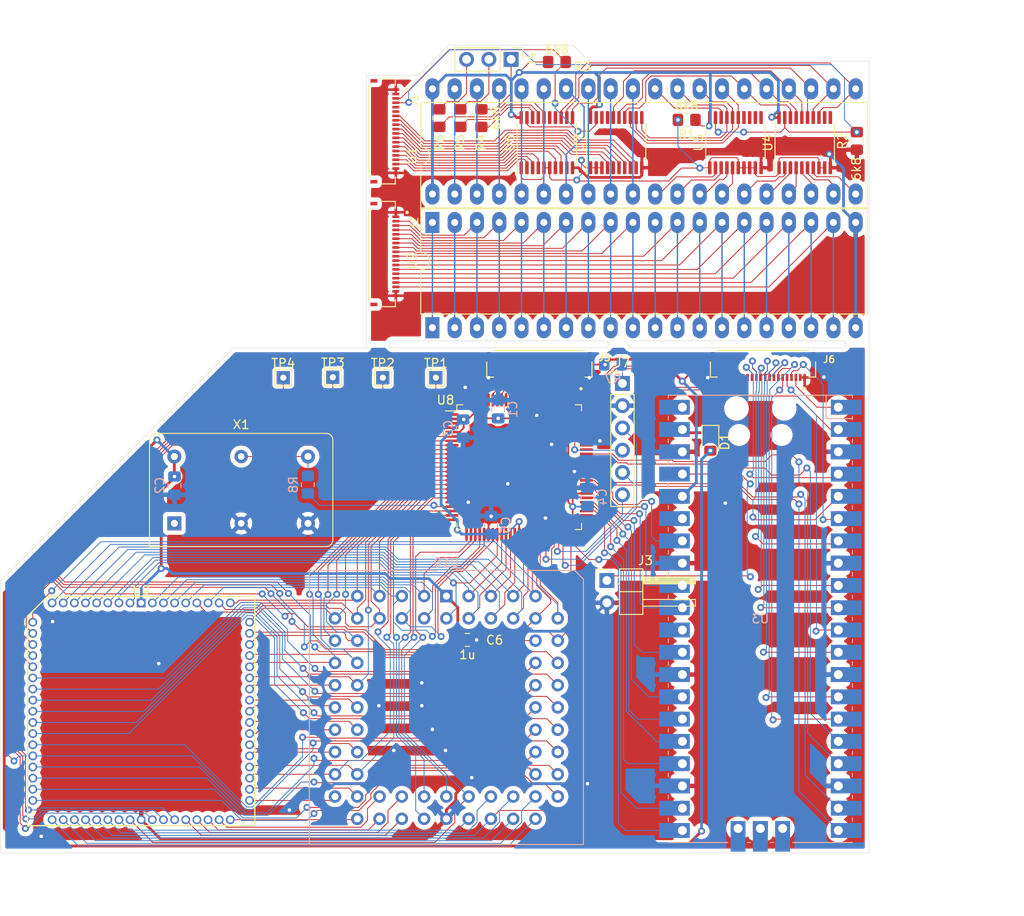
<source format=kicad_pcb>
(kicad_pcb (version 20211014) (generator pcbnew)
  (layers (0 "F.Cu" signal) (31 "B.Cu" signal) (34 "B.Paste" user) (35 "F.Paste" user) (36 "B.SilkS" user "B.Silkscreen") (37 "F.SilkS" user "F.Silkscreen") (38 "B.Mask" user) (39 "F.Mask" user) (44 "Edge.Cuts" user))
  (net 0 "")
  (net 1 "/5V_C")
  (net 2 "/GND_C")
  (net 3 "/3V3")
  (net 4 "Net-(D1-Pad1)")
  (net 5 "/5V")
  (net 6 "/GND")
  (net 7 "/PICO_A2")
  (net 8 "/PICO_A1")
  (net 9 "/PICO_A0")
  (net 10 "/PICO_CLK")
  (net 11 "/PICO_D7")
  (net 12 "/PICO_D6")
  (net 13 "/PICO_D5")
  (net 14 "/PICO_D4")
  (net 15 "/PICO_D3")
  (net 16 "/PICO_D2")
  (net 17 "/PICO_D1")
  (net 18 "/PICO_D0")
  (net 19 "/~{SHIFTEREN_P}")
  (net 20 "/~{PICOEN_P}")
  (net 21 "/PICOVSYNC")
  (net 22 "/PICOHSYNC")
  (net 23 "/PICOR0")
  (net 24 "/PICOR1")
  (net 25 "/PICOR2")
  (net 26 "/PICOR3")
  (net 27 "/PICOG0")
  (net 28 "/PICOG1")
  (net 29 "/PICOG2")
  (net 30 "/PICOG3")
  (net 31 "/PICOB0")
  (net 32 "/PICOB1")
  (net 33 "/PICOB2")
  (net 34 "/PICOB3")
  (net 35 "/D0")
  (net 36 "/D1")
  (net 37 "/D2")
  (net 38 "/D3")
  (net 39 "/D4")
  (net 40 "/D5")
  (net 41 "/D6")
  (net 42 "/D7")
  (net 43 "/D8")
  (net 44 "/D9")
  (net 45 "/D10")
  (net 46 "/D11")
  (net 47 "/D12")
  (net 48 "/D13")
  (net 49 "/D14")
  (net 50 "/D15")
  (net 51 "/R_STE")
  (net 52 "/D0_C")
  (net 53 "/D1_C")
  (net 54 "/D2_C")
  (net 55 "/D3_C")
  (net 56 "/D4_C")
  (net 57 "/D5_C")
  (net 58 "/D6_C")
  (net 59 "/D7_C")
  (net 60 "/D8_C")
  (net 61 "/D9_C")
  (net 62 "/D10_C")
  (net 63 "/D11_C")
  (net 64 "/D12_C")
  (net 65 "/D13_C")
  (net 66 "/D14_C")
  (net 67 "/D15_C")
  (net 68 "/~{SHIFTEREN_C}")
  (net 69 "/~{PICOEN_C}")
  (net 70 "/3V3_SENSE")
  (net 71 "/TCK")
  (net 72 "/TDO")
  (net 73 "/TDI")
  (net 74 "/TMS")
  (net 75 "Net-(R4-Pad1)")
  (net 76 "/OSC_OUT")
  (net 77 "/OSC")
  (net 78 "/XTL0")
  (net 79 "/XTL1")
  (net 80 "/LOAD")
  (net 81 "/B_OUT2")
  (net 82 "/B_OUT1")
  (net 83 "/B_OUT0")
  (net 84 "/G_OUT2")
  (net 85 "/G_OUT1")
  (net 86 "/G_OUT0")
  (net 87 "/R_OUT2")
  (net 88 "/R_OUT1")
  (net 89 "/R_OUT0")
  (net 90 "/MONO_OUT")
  (net 91 "/RW")
  (net 92 "/A5")
  (net 93 "/A4")
  (net 94 "/A3")
  (net 95 "/A2")
  (net 96 "/A1")
  (net 97 "/DE")
  (net 98 "/SH_CS")
  (net 99 "/16MHZ")
  (net 100 "/B2")
  (net 101 "/B1")
  (net 102 "/B0")
  (net 103 "/G2")
  (net 104 "/G1")
  (net 105 "/G0")
  (net 106 "/R2")
  (net 107 "/R1")
  (net 108 "/R0")
  (net 109 "/MONO")
  (net 116 "/VSYNC")
  (net 117 "/HSYNC")
  (net 118 "/VSYNC_OUT")
  (net 119 "/HSYNC_OUT")
  (net 120 "/BLANK")
  (net 121 "/BLANK_OUT")
  (net 122 "/AS")
  (net 123 "/LDS")
  (net 124 "/UDS")
  (net 125 "/DTACK")
  (net 126 "/8MHZ")
  (net 127 "/A23")
  (net 128 "/A22")
  (net 129 "/A21")
  (net 130 "/A20")
  (net 131 "/A19")
  (net 132 "/A18")
  (net 133 "/A17")
  (net 134 "/A16")
  (net 135 "/A15")
  (net 136 "/A14")
  (net 137 "/A13")
  (net 138 "/A12")
  (net 139 "/A11")
  (net 140 "/A10")
  (net 141 "/A9")
  (net 142 "/A8")
  (net 143 "/A7")
  (net 144 "/A6")
  (net 145 "/RESET")
  (net 146 "/FC2")
  (net 147 "/FC1")
  (net 148 "/FC0")
  (net 149 "/VMA")
  (net 150 "/ROM4")
  (net 151 "/ROM3")
  (net 152 "/ROM2")
  (net 153 "/ROM1")
  (net 154 "/ROM0")
  (net 155 "/RAM")
  (net 156 "/DMA")
  (net 157 "/DEV")
  (net 158 "/FCS")
  (net 159 "/BGI")
  (net 160 "/RDY")
  (net 161 "/VPA")
  (net 162 "/BERR")
  (net 163 "/IPL1")
  (net 164 "/IPL2")
  (net 165 "/BR")
  (net 166 "/BGK")
  (net 167 "/6850CS")
  (net 168 "/500KHZ")
  (net 169 "/MFPINT")
  (net 170 "/BGO")
  (net 171 "/IACK")
  (net 172 "/MFPCS")
  (net 173 "/TEST")
  (net 174 "/SNDCS")
  (net 175 "/2MHZ")
  (net 183 "/B_STE")
  (net 184 "/G_STE")
  (net 187 "/5VPULL")
  (net 192 "Net-(J3-Pad1)")
  (net 193 "Net-(R5-Pad1)")
  (net 194 "Net-(R6-Pad1)")
  (net 195 "/PICOR0_C")
  (net 196 "/PICOR1_C")
  (net 197 "/PICOR2_C")
  (net 198 "/PICOR3_C")
  (net 199 "/PICOG0_C")
  (net 200 "/PICOG1_C")
  (net 201 "/PICOG2_C")
  (net 202 "/PICOG3_C")
  (net 203 "/PICOB0_C")
  (net 204 "/PICOB1_C")
  (net 205 "/PICOB2_C")
  (net 206 "/PICOB3_C")
  (net 207 "/A5_S")
  (net 208 "/A4_S")
  (net 209 "/A3_S")
  (net 210 "/A2_S")
  (net 211 "/A1_S")
  (net 212 "/RW_C")
  (net 213 "/DE_C")
  (net 214 "/D0_G")
  (net 215 "/D1_G")
  (net 224 "/TP1")
  (net 225 "/TP2")
  (net 226 "/TP3")
  (net 227 "/TP4")
  (footprint "TestPoint:TestPoint_THTPad_1.5x1.5mm_Drill0.7mm" (layer "F.Cu") (at 131.8 90)
    (fp_text reference "TP4")
    (fp_text value "TestPoint")
  )
  (footprint "TestPoint:TestPoint_THTPad_1.5x1.5mm_Drill0.7mm" (layer "F.Cu") (at 143.15 90)
    (fp_text reference "TP2")
    (fp_text value "TestPoint")
  )
  (footprint "Resistor_SMD:R_0805_2012Metric_Pad1.20x1.40mm_HandSolder" (layer "F.Cu") (at 149.6 60.4 90)
    (fp_text reference "R6")
    (fp_text value "6k8")
  )
  (footprint "Resistor_SMD:R_0805_2012Metric_Pad1.20x1.40mm_HandSolder" (layer "F.Cu") (at 152 60.4 90)
    (fp_text reference "R5")
    (fp_text value "6k8")
  )
  (footprint "F3311A7H121020E200:AMPHENOL_F3311A7H121020E200" (layer "F.Cu") (at 161 88.4 180)
    (fp_text reference "J5")
    (fp_text value "F3311A7H121020E200")
  )
  (footprint "Package_DIP:DIP-40_W15.24mm_LongPads" (layer "F.Cu") (at 148.807351 72.3 90)
    (fp_text reference "U1")
    (fp_text value "ST_SHIFTER_PHY")
  )
  (footprint "Connector_PinHeader_2.54mm:PinHeader_1x06_P2.54mm_Vertical" (layer "F.Cu") (at 170.475 90.65)
    (fp_text reference "J7")
    (fp_text value "Conn_01x06_Male")
  )
  (footprint "Diode_SMD:D_0805_2012Metric_Pad1.15x1.40mm_HandSolder" (layer "F.Cu") (at 180.5 97.3 -90)
    (fp_text reference "D1")
    (fp_text value "D_Schottky")
  )
  (footprint "Resistor_SMD:R_0805_2012Metric_Pad1.20x1.40mm_HandSolder" (layer "F.Cu") (at 177.8 60.6 180)
    (fp_text reference "R1")
    (fp_text value "6k8")
  )
  (footprint "Connector_PinHeader_2.54mm:PinHeader_1x03_P2.54mm_Vertical" (layer "F.Cu") (at 157.782351 53.7 -90)
    (fp_text reference "J4")
    (fp_text value "Conn_01x03_Male")
  )
  (footprint "Resistor_SMD:R_0805_2012Metric_Pad1.20x1.40mm_HandSolder" (layer "F.Cu") (at 154.4 60.4 90)
    (fp_text reference "R4")
    (fp_text value "6k8")
  )
  (footprint "Resistor_SMD:R_0805_2012Metric_Pad1.20x1.40mm_HandSolder" (layer "F.Cu") (at 197.2 63 90)
    (fp_text reference "R2")
    (fp_text value "6k8")
  )
  (footprint "Package_QFP:TQFP-100_14x14mm_P0.5mm" (layer "F.Cu") (at 158.7 100.2)
    (fp_text reference "U8")
    (fp_text value "XC95144XL-TQ100")
  )
  (footprint "Connector_PinHeader_2.54mm:PinHeader_1x02_P2.54mm_Horizontal" (layer "F.Cu") (at 168.7 113.125)
    (fp_text reference "J3")
    (fp_text value "Conn_01x02_Male")
  )
  (footprint "TestPoint:TestPoint_THTPad_1.5x1.5mm_Drill0.7mm" (layer "F.Cu") (at 137.45 89.95)
    (fp_text reference "TP3")
    (fp_text value "TestPoint")
  )
  (footprint "F3311A7H121020E200:AMPHENOL_F3311A7H121020E200" (layer "F.Cu") (at 143.057351 61.9 -90)
    (fp_text reference "J1")
    (fp_text value "F3311A7H121020E200")
  )
  (footprint "Capacitor_SMD:C_0805_2012Metric_Pad1.18x1.45mm_HandSolder" (layer "F.Cu") (at 152.8 119.9)
    (fp_text reference "C6")
    (fp_text value "1u")
  )
  (footprint "Package_SO:TSSOP-20_4.4x6.5mm_P0.65mm" (layer "F.Cu") (at 161.857351 63.2 90)
    (fp_text reference "U6")
    (fp_text value "74HC245")
  )
  (footprint "Package_SO:TSSOP-20_4.4x6.5mm_P0.65mm" (layer "F.Cu") (at 169.757351 63.2 90)
    (fp_text reference "U7")
    (fp_text value "74HC245")
  )
  (footprint "Package_SO:TSSOP-20_4.4x6.5mm_P0.65mm" (layer "F.Cu") (at 183.357351 63.2 90)
    (fp_text reference "U5")
    (fp_text value "74HC245")
  )
  (footprint "Package_SO:TSSOP-20_4.4x6.5mm_P0.65mm" (layer "F.Cu") (at 191.257351 63.2 90)
    (fp_text reference "U4")
    (fp_text value "74HC245")
  )
  (footprint "TestPoint:TestPoint_THTPad_1.5x1.5mm_Drill0.7mm" (layer "F.Cu") (at 149.2 90)
    (fp_text reference "TP1")
    (fp_text value "TestPoint")
  )
  (footprint "Resistor_SMD:R_0805_2012Metric_Pad1.20x1.40mm_HandSolder" (layer "F.Cu") (at 163 54 180)
    (fp_text reference "R3")
    (fp_text value "6k8")
  )
  (footprint "Package_DIP:DIP-40_W15.24mm_LongPads" (layer "F.Cu") (at 148.807351 84.3 90)
    (fp_text reference "U2")
    (fp_text value "ST_SHIFTER_SOCKET")
  )
  (footprint "CXO_Dual_DIP:CXO_Dual_DIP" (layer "F.Cu") (at 119.38 106.61)
    (fp_text reference "X1")
    (fp_text value "CXO_DIP14_DIP8_DUAL")
  )
  (footprint "PLCC_plugs:PLCC68_male_pins" (layer "F.Cu") (at 115.6 115.681)
    (fp_text reference "U9")
    (fp_text value "ST_GLUE_PHY")
  )
  (footprint "F3311A7H121020E200:AMPHENOL_F3311A7H121020E200" (layer "F.Cu") (at 143.057351 75.9 -90)
    (fp_text reference "J2")
    (fp_text value "F3311A7H121020E200")
  )
  (footprint "F3311A7H121020E200:AMPHENOL_F3311A7H121020E200" (layer "F.Cu") (at 186.5 88.4 180)
    (fp_text reference "J6")
    (fp_text value "F3311A7H121020E200")
  )
  (footprint "Capacitor_SMD:C_0805_2012Metric_Pad1.18x1.45mm_HandSolder" (layer "B.Cu") (at 119.4 102.3 -90)
    (fp_text reference "C2")
    (fp_text value "100n")
  )
  (footprint "Resistor_SMD:R_0805_2012Metric_Pad1.20x1.40mm_HandSolder" (layer "B.Cu") (at 134.6 102.2 -90)
    (fp_text reference "R8")
    (fp_text value "68R")
  )
  (footprint "Capacitor_SMD:C_0805_2012Metric_Pad1.18x1.45mm_HandSolder" (layer "B.Cu") (at 166.5 103.6 90)
    (fp_text reference "C4")
    (fp_text value "100n")
  )
  (footprint "Capacitor_SMD:C_0805_2012Metric_Pad1.18x1.45mm_HandSolder" (layer "B.Cu") (at 152.3 95.8 -90)
    (fp_text reference "C3")
    (fp_text value "100n")
  )
  (footprint "Package_LCC:PLCC-68_THT-Socket" (layer "B.Cu") (at 150.4 114.9 180)
    (fp_text reference "U10")
    (fp_text value "ST_GLUE_SOCKET")
  )
  (footprint "Resistor_SMD:R_0805_2012Metric_Pad1.20x1.40mm_HandSolder" (layer "B.Cu") (at 169.4 88.5)
    (fp_text reference "R7")
    (fp_text value "1k")
  )
  (footprint "MCU_RaspberryPi_and_Boards:RPi_Pico_SMD_TH" (layer "B.Cu") (at 186.2 117.5 180)
    (fp_text reference "U3")
    (fp_text value "Pico")
  )
  (footprint "Capacitor_SMD:C_0805_2012Metric_Pad1.18x1.45mm_HandSolder" (layer "B.Cu") (at 156.3 93.6 90)
    (fp_text reference "C1")
    (fp_text value "100n")
  )
  (footprint "Capacitor_SMD:C_0805_2012Metric_Pad1.18x1.45mm_HandSolder" (layer "B.Cu") (at 155.5 106.8 90)
    (fp_text reference "C5")
    (fp_text value "100n")
  )
  (gr_line (start 168.5 85.8) (end 144.3 85.8) (layer "Edge.Cuts") (width 0.05))
  (gr_line (start 195.6 85.8) (end 171.5 85.8) (layer "Edge.Cuts") (width 0.05))
  (gr_line (start 144.3 86.6) (end 168.5 86.6) (layer "Edge.Cuts") (width 0.05))
  (gr_arc (start 195.6 85.8) (mid 196 86.2) (end 195.6 86.6) (layer "Edge.Cuts") (width 0.05))
  (gr_arc (start 144.3 86.6) (mid 143.9 86.2) (end 144.3 85.8) (layer "Edge.Cuts") (width 0.05))
  (gr_line (start 171.5 86.6) (end 195.6 86.6) (layer "Edge.Cuts") (width 0.05))
  (gr_poly (pts (xy 141.3 86.6) (xy 141.3 55.5) (xy 147.2 55.5) (xy 150.6 52.1) (xy 164.9 52.1) (xy 166.7 53.9) (xy 198.6 53.9) (xy 198.6 85.9) (xy 198.6 86.6) (xy 198.6 144.2) (xy 99.6 144.2) (xy 99.6 113.1) (xy 126.1 86.6)) (layer "Edge.Cuts") (width 0.05) (fill none))
  (gr_arc (start 168.5 85.8) (mid 168.9 86.2) (end 168.5 86.6) (layer "Edge.Cuts") (width 0.05))
  (gr_arc (start 171.5 86.6) (mid 171.1 86.2) (end 171.5 85.8) (layer "Edge.Cuts") (width 0.05))
  (segment (start 117.8805 102.8805) (end 119.399998 101.361002) (width 0.32) (layer "F.Cu") (net 1))
  (segment (start 119.38 101.242502) (end 119.399998 101.2625) (width 0.32) (layer "F.Cu") (net 1))
  (segment (start 117.4 97.1) (end 99.983992 114.516008) (width 0.32) (layer "F.Cu") (net 1))
  (segment (start 99.983992 141.383992) (end 102 143.4) (width 0.32) (layer "F.Cu") (net 1))
  (segment (start 117.8805 111.751997) (end 117.8805 102.8805) (width 0.32) (layer "F.Cu") (net 1))
  (segment (start 119.38 98.99) (end 119.38 101.242502) (width 0.32) (layer "F.Cu") (net 1))
  (segment (start 102 143.4) (end 177.8 143.4) (width 0.32) (layer "F.Cu") (net 1))
  (segment (start 177.8 143.4) (end 179.5 141.7) (width 0.32) (layer "F.Cu") (net 1))
  (segment (start 151.7 116.2) (end 151.7 119.8375) (width 0.32) (layer "F.Cu") (net 1))
  (segment (start 99.983992 114.516008) (end 99.983992 141.383992) (width 0.32) (layer "F.Cu") (net 1))
  (segment (start 119.399998 101.361002) (end 119.399998 101.2625) (width 0.32) (layer "F.Cu") (net 1))
  (segment (start 150.4 114.9) (end 151.7 116.2) (width 0.32) (layer "F.Cu") (net 1))
  (segment (start 151.7 119.8375) (end 151.7625 119.9) (width 0.32) (layer "F.Cu") (net 1))
  (via (at 119.399998 101.2625) (size 0.8) (drill 0.4) (layers "F.Cu" "B.Cu") (net 1))
  (via (at 117.4 97.1) (size 0.8) (drill 0.4) (layers "F.Cu" "B.Cu") (net 1))
  (via (at 117.8805 111.751997) (size 0.8) (drill 0.4) (layers "F.Cu" "B.Cu") (net 1))
  (via (at 179.5 141.7) (size 0.8) (drill 0.4) (layers "F.Cu" "B.Cu") (net 1))
  (via (at 180.5 98.325) (size 0.8) (drill 0.4) (layers "F.Cu" "B.Cu") (net 1))
  (segment (start 115.6 115.681) (end 115.6 114.032497) (width 0.32) (layer "B.Cu") (net 1))
  (segment (start 119.130796 112.330796) (end 118.551997 111.751997) (width 0.32) (layer "B.Cu") (net 1))
  (segment (start 180.5 98.325) (end 179.5 99.325) (width 0.32) (layer "B.Cu") (net 1))
  (segment (start 115.6 114.032497) (end 117.8805 111.751997) (width 0.32) (layer "B.Cu") (net 1))
  (segment (start 119.29 98.99) (end 117.4 97.1) (width 0.32) (layer "B.Cu") (net 1))
  (segment (start 119.38 98.99) (end 119.29 98.99) (width 0.32) (layer "B.Cu") (net 1))
  (segment (start 143.995646 112.906507) (end 143.419935 112.330796) (width 0.32) (layer "B.Cu") (net 1))
  (segment (start 150.4 114.9) (end 148.406507 112.906507) (width 0.32) (layer "B.Cu") (net 1))
  (segment (start 143.419935 112.330796) (end 119.130796 112.330796) (width 0.32) (layer "B.Cu") (net 1))
  (segment (start 179.5 99.325) (end 179.5 141.7) (width 0.32) (layer "B.Cu") (net 1))
  (segment (start 118.551997 111.751997) (end 117.8805 111.751997) (width 0.32) (layer "B.Cu") (net 1))
  (segment (start 148.406507 112.906507) (end 143.995646 112.906507) (width 0.32) (layer "B.Cu") (net 1))
  (segment (start 161.7 107.8625) (end 161.7 106) (width 0.2) (layer "F.Cu") (net 2))
  (segment (start 155.5 106.5) (end 155.5 105.8) (width 0.2) (layer "F.Cu") (net 2))
  (segment (start 147.6 127.4) (end 142.7 127.4) (width 0.32) (layer "F.Cu") (net 2))
  (segment (start 156.25 89.975) (end 155.225 89.975) (width 0.2) (layer "F.Cu") (net 2))
  (segment (start 160.7 92.5375) (end 160.7 94.3) (width 0.2) (layer "F.Cu") (net 2))
  (segment (start 155.2 107.8625) (end 155.2 106.8) (width 0.2) (layer "F.Cu") (net 2))
  (segment (start 166.7 93.2) (end 166.7 90) (width 0.2) (layer "F.Cu") (net 2))
  (segment (start 156.75 89.975) (end 156.25 89.975) (width 0.2) (layer "F.Cu") (net 2))
  (segment (start 151.0375 104.2) (end 152.9 104.2) (width 0.2) (layer "F.Cu") (net 2))
  (segment (start 166.3625 94.2) (end 166.3625 93.5375) (width 0.2) (layer "F.Cu") (net 2))
  (segment (start 180.225 89.975) (end 180.2 90) (width 0.2) (layer "F.Cu") (net 2))
  (segment (start 166.675 89.975) (end 166.7 90) (width 0.2) (layer "F.Cu") (net 2))
  (segment (start 155.225 89.975) (end 155.2 90) (width 0.2) (layer "F.Cu") (net 2))
  (segment (start 152.7 91.2495) (end 152.5505 91.1) (width 0.2) (layer "F.Cu") (net 2))
  (segment (start 148.1288 142.5712) (end 150.4 140.3) (width 0.32) (layer "F.Cu") (net 2))
  (segment (start 193.397916 89.975) (end 193.445724 89.927192) (width 0.2) (layer "F.Cu") (net 2))
  (segment (start 166.3625 100.7) (end 165 100.7) (width 0.2) (layer "F.Cu") (net 2))
  (segment (start 191.25 89.975) (end 193.397916 89.975) (width 0.2) (layer "F.Cu") (net 2))
  (segment (start 150.4 140.3) (end 150.4 139.274906) (width 0.32) (layer "F.Cu") (net 2))
  (segment (start 166.3625 93.5375) (end 166.7 93.2) (width 0.2) (layer "F.Cu") (net 2))
  (segment (start 151.4712 138.203706) (end 151.4712 137.4288) (width 0.32) (layer "F.Cu") (net 2))
  (segment (start 150.4 139.274906) (end 151.4712 138.203706) (width 0.32) (layer "F.Cu") (net 2))
  (segment (start 117.7702 142.5712) (end 148.1288 142.5712) (width 0.32) (layer "F.Cu") (net 2))
  (segment (start 155.2 106.8) (end 155.5 106.5) (width 0.2) (layer "F.Cu") (net 2))
  (segment (start 190.75 89.975) (end 191.25 89.975) (width 0.2) (layer "F.Cu") (net 2))
  (segment (start 115.6 140.401) (end 117.7702 142.5712) (width 0.32) (layer "F.Cu") (net 2))
  (segment (start 152.7 92.5375) (end 152.7 91.2495) (width 0.2) (layer "F.Cu") (net 2))
  (segment (start 181.75 89.975) (end 180.225 89.975) (width 0.2) (layer "F.Cu") (net 2))
  (segment (start 165.25 89.975) (end 165.75 89.975) (width 0.2) (layer "F.Cu") (net 2))
  (segment (start 151.4712 137.4288) (end 153.3 135.6) (width 0.32) (layer "F.Cu") (net 2))
  (segment (start 165.75 89.975) (end 166.675 89.975) (width 0.2) (layer "F.Cu") (net 2))
  (segment (start 182.25 89.975) (end 181.75 89.975) (width 0.2) (layer "F.Cu") (net 2))
  (segment (start 166.3625 97.2) (end 167.9 97.2) (width 0.2) (layer "F.Cu") (net 2))
  (via (at 104.2 142.3) (size 0.8) (drill 0.4) (layers "F.Cu" "B.Cu") (net 2))
  (via (at 180.2 90) (size 0.8) (drill 0.4) (layers "F.Cu" "B.Cu") (net 2))
  (via (at 105.5 117.8) (size 0.8) (drill 0.4) (layers "F.Cu" "B.Cu") (net 2))
  (via (at 132.5 139.3) (size 0.8) (drill 0.4) (layers "F.Cu" "B.Cu") (net 2))
  (via (at 142.7 127.4) (size 0.8) (drill 0.4) (layers "F.Cu" "B.Cu") (net 2))
  (via (at 144.4 132.5) (size 0.8) (drill 0.4) (layers "F.Cu" "B.Cu") (net 2))
  (via (at 166.5 136.3) (size 0.8) (drill 0.4) (layers "F.Cu" "B.Cu") (net 2))
  (via (at 167.9 97.2) (size 0.8) (drill 0.4) (layers "F.Cu" "B.Cu") (net 2))
  (via (at 147.6 127.4) (size 0.8) (drill 0.4) (layers "F.Cu" "B.Cu") (net 2))
  (via (at 162.4 97.6) (size 0.8) (drill 0.4) (layers "F.Cu" "B.Cu") (net 2))
  (via (at 193.445724 89.927192) (size 0.8) (drill 0.4) (layers "F.Cu" "B.Cu") (net 2))
  (via (at 147.6 124.8) (size 0.8) (drill 0.4) (layers "F.Cu" "B.Cu") (net 2))
  (via (at 182.2 104.3) (size 0.8) (drill 0.4) (layers "F.Cu" "B.Cu") (net 2))
  (via (at 150.3 132.5) (size 0.8) (drill 0.4) (layers "F.Cu" "B.Cu") (net 2))
  (via (at 155.5 105.8) (size 0.8) (drill 0.4) (layers "F.Cu" "B.Cu") (net 2))
  (via (at 153.837498 119.9) (size 0.8) (drill 0.4) (layers "F.Cu" "B.Cu") (net 2))
  (via (at 152.9 104.2) (size 0.8) (drill 0.4) (layers "F.Cu" "B.Cu") (net 2))
  (via (at 148.8 130.1) (size 0.8) (drill 0.4) (layers "F.Cu" "B.Cu") (net 2))
  (via (at 165 100.7) (size 0.8) (drill 0.4) (layers "F.Cu" "B.Cu") (net 2))
  (via (at 157.4 102.1) (size 0.8) (drill 0.4) (layers "F.Cu" "B.Cu") (net 2))
  (via (at 166.7 90) (size 0.8) (drill 0.4) (layers "F.Cu" "B.Cu") (net 2))
  (via (at 152.5505 91.1) (size 0.8) (drill 0.4) (layers "F.Cu" "B.Cu") (net 2))
  (via (at 161.7 106) (size 0.8) (drill 0.4) (layers "F.Cu" "B.Cu") (net 2))
  (via (at 117.6 122.6) (size 0.8) (drill 0.4) (layers "F.Cu" "B.Cu") (net 2))
  (via (at 153.3 135.6) (size 0.8) (drill 0.4) (layers "F.Cu" "B.Cu") (net 2))
  (via (at 160.7 94.3) (size 0.8) (drill 0.4) (layers "F.Cu" "B.Cu") (net 2))
  (via (at 155.2 90) (size 0.8) (drill 0.4) (layers "F.Cu" "B.Cu") (net 2))
  (segment (start 137.045094 136.9) (end 137.645094 136.3) (width 0.32) (layer "B.Cu") (net 2))
  (segment (start 144.4 133.6) (end 144.4 132.5) (width 0.32) (layer "B.Cu") (net 2))
  (segment (start 165.4562 118.9088) (end 168.7 115.665) (width 0.32) (layer "B.Cu") (net 2))
  (segment (start 132.5 139.3) (end 134.9 136.9) (width 0.32) (layer "B.Cu") (net 2))
  (segment (start 154.828698 118.9088) (end 165.4562 118.9088) (width 0.32) (layer "B.Cu") (net 2))
  (segment (start 153.837498 119.9) (end 154.828698 118.9088) (width 0.32) (layer "B.Cu") (net 2))
  (segment (start 134.9 136.9) (end 137.045094 136.9) (width 0.32) (layer "B.Cu") (net 2))
  (segment (start 137.645094 136.3) (end 141.7 136.3) (width 0.32) (layer "B.Cu") (net 2))
  (segment (start 166.4912 136.2912) (end 166.5 136.3) (width 0.32) (layer "B.Cu") (net 2))
  (segment (start 153.9912 136.2912) (end 166.4912 136.2912) (width 0.32) (layer "B.Cu") (net 2))
  (segment (start 141.7 136.3) (end 144.4 133.6) (width 0.32) (layer "B.Cu") (net 2))
  (segment (start 153.3 135.6) (end 153.9912 136.2912) (width 0.32) (layer "B.Cu") (net 2))
  (segment (start 166.3625 106.2) (end 165.1 106.2) (width 0.2) (layer "F.Cu") (net 3))
  (segment (start 158.7 94.637502) (end 156.3 94.637502) (width 0.2) (layer "F.Cu") (net 3))
  (segment (start 151.0375 96.2) (end 151.9 96.2) (width 0.2) (layer "F.Cu") (net 3))
  (segment (start 165.1 106.2) (end 164.8 105.9) (width 0.2) (layer "F.Cu") (net 3))
  (segment (start 174.8 87.9) (end 177.3 90.4) (width 0.32) (layer "F.Cu") (net 3))
  (segment (start 158.7 94.637502) (end 159.062498 95) (width 0.2) (layer "F.Cu") (net 3))
  (segment (start 153.7 93.9) (end 154.437502 94.637502) (width 0.2) (layer "F.Cu") (net 3))
  (segment (start 153.7 92.5375) (end 153.7 91.69427) (width 0.2) (layer "F.Cu") (net 3))
  (segment (start 168.5 88.5) (end 169.1 87.9) (width 0.32) (layer "F.Cu") (net 3))
  (segment (start 152.7 107.8625) (end 152.1625 107.8625) (width 0.2) (layer "F.Cu") (net 3))
  (segment (start 164.3 95.8) (end 164.3 104.2) (width 0.2) (layer "F.Cu") (net 3))
  (segment (start 163.5 95) (end 164.3 95.8) (width 0.2) (layer "F.Cu") (net 3))
  (segment (start 153.849501 89.350499) (end 154.7 88.5) (width 0.2) (layer "F.Cu") (net 3))
  (segment (start 158.7 92.5375) (end 158.7 94.637502) (width 0.2) (layer "F.Cu") (net 3))
  (segment (start 164.3 104.2) (end 164.8 104.7) (width 0.2) (layer "F.Cu") (net 3))
  (segment (start 183.025 88.6) (end 179.1 88.6) (width 0.2) (layer "F.Cu") (net 3))
  (segment (start 153.849501 91.544769) (end 153.849501 89.350499) (width 0.2) (layer "F.Cu") (net 3))
  (segment (start 153.7 92.5375) (end 153.7 93.9) (width 0.2) (layer "F.Cu") (net 3))
  (segment (start 152.8375 94.7625) (end 152.3745 94.7625) (width 0.2) (layer "F.Cu") (net 3))
  (segment (start 154.437502 94.637502) (end 156.3 94.637502) (width 0.2) (layer "F.Cu") (net 3))
  (segment (start 183.75 89.975) (end 183.75 89.325) (width 0.2) (layer "F.Cu") (net 3))
  (segment (start 154.7 88.5) (end 168.5 88.5) (width 0.2) (layer "F.Cu") (net 3))
  (segment (start 152.1625 107.8625) (end 151.65 107.35) (width 0.2) (layer "F.Cu") (net 3))
  (segment (start 164.8 103.6) (end 165.2 103.2) (width 0.2) (layer "F.Cu") (net 3))
  (segment (start 164.8 105.9) (end 164.8 104.7) (width 0.2) (layer "F.Cu") (net 3))
  (segment (start 159.062498 95) (end 163.5 95) (width 0.2) (layer "F.Cu") (net 3))
  (segment (start 183.75 89.325) (end 183.025 88.6) (width 0.2) (layer "F.Cu") (net 3))
  (segment (start 151.9 96.2) (end 152.3745 95.7255) (width 0.2) (layer "F.Cu") (net 3))
  (segment (start 153.7 93.9) (end 152.8375 94.7625) (width 0.2) (layer "F.Cu") (net 3))
  (segment (start 169.1 87.9) (end 174.8 87.9) (width 0.32) (layer "F.Cu") (net 3))
  (segment (start 164.8 104.7) (end 164.8 103.6) (width 0.2) (layer "F.Cu") (net 3))
  (segment (start 153.7 91.69427) (end 153.849501 91.544769) (width 0.2) (layer "F.Cu") (net 3))
  (segment (start 179.1 88.6) (end 177.3 90.4) (width 0.2) (layer "F.Cu") (net 3))
  (segment (start 184.25 89.975) (end 183.75 89.975) (width 0.2) (layer "F.Cu") (net 3))
  (segment (start 152.3745 95.7255) (end 152.3745 94.7625) (width 0.2) (layer "F.Cu") (net 3))
  (segment (start 158.7 107.8625) (end 158.7 106.4) (width 0.2) (layer "F.Cu") (net 3))
  (segment (start 165.2 103.2) (end 166.3625 103.2) (width 0.2) (layer "F.Cu") (net 3))
  (via (at 151.65 107.35) (size 0.8) (drill 0.4) (layers "F.Cu" "B.Cu") (net 3))
  (via (at 168.5 88.5) (size 0.8) (drill 0.4) (layers "F.Cu" "B.Cu") (net 3))
  (via (at 156.3 94.637502) (size 0.8) (drill 0.4) (layers "F.Cu" "B.Cu") (net 3))
  (via (at 158.7 106.4) (size 0.8) (drill 0.4) (layers "F.Cu" "B.Cu") (net 3))
  (via (at 164.8 104.7) (size 0.8) (drill 0.4) (layers "F.Cu" "B.Cu") (net 3))
  (via (at 177.3 90.4) (size 0.8) (drill 0.4) (layers "F.Cu" "B.Cu") (net 3))
  (via (at 152.3745 94.7625) (size 0.8) (drill 0.4) (layers "F.Cu" "B.Cu") (net 3))
  (segment (start 151.65 106.326903) (end 151.65 107.35) (width 0.32) (layer "B.Cu") (net 3))
  (segment (start 157.2625 107.8375) (end 155.5 107.8375) (width 0.2) (layer "B.Cu") (net 3))
  (segment (start 149.8 104.476903) (end 151.65 106.326903) (width 0.32) (layer "B.Cu") (net 3))
  (segment (start 158.7 106.4) (end 157.2625 107.8375) (width 0.2) (layer "B.Cu") (net 3))
  (segment (start 168.4 88.5) (end 168.5 88.5) (width 0.1) (layer "B.Cu") (net 3))
  (segment (start 152.1375 107.8375) (end 155.5 107.8375) (width 0.32) (layer "B.Cu") (net 3))
  (segment (start 166.4375 104.7) (end 166.5 104.6375) (width 0.2) (layer "B.Cu") (net 3))
  (segment (start 164.8 104.7) (end 166.4375 104.7) (width 0.2) (layer "B.Cu") (net 3))
  (segment (start 177.31 103.53) (end 178.9 101.94) (width 0.32) (layer "B.Cu") (net 3))
  (segment (start 178.9 101.94) (end 178.9 92) (width 0.32) (layer "B.Cu") (net 3))
  (segment (start 152.3 94.7625) (end 149.8 97.2625) (width 0.32) (layer "B.Cu") (net 3))
  (segment (start 151.65 107.35) (end 152.1375 107.8375) (width 0.32) (layer "B.Cu") (net 3))
  (segment (start 149.8 97.2625) (end 149.8 104.476903) (width 0.32) (layer "B.Cu") (net 3))
  (segment (start 178.9 92) (end 177.3 90.4) (width 0.32) (layer "B.Cu") (net 3))
  (segment (start 177.675 96.275) (end 177.31 95.91) (width 0.32) (layer "F.Cu") (net 4))
  (segment (start 180.5 96.275) (end 177.675 96.275) (width 0.32) (layer "F.Cu") (net 4))
  (segment (start 167.089999 59.110001) (end 166.832351 59.367649) (width 0.32) (layer "F.Cu") (net 5))
  (segment (start 159.902351 54) (end 158.702351 55.2) (width 0.1) (layer "F.Cu") (net 5))
  (segment (start 187.5375 60.3375) (end 187.5 60.3) (width 0.32) (layer "F.Cu") (net 5))
  (segment (start 180.432351 60.3375) (end 180.432351 61.211248) (width 0.1) (layer "F.Cu") (net 5))
  (segment (start 157.8 60) (end 158.087625 60) (width 0.32) (layer "F.Cu") (net 5))
  (segment (start 180.432351 61.211248) (end 180.347968 61.295631) (width 0.1) (layer "F.Cu") (net 5))
  (segment (start 179.495631 61.295631) (end 180.347968 61.295631) (width 0.1) (layer "F.Cu") (net 5))
  (segment (start 162 54) (end 159.902351 54) (width 0.1) (layer "F.Cu") (net 5))
  (segment (start 167.604701 59.110001) (end 167.089999 59.110001) (width 0.32) (layer "F.Cu") (net 5))
  (segment (start 178.8 60.6) (end 179.495631 61.295631) (width 0.1) (layer "F.Cu") (net 5))
  (segment (start 158.087625 60) (end 158.425125 60.3375) (width 0.32) (layer "F.Cu") (net 5))
  (segment (start 158.425125 60.3375) (end 158.932351 60.3375) (width 0.32) (layer "F.Cu") (net 5))
  (segment (start 166.832351 59.367649) (end 166.832351 60.3375) (width 0.32) (layer "F.Cu") (net 5))
  (segment (start 167.857351 58.857351) (end 167.604701 59.110001) (width 0.32) (layer "F.Cu") (net 5))
  (segment (start 188.332351 60.3375) (end 187.5375 60.3375) (width 0.32) (layer "F.Cu") (net 5))
  (via (at 180.347968 61.295631) (size 0.8) (drill 0.4) (layers "F.Cu" "B.Cu") (net 5))
  (via (at 167.857351 58.857351) (size 0.8) (drill 0.4) (layers "F.Cu" "B.Cu") (net 5))
  (via (at 158.702351 55.2) (size 0.8) (drill 0.4) (layers "F.Cu" "B.Cu") (net 5))
  (via (at 157.8 60) (size 0.8) (drill 0.4) (layers "F.Cu" "B.Cu") (net 5))
  (via (at 187.5 60.3) (size 0.8) (drill 0.4) (layers "F.Cu" "B.Cu") (net 5))
  (segment (start 148.807351 57.06) (end 150.367351 55.5) (width 0.32) (layer "B.Cu") (net 5))
  (segment (start 188.257351 56.157351) (end 188.257351 59.542649) (width 0.32) (layer "B.Cu") (net 5))
  (segment (start 157.8 60) (end 157.8 56.102351) (width 0.32) (layer "B.Cu") (net 5))
  (segment (start 187.3 55.2) (end 188.257351 56.157351) (width 0.32) (layer "B.Cu") (net 5))
  (segment (start 180.5 55.2) (end 180.5 61.143599) (width 0.32) (layer "B.Cu") (net 5))
  (segment (start 157.197649 55.5) (end 157.8 56.102351) (width 0.32) (layer "B.Cu") (net 5))
  (segment (start 148.807351 69.06) (end 148.807351 57.06) (width 0.32) (layer "B.Cu") (net 5))
  (segment (start 167.3 55.2) (end 158.702351 55.2) (width 0.32) (layer "B.Cu") (net 5))
  (segment (start 167.857351 58.857351) (end 167.857351 55.757351) (width 0.32) (layer "B.Cu") (net 5))
  (segment (start 167.857351 55.757351) (end 167.3 55.2) (width 0.32) (layer "B.Cu") (net 5))
  (segment (start 167.3 55.2) (end 187.3 55.2) (width 0.32) (layer "B.Cu") (net 5))
  (segment (start 188.257351 59.542649) (end 187.5 60.3) (width 0.32) (layer "B.Cu") (net 5))
  (segment (start 158.702351 55.2) (end 157.8 56.102351) (width 0.32) (layer "B.Cu") (net 5))
  (segment (start 180.5 61.143599) (end 180.347968 61.295631) (width 0.32) (layer "B.Cu") (net 5))
  (segment (start 150.367351 55.5) (end 157.197649 55.5) (width 0.32) (layer "B.Cu") (net 5))
  (segment (start 172.682351 66.917649) (end 172.682351 66.0625) (width 0.32) (layer "F.Cu") (net 6))
  (segment (start 173.1 64.5) (end 186.7 64.5) (width 0.32) (layer "F.Cu") (net 6))
  (segment (start 164.782351 66.0625) (end 165.4625 66.0625) (width 0.32) (layer "F.Cu") (net 6))
  (segment (start 172.44 67.16) (end 172.682351 66.917649) (width 0.32) (layer "F.Cu") (net 6))
  (segment (start 186.7 64.5) (end 194.057351 64.5) (width 0.32) (layer "F.Cu") (net 6))
  (segment (start 166.541813 67.16) (end 172.44 67.16) (width 0.32) (layer "F.Cu") (net 6))
  (segment (start 144.632351 57.15) (end 144.632351 57.64) (width 0.1) (layer "F.Cu") (net 6))
  (segment (start 186.282351 66.0625) (end 186.282351 64.617649) (width 0.32) (layer "F.Cu") (net 6))
  (segment (start 165.6 66.218187) (end 166.541813 67.16) (width 0.32) (layer "F.Cu") (net 6))
  (segment (start 144.632351 80.65) (end 144.632351 80.16) (width 0.32) (layer "F.Cu") (net 6))
  (segment (start 172.682351 64.917649) (end 173.1 64.5) (width 0.32) (layer "F.Cu") (net 6))
  (segment (start 194.182351 66.0625) (end 194.182351 64.625) (width 0.32) (layer "F.Cu") (net 6))
  (segment (start 172.682351 66.0625) (end 172.682351 64.917649) (width 0.32) (layer "F.Cu") (net 6))
  (segment (start 144.632351 71.15) (end 144.632351 71.64) (width 0.32) (layer "F.Cu") (net 6))
  (segment (start 194.182351 64.625) (end 194.057351 64.5) (width 0.32) (layer "F.Cu") (net 6))
  (segment (start 186.282351 64.617649) (end 186.4 64.5) (width 0.32) (layer "F.Cu") (net 6))
  (segment (start 165.6 66.2) (end 165.6 66.218187) (width 0.32) (layer "F.Cu") (net 6))
  (segment (start 186.4 64.5) (end 186.7 64.5) (width 0.32) (layer "F.Cu") (net 6))
  (segment (start 144.632351 66.65) (end 144.632351 66.16) (width 0.32) (layer "F.Cu") (net 6))
  (segment (start 165.4625 66.0625) (end 165.6 66.2) (width 0.32) (layer "F.Cu") (net 6))
  (via (at 194.057351 64.5) (size 0.8) (drill 0.4) (layers "F.Cu" "B.Cu") (net 6))
  (segment (start 197.067351 84.3) (end 197.067351 72.3) (width 0.32) (layer "B.Cu") (net 6))
  (segment (start 195.687351 66.13) (end 194.057351 64.5) (width 0.32) (layer "B.Cu") (net 6))
  (segment (start 195.687351 70.92) (end 195.687351 66.13) (width 0.32) (layer "B.Cu") (net 6))
  (segment (start 197.067351 72.3) (end 195.687351 70.92) (width 0.32) (layer "B.Cu") (net 6))
  (segment (start 169.375 103.136058) (end 169.375 103.805635) (width 0.1) (layer "F.Cu") (net 7))
  (segment (start 169.375 103.805635) (end 170.019365 104.45) (width 0.1) (layer "F.Cu") (net 7))
  (segment (start 167.438942 101.2) (end 169.375 103.136058) (width 0.1) (layer "F.Cu") (net 7))
  (segment (start 173.7 104) (end 173.8 104.1) (width 0.1) (layer "F.Cu") (net 7))
  (segment (start 166.3625 101.2) (end 167.438942 101.2) (width 0.1) (layer "F.Cu") (net 7))
  (segment (start 170.019365 104.45) (end 172.25 104.45) (width 0.1) (layer "F.Cu") (net 7))
  (segment (start 172.25 104.45) (end 172.7 104) (width 0.1) (layer "F.Cu") (net 7))
  (segment (start 172.7 104) (end 173.7 104) (width 0.1) (layer "F.Cu") (net 7))
  (via (at 173.8 104.1) (size 0.8) (drill 0.4) (layers "F.Cu" "B.Cu") (net 7))
  (segment (start 174.31 108.61) (end 173.8 108.1) (width 0.1) (layer "B.Cu") (net 7))
  (segment (start 177.31 108.61) (end 174.31 108.61) (width 0.1) (layer "B.Cu") (net 7))
  (segment (start 173.8 108.1) (end 173.8 104.1) (width 0.1) (layer "B.Cu") (net 7))
  (segment (start 169.075499 103.929692) (end 169.895308 104.749501) (width 0.1) (layer "F.Cu") (net 8))
  (segment (start 167.269365 101.7) (end 169.075499 103.506134) (width 0.1) (layer "F.Cu") (net 8))
  (segment (start 166.3625 101.7) (end 167.269365 101.7) (width 0.1) (layer "F.Cu") (net 8))
  (segment (start 169.075499 103.506134) (end 169.075499 103.929692) (width 0.1) (layer "F.Cu") (net 8))
  (segment (start 169.895308 104.749501) (end 172.930059 104.749501) (width 0.1) (layer "F.Cu") (net 8))
  (segment (start 172.930059 104.749501) (end 172.991672 104.687888) (width 0.1) (layer "F.Cu") (net 8))
  (via (at 172.991672 104.687888) (size 0.8) (drill 0.4) (layers "F.Cu" "B.Cu") (net 8))
  (segment (start 173.149532 113.549532) (end 173.149532 104.845748) (width 0.1) (layer "B.Cu") (net 8))
  (segment (start 173.29 113.69) (end 173.149532 113.549532) (width 0.1) (layer "B.Cu") (net 8))
  (segment (start 177.31 113.69) (end 173.29 113.69) (width 0.1) (layer "B.Cu") (net 8))
  (segment (start 173.149532 104.845748) (end 172.991672 104.687888) (width 0.1) (layer "B.Cu") (net 8))
  (segment (start 167.3 102.2) (end 168.775998 103.675998) (width 0.1) (layer "F.Cu") (net 9))
  (segment (start 170.231624 105.509375) (end 172.422318 105.509375) (width 0.1) (layer "F.Cu") (net 9))
  (segment (start 168.775998 104.053749) (end 170.231624 105.509375) (width 0.1) (layer "F.Cu") (net 9))
  (segment (start 168.775998 103.675998) (end 168.775998 104.053749) (width 0.1) (layer "F.Cu") (net 9))
  (segment (start 166.3625 102.2) (end 167.3 102.2) (width 0.1) (layer "F.Cu") (net 9))
  (via (at 172.422318 105.509375) (size 0.8) (drill 0.4) (layers "F.Cu" "B.Cu") (net 9))
  (segment (start 172.5 105.587057) (end 172.422318 105.509375) (width 0.1) (layer "B.Cu") (net 9))
  (segment (start 177.31 116.23) (end 173.03 116.23) (width 0.1) (layer "B.Cu") (net 9))
  (segment (start 172.5 115.7) (end 172.5 105.587057) (width 0.1) (layer "B.Cu") (net 9))
  (segment (start 173.03 116.23) (end 172.5 115.7) (width 0.1) (layer "B.Cu") (net 9))
  (segment (start 170.578089 106.279398) (end 171.785082 106.279398) (width 0.1) (layer "F.Cu") (net 10))
  (segment (start 166.3625 102.7) (end 167.2 102.7) (width 0.1) (layer "F.Cu") (net 10))
  (segment (start 167.2 102.7) (end 168.476497 103.976497) (width 0.1) (layer "F.Cu") (net 10))
  (segment (start 168.476497 103.976497) (end 168.476497 104.177806) (width 0.1) (layer "F.Cu") (net 10))
  (segment (start 168.476497 104.177806) (end 170.578089 106.279398) (width 0.1) (layer "F.Cu") (net 10))
  (via (at 171.785082 106.279398) (size 0.8) (drill 0.4) (layers "F.Cu" "B.Cu") (net 10))
  (segment (start 171.822465 120.422465) (end 171.822465 106.316781) (width 0.1) (layer "B.Cu") (net 10))
  (segment (start 171.822465 106.316781) (end 171.785082 106.279398) (width 0.1) (layer "B.Cu") (net 10))
  (segment (start 177.31 121.31) (end 172.71 121.31) (width 0.1) (layer "B.Cu") (net 10))
  (segment (start 172.71 121.31) (end 171.822465 120.422465) (width 0.1) (layer "B.Cu") (net 10))
  (segment (start 167.575133 103.7) (end 170.881884 107.006751) (width 0.1) (layer "F.Cu") (net 11))
  (segment (start 166.3625 103.7) (end 167.575133 103.7) (width 0.1) (layer "F.Cu") (net 11))
  (segment (start 170.881884 107.006751) (end 171.099543 107.006751) (width 0.1) (layer "F.Cu") (net 11))
  (via (at 171.099543 107.006751) (size 0.8) (drill 0.4) (layers "F.Cu" "B.Cu") (net 11))
  (segment (start 173.49 126.39) (end 171.5 124.4) (width 0.1) (layer "B.Cu") (net 11))
  (segment (start 177.31 126.39) (end 173.49 126.39) (width 0.1) (layer "B.Cu") (net 11))
  (segment (start 171.5 107.407208) (end 171.099543 107.006751) (width 0.1) (layer "B.Cu") (net 11))
  (segment (start 171.5 124.4) (end 171.5 107.407208) (width 0.1) (layer "B.Cu") (net 11))
  (segment (start 170.514343 107.514343) (end 170.514343 107.817026) (width 0.1) (layer "F.Cu") (net 12))
  (segment (start 166.3625 104.2) (end 167.2 104.2) (width 0.1) (layer "F.Cu") (net 12))
  (segment (start 167.2 104.2) (end 170.514343 107.514343) (width 0.1) (layer "F.Cu") (net 12))
  (via (at 170.514343 107.817026) (size 0.8) (drill 0.4) (layers "F.Cu" "B.Cu") (net 12))
  (segment (start 171.200499 127.900499) (end 171.200499 108.503182) (width 0.1) (layer "B.Cu") (net 12))
  (segment (start 171.200499 108.503182) (end 170.514343 107.817026) (width 0.1) (layer "B.Cu") (net 12))
  (segment (start 172.23 128.93) (end 171.200499 127.900499) (width 0.1) (layer "B.Cu") (net 12))
  (segment (start 177.31 128.93) (end 172.23 128.93) (width 0.1) (layer "B.Cu") (net 12))
  (segment (start 166.3625 104.7) (end 167.276442 104.7) (width 0.1) (layer "F.Cu") (net 13))
  (segment (start 167.276442 104.7) (end 169.846028 107.269586) (width 0.1) (layer "F.Cu") (net 13))
  (segment (start 169.846028 107.269586) (end 169.846028 108.560235) (width 0.1) (layer "F.Cu") (net 13))
  (via (at 169.846028 108.560235) (size 0.8) (drill 0.4) (layers "F.Cu" "B.Cu") (net 13))
  (segment (start 170.900998 128.024556) (end 170.900998 109.615205) (width 0.1) (layer "B.Cu") (net 13))
  (segment (start 174.346442 131.47) (end 170.900998 128.024556) (width 0.1) (layer "B.Cu") (net 13))
  (segment (start 170.900998 109.615205) (end 169.846028 108.560235) (width 0.1) (layer "B.Cu") (net 13))
  (segment (start 177.31 131.47) (end 174.346442 131.47) (width 0.1) (layer "B.Cu") (net 13))
  (segment (start 169.135934 106.98305) (end 169.135934 109.263634) (width 0.1) (layer "F.Cu") (net 14))
  (segment (start 167.352884 105.2) (end 169.135934 106.98305) (width 0.1) (layer "F.Cu") (net 14))
  (segment (start 166.3625 105.2) (end 167.352884 105.2) (width 0.1) (layer "F.Cu") (net 14))
  (via (at 169.135934 109.263634) (size 0.8) (drill 0.4) (layers "F.Cu" "B.Cu") (net 14))
  (segment (start 177.31 134.01) (end 171.11 134.01) (width 0.1) (layer "B.Cu") (net 14))
  (segment (start 170.601497 133.501497) (end 170.601497 110.729197) (width 0.1) (layer "B.Cu") (net 14))
  (segment (start 170.601497 110.729197) (end 169.135934 109.263634) (width 0.1) (layer "B.Cu") (net 14))
  (segment (start 171.11 134.01) (end 170.601497 133.501497) (width 0.1) (layer "B.Cu") (net 14))
  (segment (start 167.429326 105.7) (end 168.429409 106.700083) (width 0.1) (layer "F.Cu") (net 15))
  (segment (start 168.429409 106.700083) (end 168.429409 109.970619) (width 0.1) (layer "F.Cu") (net 15))
  (segment (start 166.3625 105.7) (end 167.429326 105.7) (width 0.1) (layer "F.Cu") (net 15))
  (via (at 168.429409 109.970619) (size 0.8) (drill 0.4) (layers "F.Cu" "B.Cu") (net 15))
  (segment (start 172.09 139.09) (end 170.301996 137.301996) (width 0.1) (layer "B.Cu") (net 15))
  (segment (start 177.31 139.09) (end 172.09 139.09) (width 0.1) (layer "B.Cu") (net 15))
  (segment (start 168.869177 109.970619) (end 168.429409 109.970619) (width 0.1) (layer "B.Cu") (net 15))
  (segment (start 170.301996 137.301996) (end 170.301996 111.403438) (width 0.1) (layer "B.Cu") (net 15))
  (segment (start 170.301996 111.403438) (end 168.869177 109.970619) (width 0.1) (layer "B.Cu") (net 15))
  (segment (start 164.7 108.8) (end 166.634254 110.734254) (width 0.1) (layer "F.Cu") (net 16))
  (segment (start 164.7 107.8625) (end 164.7 108.8) (width 0.1) (layer "F.Cu") (net 16))
  (segment (start 166.634254 110.734254) (end 167.784531 110.734254) (width 0.1) (layer "F.Cu") (net 16))
  (via (at 167.784531 110.734254) (size 0.8) (drill 0.4) (layers "F.Cu" "B.Cu") (net 16))
  (segment (start 170.002495 111.527495) (end 169.209254 110.734254) (width 0.1) (layer "B.Cu") (net 16))
  (segment (start 169.209254 110.734254) (end 167.784531 110.734254) (width 0.1) (layer "B.Cu") (net 16))
  (segment (start 170.83 141.63) (end 170.002495 140.802495) (width 0.1) (layer "B.Cu") (net 16))
  (segment (start 177.31 141.63) (end 170.83 141.63) (width 0.1) (layer "B.Cu") (net 16))
  (segment (start 170.002495 140.802495) (end 170.002495 111.527495) (width 0.1) (layer "B.Cu") (net 16))
  (segment (start 167.059619 100.2) (end 169.109619 102.25) (width 0.1) (layer "F.Cu") (net 17))
  (segment (start 166.3625 100.2) (end 167.059619 100.2) (width 0.1) (layer "F.Cu") (net 17))
  (segment (start 190.1 103.9) (end 190.6 104.4) (width 0.1) (layer "F.Cu") (net 17))
  (segment (start 173.65 102.25) (end 173.799501 102.399501) (width 0.1) (layer "F.Cu") (net 17))
  (segment (start 169.109619 102.25) (end 173.65 102.25) (width 0.1) (layer "F.Cu") (net 17))
  (segment (start 183.699501 102.399501) (end 185.2 103.9) (width 0.1) (layer "F.Cu") (net 17))
  (segment (start 173.799501 102.399501) (end 183.699501 102.399501) (width 0.1) (layer "F.Cu") (net 17))
  (segment (start 185.2 103.9) (end 190.1 103.9) (width 0.1) (layer "F.Cu") (net 17))
  (via (at 190.6 104.4) (size 0.8) (drill 0.4) (layers "F.Cu" "B.Cu") (net 17))
  (segment (start 190.6 137.14) (end 190.6 104.4) (width 0.1) (layer "B.Cu") (net 17))
  (segment (start 195.09 141.63) (end 190.6 137.14) (width 0.1) (layer "B.Cu") (net 17))
  (segment (start 181.281468 102.1) (end 181.271468 102.09) (width 0.1) (layer "F.Cu") (net 18))
  (segment (start 190.8 103.3) (end 190.5 103.6) (width 0.1) (layer "F.Cu") (net 18))
  (segment (start 183.823558 102.1) (end 181.281468 102.1) (width 0.1) (layer "F.Cu") (net 18))
  (segment (start 173.913558 102.09) (end 173.774057 101.950499) (width 0.1) (layer "F.Cu") (net 18))
  (segment (start 167.2 99.7) (end 166.3625 99.7) (width 0.1) (layer "F.Cu") (net 18))
  (segment (start 173.774057 101.950499) (end 169.450499 101.950499) (width 0.1) (layer "F.Cu") (net 18))
  (segment (start 181.271468 102.09) (end 173.913558 102.09) (width 0.1) (layer "F.Cu") (net 18))
  (segment (start 190.5 103.6) (end 185.323558 103.6) (width 0.1) (layer "F.Cu") (net 18))
  (segment (start 185.323558 103.6) (end 183.823558 102.1) (width 0.1) (layer "F.Cu") (net 18))
  (segment (start 169.450499 101.950499) (end 167.2 99.7) (width 0.1) (layer "F.Cu") (net 18))
  (via (at 190.8 103.3) (size 0.8) (drill 0.4) (layers "F.Cu" "B.Cu") (net 18))
  (segment (start 195.09 139.09) (end 191.3 135.3) (width 0.1) (layer "B.Cu") (net 18))
  (segment (start 191.3 135.3) (end 191.3 103.8) (width 0.1) (layer "B.Cu") (net 18))
  (segment (start 191.3 103.8) (end 190.8 103.3) (width 0.1) (layer "B.Cu") (net 18))
  (segment (start 181.082351 60.3375) (end 181.082351 61.682351) (width 0.1) (layer "F.Cu") (net 19))
  (segment (start 189.5 62) (end 188.982351 61.482351) (width 0.1) (layer "F.Cu") (net 19))
  (segment (start 188.5 62) (end 184.3 62) (width 0.1) (layer "F.Cu") (net 19))
  (segment (start 144.632351 58.65) (end 146.05 58.65) (width 0.1) (layer "F.Cu") (net 19))
  (segment (start 188.982351 61.517649) (end 188.5 62) (width 0.1) (layer "F.Cu") (net 19))
  (segment (start 181.082351 61.682351) (end 181.4 62) (width 0.1) (layer "F.Cu") (net 19))
  (segment (start 146.05 58.65) (end 146.1 58.6) (width 0.1) (layer "F.Cu") (net 19))
  (segment (start 197.2 62) (end 189.5 62) (width 0.1) (layer "F.Cu") (net 19))
  (segment (start 188.982351 60.919975) (end 188.982351 61.517649) (width 0.1) (layer "F.Cu") (net 19))
  (segment (start 188.982351 61.482351) (end 188.982351 60.919975) (width 0.1) (layer "F.Cu") (net 19))
  (via (at 146.1 58.6) (size 0.8) (drill 0.4) (layers "F.Cu" "B.Cu") (net 19))
  (via (at 197.2 62) (size 0.8) (drill 0.4) (layers "F.Cu" "B.Cu") (net 19))
  (via (at 184.3 62) (size 0.8) (drill 0.4) (layers "F.Cu" "B.Cu") (net 19))
  (via (at 181.4 62) (size 0.8) (drill 0.4) (layers "F.Cu" "B.Cu") (net 19))
  (segment (start 195.8 55.8) (end 194.3 54.3) (width 0.1) (layer "B.Cu") (net 19))
  (segment (start 160.7 54.3) (end 159 52.6) (width 0.1) (layer "B.Cu") (net 19))
  (segment (start 159 52.6) (end 150.8 52.6) (width 0.1) (layer "B.Cu") (net 19))
  (segment (start 195.8 60.6) (end 195.8 55.8) (width 0.1) (layer "B.Cu") (net 19))
  (segment (start 150.8 52.6) (end 146.1 57.3) (width 0.1) (layer "B.Cu") (net 19))
  (segment (start 146.1 57.3) (end 146.1 58.6) (width 0.1) (layer "B.Cu") (net 19))
  (segment (start 194.3 54.3) (end 160.7 54.3) (width 0.1) (layer "B.Cu") (net 19))
  (segment (start 181.4 62) (end 184.3 62) (width 0.1) (layer "B.Cu") (net 19))
  (segment (start 197.2 62) (end 195.8 60.6) (width 0.1) (layer "B.Cu") (net 19))
  (segment (start 159.9 61.4) (end 164.9 61.4) (width 0.1) (layer "F.Cu") (net 20))
  (segment (start 150.732351 52.6) (end 162.6 52.6) (width 0.1) (layer "F.Cu") (net 20))
  (segment (start 167.482351 60.3375) (end 167.482351 61.117649) (width 0.1) (layer "F.Cu") (net 20))
  (segment (start 145.182351 58.15) (end 150.732351 52.6) (width 0.1) (layer "F.Cu") (net 20))
  (segment (start 164.9 61.4) (end 165.4 61.9) (width 0.1) (layer "F.Cu") (net 20))
  (segment (start 167.482351 61.117649) (end 166.7 61.9) (width 0.1) (layer "F.Cu") (net 20))
  (segment (start 162.6 52.6) (end 164 54) (width 0.1) (layer "F.Cu") (net 20))
  (segment (start 159.582351 61.082351) (end 159.9 61.4) (width 0.1) (layer "F.Cu") (net 20))
  (segment (start 162.8 55.2) (end 164 54) (width 0.1) (layer "F.Cu") (net 20))
  (segment (start 159.582351 60.3375) (end 159.582351 61.082351) (width 0.1) (layer "F.Cu") (net 20))
  (segment (start 166.7 61.9) (end 165.4 61.9) (width 0.1) (layer "F.Cu") (net 20))
  (segment (start 144.632351 58.15) (end 145.182351 58.15) (width 0.1) (layer "F.Cu") (net 20))
  (segment (start 162.8 58.7) (end 162.8 55.2) (width 0.1) (layer "F.Cu") (net 20))
  (via (at 162.8 58.7) (size 0.8) (drill 0.4) (layers "F.Cu" "B.Cu") (net 20))
  (via (at 165.4 61.9) (size 0.8) (drill 0.4) (layers "F.Cu" "B.Cu") (net 20))
  (segment (start 162.8 59.3) (end 162.8 58.7) (width 0.1) (layer "B.Cu") (net 20))
  (segment (start 165.4 61.9) (end 162.8 59.3) (width 0.1) (layer "B.Cu") (net 20))
  (segment (start 187.5 101.1) (end 190.7 101.1) (width 0.1) (layer "F.Cu") (net 21))
  (segment (start 180.473059 99.849501) (end 180.923558 100.3) (width 0.1) (layer "F.Cu") (net 21))
  (segment (start 169.425807 99.2) (end 169.935807 99.71) (width 0.1) (layer "F.Cu") (net 21))
  (segment (start 170.930635 99.71) (end 171.070136 99.849501) (width 0.1) (layer "F.Cu") (net 21))
  (segment (start 190.7 101.1) (end 191.5 100.3) (width 0.1) (layer "F.Cu") (net 21))
  (segment (start 186.7 100.3) (end 187.5 101.1) (width 0.1) (layer "F.Cu") (net 21))
  (segment (start 180.923558 100.3) (end 186.7 100.3) (width 0.1) (layer "F.Cu") (net 21))
  (segment (start 166.3625 99.2) (end 169.425807 99.2) (width 0.1) (layer "F.Cu") (net 21))
  (segment (start 171.070136 99.849501) (end 180.473059 99.849501) (width 0.1) (layer "F.Cu") (net 21))
  (segment (start 169.935807 99.71) (end 170.930635 99.71) (width 0.1) (layer "F.Cu") (net 21))
  (via (at 191.5 100.3) (size 0.8) (drill 0.4) (layers "F.Cu" "B.Cu") (net 21))
  (segment (start 191.899002 128.279002) (end 191.899002 100.699002) (width 0.1) (layer "B.Cu") (net 21))
  (segment (start 195.09 131.47) (end 191.899002 128.279002) (width 0.1) (layer "B.Cu") (net 21))
  (segment (start 191.899002 100.699002) (end 191.5 100.3) (width 0.1) (layer "B.Cu") (net 21))
  (segment (start 166.3625 98.7) (end 169.349365 98.7) (width 0.1) (layer "F.Cu") (net 22))
  (segment (start 186.75 99.55) (end 187.5 98.8) (width 0.1) (layer "F.Cu") (net 22))
  (segment (start 176.21 99.410499) (end 176.349501 99.55) (width 0.1) (layer "F.Cu") (net 22))
  (segment (start 189.8 98.8) (end 190.6 99.6) (width 0.1) (layer "F.Cu") (net 22))
  (segment (start 187.5 98.8) (end 189.8 98.8) (width 0.1) (layer "F.Cu") (net 22))
  (segment (start 169.349365 98.7) (end 170.059864 99.410499) (width 0.1) (layer "F.Cu") (net 22))
  (segment (start 170.059864 99.410499) (end 176.21 99.410499) (width 0.1) (layer "F.Cu") (net 22))
  (segment (start 176.349501 99.55) (end 186.75 99.55) (width 0.1) (layer "F.Cu") (net 22))
  (via (at 190.6 99.6) (size 0.8) (drill 0.4) (layers "F.Cu" "B.Cu") (net 22))
  (segment (start 191.599501 130.519501) (end 191.599501 102.880969) (width 0.1) (layer "B.Cu") (net 22))
  (segment (start 195.09 134.01) (end 191.599501 130.519501) (width 0.1) (layer "B.Cu") (net 22))
  (segment (start 190.6 101.881468) (end 190.6 99.6) (width 0.1) (layer "B.Cu") (net 22))
  (segment (start 191.599501 102.880969) (end 190.6 101.881468) (width 0.1) (layer "B.Cu") (net 22))
  (segment (start 159.275 65.075) (end 159.582351 65.382351) (width 0.1) (layer "F.Cu") (net 23))
  (segment (start 158.687376 65.075) (end 159.275 65.075) (width 0.1) (layer "F.Cu") (net 23))
  (segment (start 145.92868 65.65) (end 146.67868 66.4) (width 0.1) (layer "F.Cu") (net 23))
  (segment (start 146.67868 66.4) (end 157.362376 66.4) (width 0.1) (layer "F.Cu") (net 23))
  (segment (start 157.362376 66.4) (end 158.687376 65.075) (width 0.1) (layer "F.Cu") (net 23))
  (segment (start 144.632351 65.65) (end 145.92868 65.65) (width 0.1) (layer "F.Cu") (net 23))
  (segment (start 169.452326 62.9) (end 172.032351 65.480025) (width 0.1) (layer "F.Cu") (net 24))
  (segment (start 144.632351 60.15) (end 145.095584 60.15) (width 0.1) (layer "F.Cu") (net 24))
  (segment (start 157.125 61.775) (end 164.275 61.775) (width 0.1) (layer "F.Cu") (net 24))
  (segment (start 155.9 63) (end 157.125 61.775) (width 0.1) (layer "F.Cu") (net 24))
  (segment (start 147.945584 63) (end 155.9 63) (width 0.1) (layer "F.Cu") (net 24))
  (segment (start 165.4 62.9) (end 169.452326 62.9) (width 0.1) (layer "F.Cu") (net 24))
  (segment (start 164.275 61.775) (end 165.4 62.9) (width 0.1) (layer "F.Cu") (net 24))
  (segment (start 145.095584 60.15) (end 147.945584 63) (width 0.1) (layer "F.Cu") (net 24))
  (segment (start 147.82132 63.3) (end 156.175736 63.3) (width 0.1) (layer "F.Cu") (net 25))
  (segment (start 144.632351 60.65) (end 145.17132 60.65) (width 0.1) (layer "F.Cu") (net 25))
  (segment (start 164.099264 62.075) (end 165.224264 63.2) (width 0.1) (layer "F.Cu") (net 25))
  (segment (start 156.175736 63.3) (end 157.400736 62.075) (width 0.1) (layer "F.Cu") (net 25))
  (segment (start 145.17132 60.65) (end 147.82132 63.3) (width 0.1) (layer "F.Cu") (net 25))
  (segment (start 157.400736 62.075) (end 164.099264 62.075) (width 0.1) (layer "F.Cu") (net 25))
  (segment (start 165.224264 63.2) (end 169.102326 63.2) (width 0.1) (layer "F.Cu") (net 25))
  (segment (start 169.102326 63.2) (end 171.382351 65.480025) (width 0.1) (layer "F.Cu") (net 25))
  (segment (start 144.632351 61.15) (end 145.247056 61.15) (width 0.1) (layer "F.Cu") (net 26))
  (segment (start 168.752326 63.5) (end 170.732351 65.480025) (width 0.1) (layer "F.Cu") (net 26))
  (segment (start 156.3 63.6) (end 157.525 62.375) (width 0.1) (layer "F.Cu") (net 26))
  (segment (start 157.525 62.375) (end 163.975 62.375) (width 0.1) (layer "F.Cu") (net 26))
  (segment (start 145.247056 61.15) (end 147.697056 63.6) (width 0.1) (layer "F.Cu") (net 26))
  (segment (start 147.697056 63.6) (end 156.3 63.6) (width 0.1) (layer "F.Cu") (net 26))
  (segment (start 165.1 63.5) (end 168.752326 63.5) (width 0.1) (layer "F.Cu") (net 26))
  (segment (start 163.975 62.375) (end 165.1 63.5) (width 0.1) (layer "F.Cu") (net 26))
  (segment (start 158.563112 64.775) (end 159.575 64.775) (width 0.1) (layer "F.Cu") (net 27))
  (segment (start 159.575 64.775) (end 160.232351 65.432351) (width 0.1) (layer "F.Cu") (net 27))
  (segment (start 146.802944 66.1) (end 157.238112 66.1) (width 0.1) (layer "F.Cu") (net 27))
  (segment (start 157.238112 66.1) (end 158.563112 64.775) (width 0.1) (layer "F.Cu") (net 27))
  (segment (start 145.852944 65.15) (end 146.802944 66.1) (width 0.1) (layer "F.Cu") (net 27))
  (segment (start 144.632351 65.15) (end 145.852944 65.15) (width 0.1) (layer "F.Cu") (net 27))
  (segment (start 170.082351 65.480025) (end 168.402326 63.8) (width 0.1) (layer "F.Cu") (net 28))
  (segment (start 157.676472 62.675) (end 156.451472 63.9) (width 0.1) (layer "F.Cu") (net 28))
  (segment (start 147.572792 63.9) (end 145.322792 61.65) (width 0.1) (layer "F.Cu") (net 28))
  (segment (start 156.451472 63.9) (end 147.572792 63.9) (width 0.1) (layer "F.Cu") (net 28))
  (segment (start 164.9 63.8) (end 163.775 62.675) (width 0.1) (layer "F.Cu") (net 28))
  (segment (start 163.775 62.675) (end 157.676472 62.675) (width 0.1) (layer "F.Cu") (net 28))
  (segment (start 145.322792 61.65) (end 144.632351 61.65) (width 0.1) (layer "F.Cu") (net 28))
  (segment (start 168.402326 63.8) (end 164.9 63.8) (width 0.1) (layer "F.Cu") (net 28))
  (segment (start 169.432351 65.480025) (end 168.202326 64.25) (width 0.1) (layer "F.Cu") (net 29))
  (segment (start 164.85 64.25) (end 163.575 62.975) (width 0.1) (layer "F.Cu") (net 29))
  (segment (start 157.800736 62.975) (end 156.575736 64.2) (width 0.1) (layer "F.Cu") (net 29))
  (segment (start 156.575736 64.2) (end 147.448528 64.2) (width 0.1) (layer "F.Cu") (net 29))
  (segment (start 147.448528 64.2) (end 145.398528 62.15) (width 0.1) (layer "F.Cu") (net 29))
  (segment (start 145.398528 62.15) (end 144.632351 62.15) (width 0.1) (layer "F.Cu") (net 29))
  (segment (start 163.575 62.975) (end 157.800736 62.975) (width 0.1) (layer "F.Cu") (net 29))
  (segment (start 168.202326 64.25) (end 164.85 64.25) (width 0.1) (layer "F.Cu") (net 29))
  (segment (start 164.65 64.55) (end 167.857351 64.55) (width 0.1) (layer "F.Cu") (net 30))
  (segment (start 167.857351 64.55) (end 168.782351 65.475) (width 0.1) (layer "F.Cu") (net 30))
  (segment (start 163.375 63.275) (end 164.65 64.55) (width 0.1) (layer "F.Cu") (net 30))
  (segment (start 144.632351 62.65) (end 145.474264 62.65) (width 0.1) (layer "F.Cu") (net 30))
  (segment (start 157.941792 63.275) (end 163.375 63.275) (width 0.1) (layer "F.Cu") (net 30))
  (segment (start 145.474264 62.65) (end 147.424264 64.6) (width 0.1) (layer "F.Cu") (net 30))
  (segment (start 156.616792 64.6) (end 157.941792 63.275) (width 0.1) (layer "F.Cu") (net 30))
  (segment (start 147.424264 64.6) (end 156.616792 64.6) (width 0.1) (layer "F.Cu") (net 30))
  (segment (start 146.927208 65.8) (end 157.113848 65.8) (width 0.1) (layer "F.Cu") (net 31))
  (segment (start 160.275 64.475) (end 160.882351 65.082351) (width 0.1) (layer "F.Cu") (net 31))
  (segment (start 157.113848 65.8) (end 158.438848 64.475) (width 0.1) (layer "F.Cu") (net 31))
  (segment (start 160.882351 65.082351) (end 160.882351 66.0625) (width 0.1) (layer "F.Cu") (net 31))
  (segment (start 144.632351 64.65) (end 145.777208 64.65) (width 0.1) (layer "F.Cu") (net 31))
  (segment (start 158.438848 64.475) (end 160.275 64.475) (width 0.1) (layer "F.Cu") (net 31))
  (segment (start 145.777208 64.65) (end 146.927208 65.8) (width 0.1) (layer "F.Cu") (net 31))
  (segment (start 145.55 63.15) (end 147.3 64.9) (width 0.1) (layer "F.Cu") (net 32))
  (segment (start 158.066056 63.575) (end 162.975 63.575) (width 0.1) (layer "F.Cu") (net 32))
  (segment (start 147.3 64.9) (end 156.741056 64.9) (width 0.1) (layer "F.Cu") (net 32))
  (segment (start 144.632351 63.15) (end 145.55 63.15) (width 0.1) (layer "F.Cu") (net 32))
  (segment (start 162.975 63.575) (end 164.132351 64.732351) (width 0.1) (layer "F.Cu") (net 32))
  (segment (start 156.741056 64.9) (end 158.066056 63.575) (width 0.1) (layer "F.Cu") (net 32))
  (segment (start 164.132351 64.732351) (end 164.132351 66.0625) (width 0.1) (layer "F.Cu") (net 32))
  (segment (start 145.625736 63.65) (end 147.175736 65.2) (width 0.1) (layer "F.Cu") (net 33))
  (segment (start 156.86532 65.2) (end 158.19032 63.875) (width 0.1) (layer "F.Cu") (net 33))
  (segment (start 147.175736 65.2) (end 156.86532 65.2) (width 0.1) (layer "F.Cu") (net 33))
  (segment (start 162.675 63.875) (end 163.482351 64.682351) (width 0.1) (layer "F.Cu") (net 33))
  (segment (start 158.19032 63.875) (end 162.675 63.875) (width 0.1) (layer "F.Cu") (net 33))
  (segment (start 163.482351 64.682351) (end 163.482351 66.0625) (width 0.1) (layer "F.Cu") (net 33))
  (segment (start 144.632351 63.65) (end 145.625736 63.65) (width 0.1) (layer "F.Cu") (net 33))
  (segment (start 145.701472 64.15) (end 147.051472 65.5) (width 0.1) (layer "F.Cu") (net 34))
  (segment (start 161.975 64.175) (end 162.832351 65.032351) (width 0.1) (layer "F.Cu") (net 34))
  (segment (start 147.051472 65.5) (end 156.989584 65.5) (width 0.1) (layer "F.Cu") (net 34))
  (segment (start 162.832351 65.032351) (end 162.832351 66.0625) (width 0.1) (layer "F.Cu") (net 34))
  (segment (start 158.314584 64.175) (end 161.975 64.175) (width 0.1) (layer "F.Cu") (net 34))
  (segment (start 156.989584 65.5) (end 158.314584 64.175) (width 0.1) (layer "F.Cu") (net 34))
  (segment (start 144.632351 64.15) (end 145.701472 64.15) (width 0.1) (layer "F.Cu") (net 34))
  (segment (start 152.437351 73.75) (end 153.887351 72.3) (width 0.1) (layer "F.Cu") (net 35))
  (segment (start 146.157351 72.15) (end 147.757351 73.75) (width 0.1) (layer "F.Cu") (net 35))
  (segment (start 147.757351 73.75) (end 152.437351 73.75) (width 0.1) (layer "F.Cu") (net 35))
  (segment (start 144.632351 72.15) (end 146.157351 72.15) (width 0.1) (layer "F.Cu") (net 35))
  (segment (start 153.887351 84.3) (end 153.887351 72.3) (width 0.16) (layer "B.Cu") (net 35))
  (segment (start 144.632351 72.65) (end 146.233087 72.65) (width 0.1) (layer "F.Cu") (net 36))
  (segment (start 147.633087 74.05) (end 154.677351 74.05) (width 0.1) (layer "F.Cu") (net 36))
  (segment (start 146.233087 72.65) (end 147.633087 74.05) (width 0.1) (layer "F.Cu") (net 36))
  (segment (start 154.677351 74.05) (end 156.427351 72.3) (width 0.1) (layer "F.Cu") (net 36))
  (segment (start 156.427351 84.3) (end 156.427351 72.3) (width 0.16) (layer "B.Cu") (net 36))
  (segment (start 146.308823 73.15) (end 147.508823 74.35) (width 0.1) (layer "F.Cu") (net 37))
  (segment (start 147.508823 74.35) (end 156.917351 74.35) (width 0.1) (layer "F.Cu") (net 37))
  (segment (start 144.632351 73.15) (end 146.308823 73.15) (width 0.1) (layer "F.Cu") (net 37))
  (segment (start 156.917351 74.35) (end 158.967351 72.3) (width 0.1) (layer "F.Cu") (net 37))
  (segment (start 158.967351 84.3) (end 158.967351 72.3) (width 0.16) (layer "B.Cu") (net 37))
  (segment (start 144.632351 73.65) (end 146.384559 73.65) (width 0.1) (layer "F.Cu") (net 38))
  (segment (start 147.384559 74.65) (end 159.157351 74.65) (width 0.1) (layer "F.Cu") (net 38))
  (segment (start 146.384559 73.65) (end 147.384559 74.65) (width 0.1) (layer "F.Cu") (net 38))
  (segment (start 159.157351 74.65) (end 161.507351 72.3) (width 0.1) (layer "F.Cu") (net 38))
  (segment (start 161.507351 84.3) (end 161.507351 72.3) (width 0.16) (layer "B.Cu") (net 38))
  (segment (start 146.460295 74.15) (end 147.260295 74.95) (width 0.1) (layer "F.Cu") (net 39))
  (segment (start 147.260295 74.95) (end 161.397351 74.95) (width 0.1) (layer "F.Cu") (net 39))
  (segment (start 161.397351 74.95) (end 164.047351 72.3) (width 0.1) (layer "F.Cu") (net 39))
  (segment (start 144.632351 74.15) (end 146.460295 74.15) (width 0.1) (layer "F.Cu") (net 39))
  (segment (start 164.047351 84.3) (end 164.047351 72.3) (width 0.16) (layer "B.Cu") (net 39))
  (segment (start 163.637351 75.25) (end 166.587351 72.3) (width 0.1) (layer "F.Cu") (net 40))
  (segment (start 147.136031 75.25) (end 163.637351 75.25) (width 0.1) (layer "F.Cu") (net 40))
  (segment (start 144.632351 74.65) (end 146.536031 74.65) (width 0.1) (layer "F.Cu") (net 40))
  (segment (start 146.536031 74.65) (end 147.136031 75.25) (width 0.1) (layer "F.Cu") (net 40))
  (segment (start 166.587351 84.3) (end 166.587351 72.3) (width 0.16) (layer "B.Cu") (net 40))
  (segment (start 147.011767 75.55) (end 165.877351 75.55) (width 0.1) (layer "F.Cu") (net 41))
  (segment (start 165.877351 75.55) (end 169.127351 72.3) (width 0.1) (layer "F.Cu") (net 41))
  (segment (start 144.632351 75.15) (end 146.611767 75.15) (width 0.1) (layer "F.Cu") (net 41))
  (segment (start 146.611767 75.15) (end 147.011767 75.55) (width 0.1) (layer "F.Cu") (net 41))
  (segment (start 169.127351 84.3) (end 169.127351 72.3) (width 0.16) (layer "B.Cu") (net 41))
  (segment (start 146.887503 75.85) (end 168.117351 75.85) (width 0.1) (layer "F.Cu") (net 42))
  (segment (start 168.117351 75.85) (end 171.667351 72.3) (width 0.1) (layer "F.Cu") (net 42))
  (segment (start 146.687503 75.65) (end 146.887503 75.85) (width 0.1) (layer "F.Cu") (net 42))
  (segment (start 144.632351 75.65) (end 146.687503 75.65) (width 0.1) (layer "F.Cu") (net 42))
  (segment (start 171.667351 84.3) (end 171.667351 72.3) (width 0.16) (layer "B.Cu") (net 42))
  (segment (start 172.897351 76.15) (end 176.747351 72.3) (width 0.1) (layer "F.Cu") (net 43))
  (segment (start 144.632351 76.15) (end 172.897351 76.15) (width 0.1) (layer "F.Cu") (net 43))
  (segment (start 176.747351 84.3) (end 176.747351 72.3) (width 0.16) (layer "B.Cu") (net 43))
  (segment (start 144.632351 76.65) (end 174.937351 76.65) (width 0.1) (layer "F.Cu") (net 44))
  (segment (start 174.937351 76.65) (end 179.287351 72.3) (width 0.1) (layer "F.Cu") (net 44))
  (segment (start 179.287351 84.3) (end 179.287351 72.3) (width 0.16) (layer "B.Cu") (net 44))
  (segment (start 144.632351 77.15) (end 176.977351 77.15) (width 0.1) (layer "F.Cu") (net 45))
  (segment (start 176.977351 77.15) (end 181.827351 72.3) (width 0.1) (layer "F.Cu") (net 45))
  (segment (start 181.827351 84.3) (end 181.827351 72.3) (width 0.16) (layer "B.Cu") (net 45))
  (segment (start 179.017351 77.65) (end 184.367351 72.3) (width 0.1) (layer "F.Cu") (net 46))
  (segment (start 144.632351 77.65) (end 179.017351 77.65) (width 0.1) (layer "F.Cu") (net 46))
  (segment (start 184.367351 84.3) (end 184.367351 72.3) (width 0.16) (layer "B.Cu") (net 46))
  (segment (start 181.057351 78.15) (end 186.907351 72.3) (width 0.1) (layer "F.Cu") (net 47))
  (segment (start 144.632351 78.15) (end 181.057351 78.15) (width 0.1) (layer "F.Cu") (net 47))
  (segment (start 186.907351 84.3) (end 186.907351 72.3) (width 0.16) (layer "B.Cu") (net 47))
  (segment (start 183.097351 78.65) (end 189.447351 72.3) (width 0.1) (layer "F.Cu") (net 48))
  (segment (start 144.632351 78.65) (end 183.097351 78.65) (width 0.1) (layer "F.Cu") (net 48))
  (segment (start 189.447351 84.3) (end 189.447351 72.3) (width 0.16) (layer "B.Cu") (net 48))
  (segment (start 185.137351 79.15) (end 191.987351 72.3) (width 0.1) (layer "F.Cu") (net 49))
  (segment (start 144.632351 79.15) (end 185.137351 79.15) (width 0.1) (layer "F.Cu") (net 49))
  (segment (start 191.987351 84.3) (end 191.987351 72.3) (width 0.16) (layer "B.Cu") (net 49))
  (segment (start 144.632351 79.65) (end 187.177351 79.65) (width 0.1) (layer "F.Cu") (net 50))
  (segment (start 187.177351 79.65) (end 194.527351 72.3) (width 0.1) (layer "F.Cu") (net 50))
  (segment (start 194.527351 84.3) (end 194.527351 72.3) (width 0.16) (layer "B.Cu") (net 50))
  (segment (start 155.972275 59.4) (end 157.782351 57.589924) (width 0.1) (layer "F.Cu") (net 51))
  (segment (start 154.4 59.4) (end 155.972275 59.4) (width 0.1) (layer "F.Cu") (net 51))
  (segment (start 157.782351 57.589924) (end 157.782351 53.7) (width 0.1) (layer "F.Cu") (net 51))
  (segment (start 155.7 91.840381) (end 156.915381 90.625) (width 0.1) (layer "F.Cu") (net 52))
  (segment (start 156.915381 90.625) (end 157.1 90.625) (width 0.1) (layer "F.Cu") (net 52))
  (segment (start 155.7 92.5375) (end 155.7 91.840381) (width 0.1) (layer "F.Cu") (net 52))
  (segment (start 157.1 90.625) (end 157.25 90.475) (width 0.1) (layer "F.Cu") (net 52))
  (segment (start 157.25 90.475) (end 157.25 89.975) (width 0.1) (layer "F.Cu") (net 52))
  (segment (start 157.75 90.443265) (end 157.75 89.975) (width 0.1) (layer "F.Cu") (net 53))
  (segment (start 157.268764 90.924501) (end 157.75 90.443265) (width 0.1) (layer "F.Cu") (net 53))
  (segment (start 157.11588 90.924501) (end 157.268764 90.924501) (width 0.1) (layer "F.Cu") (net 53))
  (segment (start 156.2 92.5375) (end 156.2 91.840381) (width 0.1) (layer "F.Cu") (net 53))
  (segment (start 156.2 91.840381) (end 157.11588 90.924501) (width 0.1) (layer "F.Cu") (net 53))
  (segment (start 157.366823 91.25) (end 157.965326 90.651497) (width 0.1) (layer "F.Cu") (net 54))
  (segment (start 157.25 91.25) (end 157.366823 91.25) (width 0.1) (layer "F.Cu") (net 54))
  (segment (start 156.7 91.8) (end 157.25 91.25) (width 0.1) (layer "F.Cu") (net 54))
  (segment (start 156.7 92.5375) (end 156.7 91.8) (width 0.1) (layer "F.Cu") (net 54))
  (segment (start 157.965326 90.651497) (end 158.073503 90.651497) (width 0.1) (layer "F.Cu") (net 54))
  (segment (start 158.073503 90.651497) (end 158.25 90.475) (width 0.1) (layer "F.Cu") (net 54))
  (segment (start 158.25 90.475) (end 158.25 89.975) (width 0.1) (layer "F.Cu") (net 54))
  (segment (start 158.089383 90.950998) (end 158.274002 90.950998) (width 0.1) (layer "F.Cu") (net 55))
  (segment (start 158.75 90.475) (end 158.75 89.975) (width 0.1) (layer "F.Cu") (net 55))
  (segment (start 158.274002 90.950998) (end 158.75 90.475) (width 0.1) (layer "F.Cu") (net 55))
  (segment (start 157.2 92.5375) (end 157.2 91.840381) (width 0.1) (layer "F.Cu") (net 55))
  (segment (start 157.2 91.840381) (end 158.089383 90.950998) (width 0.1) (layer "F.Cu") (net 55))
  (segment (start 158.035337 91.5) (end 158.284838 91.250499) (width 0.1) (layer "F.Cu") (net 56))
  (segment (start 158.035337 91.505044) (end 158.035337 91.5) (width 0.1) (layer "F.Cu") (net 56))
  (segment (start 157.7 91.840381) (end 158.035337 91.505044) (width 0.1) (layer "F.Cu") (net 56))
  (segment (start 159.25 90.475) (end 159.25 89.975) (width 0.1) (layer "F.Cu") (net 56))
  (segment (start 158.474501 91.250499) (end 159.25 90.475) (width 0.1) (layer "F.Cu") (net 56))
  (segment (start 158.284838 91.250499) (end 158.474501 91.250499) (width 0.1) (layer "F.Cu") (net 56))
  (segment (start 157.7 92.5375) (end 157.7 91.840381) (width 0.1) (layer "F.Cu") (net 56))
  (segment (start 158.2 92.5375) (end 158.2 91.840381) (width 0.1) (layer "F.Cu") (net 57))
  (segment (start 159.75 90.525) (end 159.75 89.975) (width 0.1) (layer "F.Cu") (net 57))
  (segment (start 158.725 91.55) (end 159.75 90.525) (width 0.1) (layer "F.Cu") (net 57))
  (segment (start 158.2 91.840381) (end 158.490381 91.55) (width 0.1) (layer "F.Cu") (net 57))
  (segment (start 158.490381 91.55) (end 158.725 91.55) (width 0.1) (layer "F.Cu") (net 57))
  (segment (start 160.25 90.525) (end 160.25 89.975) (width 0.1) (layer "F.Cu") (net 58))
  (segment (start 159.2 92.5375) (end 159.2 91.575) (width 0.1) (layer "F.Cu") (net 58))
  (segment (start 159.2 91.575) (end 160.25 90.525) (width 0.1) (layer "F.Cu") (net 58))
  (segment (start 159.7 92.5375) (end 159.7 91.575) (width 0.1) (layer "F.Cu") (net 59))
  (segment (start 159.7 91.575) (end 160.75 90.525) (width 0.1) (layer "F.Cu") (net 59))
  (segment (start 160.75 90.525) (end 160.75 89.975) (width 0.1) (layer "F.Cu") (net 59))
  (segment (start 160.2 92.5375) (end 160.2 91.575) (width 0.1) (layer "F.Cu") (net 60))
  (segment (start 160.2 91.575) (end 161.25 90.525) (width 0.1) (layer "F.Cu") (net 60))
  (segment (start 161.25 90.525) (end 161.25 89.975) (width 0.1) (layer "F.Cu") (net 60))
  (segment (start 161.75 92.4875) (end 161.75 89.975) (width 0.1) (layer "F.Cu") (net 61))
  (segment (start 161.7 92.5375) (end 161.75 92.4875) (width 0.1) (layer "F.Cu") (net 61))
  (segment (start 162.25 92.4875) (end 162.25 89.975) (width 0.1) (layer "F.Cu") (net 62))
  (segment (start 162.2 92.5375) (end 162.25 92.4875) (width 0.1) (layer "F.Cu") (net 62))
  (segment (start 162.75 92.4875) (end 162.75 89.975) (width 0.1) (layer "F.Cu") (net 63))
  (segment (start 162.7 92.5375) (end 162.75 92.4875) (width 0.1) (layer "F.Cu") (net 63))
  (segment (start 163.2 92.5375) (end 163.25 92.4875) (width 0.1) (layer "F.Cu") (net 64))
  (segment (start 163.25 92.4875) (end 163.25 89.975) (width 0.1) (layer "F.Cu") (net 64))
  (segment (start 163.75 92.4875) (end 163.75 89.975) (width 0.1) (layer "F.Cu") (net 65))
  (segment (start 163.7 92.5375) (end 163.75 92.4875) (width 0.1) (layer "F.Cu") (net 65))
  (segment (start 164.25 92.4875) (end 164.25 89.975) (width 0.1) (layer "F.Cu") (net 66))
  (segment (start 164.2 92.5375) (end 164.25 92.4875) (width 0.1) (layer "F.Cu") (net 66))
  (segment (start 164.7 92.5375) (end 164.75 92.4875) (width 0.1) (layer "F.Cu") (net 67))
  (segment (start 164.75 92.4875) (end 164.75 89.975) (width 0.1) (layer "F.Cu") (net 67))
  (segment (start 168.500499 94.335562) (end 168.500499 90.199501) (width 0.1) (layer "F.Cu") (net 68))
  (segment (start 166.3625 95.7) (end 167.136061 95.7) (width 0.1) (layer "F.Cu") (net 68))
  (segment (start 183.25 90.75) (end 183.25 89.975) (width 0.1) (layer "F.Cu") (net 68))
  (segment (start 175.1 91.4) (end 182.6 91.4) (width 0.1) (layer "F.Cu") (net 68))
  (segment (start 167.136061 95.7) (end 168.500499 94.335562) (width 0.1) (layer "F.Cu") (net 68))
  (segment (start 168.500499 90.199501) (end 169.712278 88.987722) (width 0.1) (layer "F.Cu") (net 68))
  (segment (start 172.687722 88.987722) (end 175.1 91.4) (width 0.1) (layer "F.Cu") (net 68))
  (segment (start 169.712278 88.987722) (end 172.687722 88.987722) (width 0.1) (layer "F.Cu") (net 68))
  (segment (start 182.6 91.4) (end 183.25 90.75) (width 0.1) (layer "F.Cu") (net 68))
  (segment (start 167.059619 95.2) (end 166.3625 95.2) (width 0.1) (layer "F.Cu") (net 69))
  (segment (start 168.2 90) (end 168.2 94.059619) (width 0.1) (layer "F.Cu") (net 69))
  (segment (start 182.2 91.1) (end 175.3 91.1) (width 0.1) (layer "F.Cu") (net 69))
  (segment (start 168.2 94.059619) (end 167.059619 95.2) (width 0.1) (layer "F.Cu") (net 69))
  (segment (start 172.888221 88.688221) (end 169.511779 88.688221) (width 0.1) (layer "F.Cu") (net 69))
  (segment (start 169.511779 88.688221) (end 168.2 90) (width 0.1) (layer "F.Cu") (net 69))
  (segment (start 182.75 89.975) (end 182.75 90.55) (width 0.1) (layer "F.Cu") (net 69))
  (segment (start 182.75 90.55) (end 182.2 91.1) (width 0.1) (layer "F.Cu") (net 69))
  (segment (start 175.3 91.1) (end 172.888221 88.688221) (width 0.1) (layer "F.Cu") (net 69))
  (segment (start 170.475 88.575) (end 170.475 90.65) (width 0.1) (layer "B.Cu") (net 70))
  (segment (start 170.4 88.5) (end 170.475 88.575) (width 0.1) (layer "B.Cu") (net 70))
  (segment (start 163.7 107.8625) (end 163.7 111.1495) (width 0.1) (layer "F.Cu") (net 71))
  (segment (start 163.7 111.1495) (end 163.9505 111.4) (width 0.1) (layer "F.Cu") (net 71))
  (via (at 163.9505 111.4) (size 0.8) (drill 0.4) (layers "F.Cu" "B.Cu") (net 71))
  (segment (start 165.547116 111.4) (end 163.9505 111.4) (width 0.1) (layer "B.Cu") (net 71))
  (segment (start 170.475 95.73) (end 172.099501 97.354501) (width 0.1) (layer "B.Cu") (net 71))
  (segment (start 172.099501 104.847615) (end 165.547116 111.4) (width 0.1) (layer "B.Cu") (net 71))
  (segment (start 172.099501 97.354501) (end 172.099501 104.847615) (width 0.1) (layer "B.Cu") (net 71))
  (segment (start 165.0255 96.031231) (end 163.644768 94.650499) (width 0.1) (layer "F.Cu") (net 72))
  (segment (start 161.2 93.305731) (end 161.2 92.5375) (width 0.1) (layer "F.Cu") (net 72))
  (segment (start 162.544768 94.650499) (end 161.2 93.305731) (width 0.1) (layer "F.Cu") (net 72))
  (segment (start 165.0255 98.211839) (end 165.0255 96.031231) (width 0.1) (layer "F.Cu") (net 72))
  (segment (start 163.644768 94.650499) (end 162.544768 94.650499) (width 0.1) (layer "F.Cu") (net 72))
  (via (at 165.0255 98.211839) (size 0.8) (drill 0.4) (layers "F.Cu" "B.Cu") (net 72))
  (segment (start 165.083661 98.27) (end 165.0255 98.211839) (width 0.1) (layer "B.Cu") (net 72))
  (segment (start 170.475 98.27) (end 165.083661 98.27) (width 0.1) (layer "B.Cu") (net 72))
  (segment (start 162.2 109.129809) (end 161.7515 109.578309) (width 0.1) (layer "F.Cu") (net 73))
  (segment (start 161.7515 109.578309) (end 161.7515 110.7) (width 0.1) (layer "F.Cu") (net 73))
  (segment (start 162.2 107.8625) (end 162.2 109.129809) (width 0.1) (layer "F.Cu") (net 73))
  (via (at 161.7515 110.7) (size 0.8) (drill 0.4) (layers "F.Cu" "B.Cu") (net 73))
  (segment (start 171.8 102.135) (end 171.8 104.723558) (width 0.1) (layer "B.Cu") (net 73))
  (segment (start 170.475 100.81) (end 171.8 102.135) (width 0.1) (layer "B.Cu") (net 73))
  (segment (start 171.8 104.723558) (end 165.823558 110.7) (width 0.1) (layer "B.Cu") (net 73))
  (segment (start 165.823558 110.7) (end 161.7515 110.7) (width 0.1) (layer "B.Cu") (net 73))
  (segment (start 163.2 109.660484) (end 163.0505 109.809984) (width 0.1) (layer "F.Cu") (net 74))
  (segment (start 163.2 107.8625) (end 163.2 109.660484) (width 0.1) (layer "F.Cu") (net 74))
  (via (at 163.0505 109.809984) (size 0.8) (drill 0.4) (layers "F.Cu" "B.Cu") (net 74))
  (segment (start 170.475 103.35) (end 170.475 105.625) (width 0.1) (layer "B.Cu") (net 74))
  (segment (start 166.290016 109.809984) (end 163.0505 109.809984) (width 0.1) (layer "B.Cu") (net 74))
  (segment (start 170.475 105.625) (end 166.290016 109.809984) (width 0.1) (layer "B.Cu") (net 74))
  (segment (start 155.252204 61.4) (end 154.4 61.4) (width 0.1) (layer "F.Cu") (net 75))
  (segment (start 159.8 59.2) (end 157.452204 59.2) (width 0.1) (layer "F.Cu") (net 75))
  (segment (start 160.232351 59.632351) (end 159.8 59.2) (width 0.1) (layer "F.Cu") (net 75))
  (segment (start 160.232351 60.3375) (end 160.232351 59.632351) (width 0.1) (layer "F.Cu") (net 75))
  (segment (start 157.452204 59.2) (end 155.252204 61.4) (width 0.1) (layer "F.Cu") (net 75))
  (segment (start 127 98.99) (end 134.62 98.99) (width 0.1) (layer "F.Cu") (net 76))
  (segment (start 134.62 101.18) (end 134.62 98.99) (width 0.1) (layer "B.Cu") (net 76))
  (segment (start 134.6 101.2) (end 134.62 101.18) (width 0.1) (layer "B.Cu") (net 76))
  (segment (start 149.120115 104.7) (end 148.970615 104.5505) (width 0.1) (layer "F.Cu") (net 77))
  (segment (start 151.0375 104.7) (end 149.120115 104.7) (width 0.1) (layer "F.Cu") (net 77))
  (via (at 148.970615 104.5505) (size 0.8) (drill 0.4) (layers "F.Cu" "B.Cu") (net 77))
  (segment (start 135.9505 104.5505) (end 134.6 103.2) (width 0.1) (layer "B.Cu") (net 77))
  (segment (start 148.970615 104.5505) (end 135.9505 104.5505) (width 0.1) (layer "B.Cu") (net 77))
  (segment (start 148.807351 84.3) (end 148.807351 72.3) (width 0.16) (layer "B.Cu") (net 78))
  (segment (start 151.347351 84.3) (end 151.347351 72.3) (width 0.16) (layer "B.Cu") (net 79))
  (segment (start 174.207351 84.3) (end 174.207351 72.3) (width 0.16) (layer "B.Cu") (net 80))
  (segment (start 193.39495 59.2) (end 194.927351 59.2) (width 0.1) (layer "F.Cu") (net 81))
  (segment (start 197.067351 57.06) (end 194.107351 54.1) (width 0.1) (layer "F.Cu") (net 81))
  (segment (start 165.147351 57.900884) (end 163.482351 59.565884) (width 0.1) (layer "F.Cu") (net 81))
  (segment (start 166.457351 54.1) (end 165.147351 55.41) (width 0.1) (layer "F.Cu") (net 81))
  (segment (start 165.147351 55.41) (end 165.147351 57.900884) (width 0.1) (layer "F.Cu") (net 81))
  (segment (start 194.107351 54.1) (end 166.457351 54.1) (width 0.1) (layer "F.Cu") (net 81))
  (segment (start 163.482351 59.565884) (end 163.482351 60.3375) (width 0.1) (layer "F.Cu") (net 81))
  (segment (start 194.927351 59.2) (end 197.067351 57.06) (width 0.1) (layer "F.Cu") (net 81))
  (segment (start 192.882351 59.712599) (end 193.39495 59.2) (width 0.1) (layer "F.Cu") (net 81))
  (segment (start 165.507351 55.85) (end 166.95785 54.399501) (width 0.1) (layer "F.Cu") (net 82))
  (segment (start 192.232351 60.3375) (end 192.232351 59.355) (width 0.1) (layer "F.Cu") (net 82))
  (segment (start 165.507351 58.05) (end 165.507351 55.85) (width 0.1) (layer "F.Cu") (net 82))
  (segment (start 164.132351 59.425) (end 165.507351 58.05) (width 0.1) (layer "F.Cu") (net 82))
  (segment (start 191.866852 54.399501) (end 194.527351 57.06) (width 0.1) (layer "F.Cu") (net 82))
  (segment (start 164.132351 60.3375) (end 164.132351 59.425) (width 0.1) (layer "F.Cu") (net 82))
  (segment (start 166.95785 54.399501) (end 191.866852 54.399501) (width 0.1) (layer "F.Cu") (net 82))
  (segment (start 192.232351 59.355) (end 194.527351 57.06) (width 0.1) (layer "F.Cu") (net 82))
  (segment (start 168.658349 54.699002) (end 167.667351 55.69) (width 0.1) (layer "F.Cu") (net 83))
  (segment (start 191.987351 57.06) (end 189.626353 54.699002) (width 0.1) (layer "F.Cu") (net 83))
  (segment (start 189.626353 54.699002) (end 168.658349 54.699002) (width 0.1) (layer "F.Cu") (net 83))
  (segment (start 191.582351 60.3375) (end 191.582351 57.465) (width 0.1) (layer "F.Cu") (net 83))
  (segment (start 167.667351 55.69) (end 167.667351 58.09) (width 0.1) (layer "F.Cu") (net 83))
  (segment (start 167.057351 58.7) (end 165.457351 58.7) (width 0.1) (layer "F.Cu") (net 83))
  (segment (start 164.782351 59.375) (end 164.782351 60.3375) (width 0.1) (layer "F.Cu") (net 83))
  (segment (start 167.667351 58.09) (end 167.057351 58.7) (width 0.1) (layer "F.Cu") (net 83))
  (segment (start 165.457351 58.7) (end 164.782351 59.375) (width 0.1) (layer "F.Cu") (net 83))
  (segment (start 187.385854 54.998503) (end 171.801497 54.998503) (width 0.1) (layer "F.Cu") (net 84))
  (segment (start 171.801497 54.998503) (end 170.587351 56.212649) (width 0.1) (layer "F.Cu") (net 84))
  (segment (start 190.932351 58.545) (end 189.447351 57.06) (width 0.1) (layer "F.Cu") (net 84))
  (segment (start 190.932351 60.3375) (end 190.932351 58.545) (width 0.1) (layer "F.Cu") (net 84))
  (segment (start 170.587351 57.97) (end 169.457351 59.1) (width 0.1) (layer "F.Cu") (net 84))
  (segment (start 189.447351 57.06) (end 187.385854 54.998503) (width 0.1) (layer "F.Cu") (net 84))
  (segment (start 169.457351 59.1) (end 169.457351 60.3125) (width 0.1) (layer "F.Cu") (net 84))
  (segment (start 170.587351 56.212649) (end 170.587351 57.97) (width 0.1) (layer "F.Cu") (net 84))
  (segment (start 172.76785 58.056262) (end 172.012431 58.811681) (width 0.1) (layer "F.Cu") (net 85))
  (segment (start 170.983269 58.811681) (end 170.082351 59.712599) (width 0.1) (layer "F.Cu") (net 85))
  (segment (start 173.533584 55.298004) (end 172.76785 56.063739) (width 0.1) (layer "F.Cu") (net 85))
  (segment (start 172.76785 56.063739) (end 172.76785 58.056262) (width 0.1) (layer "F.Cu") (net 85))
  (segment (start 190.282351 59.425) (end 189.397351 58.54) (width 0.1) (layer "F.Cu") (net 85))
  (segment (start 189.397351 58.54) (end 188.387351 58.54) (width 0.1) (layer "F.Cu") (net 85))
  (segment (start 190.282351 60.3375) (end 190.282351 59.425) (width 0.1) (layer "F.Cu") (net 85))
  (segment (start 186.907351 57.06) (end 185.145355 55.298004) (width 0.1) (layer "F.Cu") (net 85))
  (segment (start 188.387351 58.54) (end 186.907351 57.06) (width 0.1) (layer "F.Cu") (net 85))
  (segment (start 185.145355 55.298004) (end 173.533584 55.298004) (width 0.1) (layer "F.Cu") (net 85))
  (segment (start 172.012431 58.811681) (end 170.983269 58.811681) (width 0.1) (layer "F.Cu") (net 85))
  (segment (start 173.127351 58.544173) (end 172.412522 59.259002) (width 0.1) (layer "F.Cu") (net 86))
  (segment (start 182.904856 55.597505) (end 173.742495 55.597505) (width 0.1) (layer "F.Cu") (net 86))
  (segment (start 173.127351 56.212649) (end 173.127351 58.544173) (width 0.1) (layer "F.Cu") (net 86))
  (segment (start 189.632351 59.375) (end 189.632351 60.3375) (width 0.1) (layer "F.Cu") (net 86))
  (segment (start 186.207351 58.9) (end 189.157351 58.9) (width 0.1) (layer "F.Cu") (net 86))
  (segment (start 184.367351 57.06) (end 186.207351 58.9) (width 0.1) (layer "F.Cu") (net 86))
  (segment (start 171.185948 59.259002) (end 170.732351 59.712599) (width 0.1) (layer "F.Cu") (net 86))
  (segment (start 184.367351 57.06) (end 182.904856 55.597505) (width 0.1) (layer "F.Cu") (net 86))
  (segment (start 189.157351 58.9) (end 189.632351 59.375) (width 0.1) (layer "F.Cu") (net 86))
  (segment (start 172.412522 59.259002) (end 171.185948 59.259002) (width 0.1) (layer "F.Cu") (net 86))
  (segment (start 173.742495 55.597505) (end 173.127351 56.212649) (width 0.1) (layer "F.Cu") (net 86))
  (segment (start 171.382351 61.382351) (end 171.382351 60.3375) (width 0.1) (layer "F.Cu") (net 87))
  (segment (start 183.682351 61.483297) (end 181.917146 63.248502) (width 0.1) (layer "F.Cu") (net 87))
  (segment (start 173.248502 63.248502) (end 171.382351 61.382351) (width 0.1) (layer "F.Cu") (net 87))
  (segment (start 183.682351 58.915) (end 183.682351 60.3375) (width 0.1) (layer "F.Cu") (net 87))
  (segment (start 183.682351 60.3375) (end 183.682351 61.483297) (width 0.1) (layer "F.Cu") (net 87))
  (segment (start 181.917146 63.248502) (end 173.248502 63.248502) (width 0.1) (layer "F.Cu") (net 87))
  (segment (start 181.827351 57.06) (end 183.682351 58.915) (width 0.1) (layer "F.Cu") (net 87))
  (segment (start 183.032351 61.709739) (end 183.032351 60.3375) (width 0.1) (layer "F.Cu") (net 88))
  (segment (start 183.032351 59.275) (end 183.032351 60.3375) (width 0.1) (layer "F.Cu") (net 88))
  (segment (start 182.297351 58.54) (end 183.032351 59.275) (width 0.1) (layer "F.Cu") (net 88))
  (segment (start 173.372559 62.949001) (end 181.793089 62.949001) (width 0.1) (layer "F.Cu") (net 88))
  (segment (start 179.287351 57.06) (end 180.767351 58.54) (width 0.1) (layer "F.Cu") (net 88))
  (segment (start 181.793089 62.949001) (end 183.032351 61.709739) (width 0.1) (layer "F.Cu") (net 88))
  (segment (start 180.767351 58.54) (end 182.297351 58.54) (width 0.1) (layer "F.Cu") (net 88))
  (segment (start 172.032351 61.608793) (end 173.372559 62.949001) (width 0.1) (layer "F.Cu") (net 88))
  (segment (start 172.032351 60.3375) (end 172.032351 61.608793) (width 0.1) (layer "F.Cu") (net 88))
  (segment (start 181.669032 62.6495) (end 173.5495 62.6495) (width 0.1) (layer "F.Cu") (net 89))
  (segment (start 172.682351 61.782351) (end 172.682351 60.3375) (width 0.1) (layer "F.Cu") (net 89))
  (segment (start 173.5495 62.6495) (end 172.682351 61.782351) (width 0.1) (layer "F.Cu") (net 89))
  (segment (start 182.382351 59.285) (end 182.382351 60.3375) (width 0.1) (layer "F.Cu") (net 89))
  (segment (start 178.587351 58.9) (end 181.997351 58.9) (width 0.1) (layer "F.Cu") (net 89))
  (segment (start 182.382351 61.936181) (end 181.669032 62.6495) (width 0.1) (layer "F.Cu") (net 89))
  (segment (start 181.997351 58.9) (end 182.382351 59.285) (width 0.1) (layer "F.Cu") (net 89))
  (segment (start 182.382351 60.3375) (end 182.382351 61.936181) (width 0.1) (layer "F.Cu") (net 89))
  (segment (start 176.747351 57.06) (end 178.587351 58.9) (width 0.1) (layer "F.Cu") (net 89))
  (segment (start 181.732351 60.3375) (end 181.732351 59.543799) (width 0.1) (layer "F.Cu") (net 90))
  (segment (start 181.732351 59.543799) (end 181.448552 59.26) (width 0.1) (layer "F.Cu") (net 90))
  (segment (start 176.407351 59.26) (end 174.207351 57.06) (width 0.1) (layer "F.Cu") (net 90))
  (segment (start 181.448552 59.26) (end 176.407351 59.26) (width 0.1) (layer "F.Cu") (net 90))
  (segment (start 171.667351 69.06) (end 171.667351 57.06) (width 0.16) (layer "B.Cu") (net 91))
  (segment (start 136.559002 116.299002) (end 137.7 117.44) (width 0.1) (layer "F.Cu") (net 92))
  (segment (start 138.897738 110.231588) (end 148.929326 100.2) (width 0.1) (layer "F.Cu") (net 92))
  (segment (start 127.96 117.881) (end 129.541998 116.299002) (width 0.1) (layer "F.Cu") (net 92))
  (segment (start 129.541998 116.299002) (end 136.559002 116.299002) (width 0.1) (layer "F.Cu") (net 92))
  (segment (start 148.929326 100.2) (end 151.0375 100.2) (width 0.1) (layer "F.Cu") (net 92))
  (segment (start 138.897738 114.701386) (end 138.897738 110.231588) (width 0.1) (layer "F.Cu") (net 92))
  (via (at 138.897738 114.701386) (size 0.8) (drill 0.4) (layers "F.Cu" "B.Cu") (net 92))
  (segment (start 137.7 117.44) (end 138.897738 116.242262) (width 0.1) (layer "B.Cu") (net 92))
  (segment (start 138.897738 116.242262) (end 138.897738 114.701386) (width 0.1) (layer "B.Cu") (net 92))
  (segment (start 149.005768 99.7) (end 151.0375 99.7) (width 0.1) (layer "F.Cu") (net 93))
  (segment (start 137.898262 110.807506) (end 149.005768 99.7) (width 0.1) (layer "F.Cu") (net 93))
  (segment (start 139.234212 119.98) (end 140.24 119.98) (width 0.1) (layer "F.Cu") (net 93))
  (segment (start 128.0922 119.0188) (end 138.64742 119.0188) (width 0.1) (layer "F.Cu") (net 93))
  (segment (start 138.64742 119.0188) (end 138.928822 119.300202) (width 0.1) (layer "F.Cu") (net 93))
  (segment (start 138.928822 119.67461) (end 139.234212 119.98) (width 0.1) (layer "F.Cu") (net 93))
  (segment (start 138.928822 119.300202) (end 138.928822 119.67461) (width 0.1) (layer "F.Cu") (net 93))
  (segment (start 137.898262 114.694116) (end 137.898262 110.807506) (width 0.1) (layer "F.Cu") (net 93))
  (via (at 137.898262 114.694116) (size 0.8) (drill 0.4) (layers "F.Cu" "B.Cu") (net 93))
  (segment (start 140.24 119.98) (end 139.2788 119.0188) (width 0.1) (layer "B.Cu") (net 93))
  (segment (start 136.7388 117.838143) (end 136.7388 115.853578) (width 0.1) (layer "B.Cu") (net 93))
  (segment (start 136.7388 115.853578) (end 137.898262 114.694116) (width 0.1) (layer "B.Cu") (net 93))
  (segment (start 137.919457 119.0188) (end 136.7388 117.838143) (width 0.1) (layer "B.Cu") (net 93))
  (segment (start 139.2788 119.0188) (end 137.919457 119.0188) (width 0.1) (layer "B.Cu") (net 93))
  (segment (start 137.12 119.4) (end 137.7 119.98) (width 0.1) (layer "F.Cu") (net 94))
  (segment (start 149.08221 99.2) (end 151.0375 99.2) (width 0.1) (layer "F.Cu") (net 94))
  (segment (start 136.899211 111.382999) (end 149.08221 99.2) (width 0.1) (layer "F.Cu") (net 94))
  (segment (start 128.981 119.4) (end 137.12 119.4) (width 0.1) (layer "F.Cu") (net 94))
  (segment (start 127.96 120.421) (end 128.981 119.4) (width 0.1) (layer "F.Cu") (net 94))
  (segment (start 136.899211 114.724153) (end 136.899211 111.382999) (width 0.1) (layer "F.Cu") (net 94))
  (via (at 136.899211 114.724153) (size 0.8) (drill 0.4) (layers "F.Cu" "B.Cu") (net 94))
  (segment (start 136.439299 118.719299) (end 136.439299 115.184065) (width 0.1) (layer "B.Cu") (net 94))
  (segment (start 137.7 119.98) (end 136.439299 118.719299) (width 0.1) (layer "B.Cu") (net 94))
  (segment (start 136.439299 115.184065) (end 136.899211 114.724153) (width 0.1) (layer "B.Cu") (net 94))
  (segment (start 139.260202 121.540202) (end 128.391202 121.540202) (width 0.1) (layer "F.Cu") (net 95))
  (segment (start 149.158652 98.7) (end 151.0375 98.7) (width 0.1) (layer "F.Cu") (net 95))
  (segment (start 128.391202 121.540202) (end 128.251 121.4) (width 0.1) (layer "F.Cu") (net 95))
  (segment (start 135.8 112.058652) (end 149.158652 98.7) (width 0.1) (layer "F.Cu") (net 95))
  (segment (start 140.24 122.52) (end 139.260202 121.540202) (width 0.1) (layer "F.Cu") (net 95))
  (segment (start 135.8 114.7) (end 135.8 112.058652) (width 0.1) (layer "F.Cu") (net 95))
  (via (at 135.8 114.7) (size 0.8) (drill 0.4) (layers "F.Cu" "B.Cu") (net 95))
  (segment (start 136.099501 119.738844) (end 136.099501 114.999501) (width 0.1) (layer "B.Cu") (net 95))
  (segment (start 138.6612 120.9412) (end 137.301857 120.9412) (width 0.1) (layer "B.Cu") (net 95))
  (segment (start 140.24 122.52) (end 138.6612 120.9412) (width 0.1) (layer "B.Cu") (net 95))
  (segment (start 136.099501 114.999501) (end 135.8 114.7) (width 0.1) (layer "B.Cu") (net 95))
  (segment (start 137.301857 120.9412) (end 136.099501 119.738844) (width 0.1) (layer "B.Cu") (net 95))
  (segment (start 127.96 122.961) (end 128.459999 122.461001) (width 0.1) (layer "F.Cu") (net 96))
  (segment (start 149.235094 98.2) (end 151.0375 98.2) (width 0.1) (layer "F.Cu") (net 96))
  (segment (start 134.8 112.635094) (end 149.235094 98.2) (width 0.1) (layer "F.Cu") (net 96))
  (segment (start 134.8 114.7) (end 134.8 112.635094) (width 0.1) (layer "F.Cu") (net 96))
  (segment (start 137.641001 122.461001) (end 137.7 122.52) (width 0.1) (layer "F.Cu") (net 96))
  (segment (start 128.459999 122.461001) (end 137.641001 122.461001) (width 0.1) (layer "F.Cu") (net 96))
  (via (at 134.8 114.7) (size 0.8) (drill 0.4) (layers "F.Cu" "B.Cu") (net 96))
  (segment (start 137.7 121.762901) (end 135.2 119.262901) (width 0.1) (layer "B.Cu") (net 96))
  (segment (start 137.7 122.52) (end 137.7 121.762901) (width 0.1) (layer "B.Cu") (net 96))
  (segment (start 135.2 119.262901) (end 135.2 115.1) (width 0.1) (layer "B.Cu") (net 96))
  (segment (start 135.2 115.1) (end 134.8 114.7) (width 0.1) (layer "B.Cu") (net 96))
  (segment (start 156.427351 69.06) (end 156.427351 57.06) (width 0.16) (layer "B.Cu") (net 97))
  (segment (start 153.887351 69.06) (end 153.887351 57.06) (width 0.16) (layer "B.Cu") (net 98))
  (segment (start 151.347351 57.06) (end 151.347351 69.06) (width 0.16) (layer "B.Cu") (net 99))
  (segment (start 197.067351 69.06) (end 195.087351 67.08) (width 0.1) (layer "F.Cu") (net 100))
  (segment (start 192.62495 67.08) (end 192.232351 66.687401) (width 0.1) (layer "F.Cu") (net 100))
  (segment (start 195.087351 67.08) (end 192.62495 67.08) (width 0.1) (layer "F.Cu") (net 100))
  (segment (start 191.582351 66.687401) (end 192.33495 67.44) (width 0.1) (layer "F.Cu") (net 101))
  (segment (start 192.33495 67.44) (end 193.957351 67.44) (width 0.1) (layer "F.Cu") (net 101))
  (segment (start 193.957351 67.44) (end 194.527351 68.01) (width 0.1) (layer "F.Cu") (net 101))
  (segment (start 191.987351 69.06) (end 191.987351 67.742401) (width 0.1) (layer "F.Cu") (net 102))
  (segment (start 191.987351 67.742401) (end 190.932351 66.687401) (width 0.1) (layer "F.Cu") (net 102))
  (segment (start 190.282351 68.225) (end 190.282351 66.0625) (width 0.1) (layer "F.Cu") (net 103))
  (segment (start 189.447351 69.06) (end 190.282351 68.225) (width 0.1) (layer "F.Cu") (net 103))
  (segment (start 189.632351 66.0625) (end 189.632351 66.644975) (width 0.1) (layer "F.Cu") (net 104))
  (segment (start 189.632351 66.644975) (end 187.217326 69.06) (width 0.1) (layer "F.Cu") (net 104))
  (segment (start 187.217326 69.06) (end 186.907351 69.06) (width 0.1) (layer "F.Cu") (net 104))
  (segment (start 188.378234 67.08) (end 188.773768 67.08) (width 0.1) (layer "F.Cu") (net 105))
  (segment (start 187.878234 67.58) (end 188.378234 67.08) (width 0.1) (layer "F.Cu") (net 105))
  (segment (start 185.847351 67.58) (end 187.878234 67.58) (width 0.1) (layer "F.Cu") (net 105))
  (segment (start 184.367351 69.06) (end 185.847351 67.58) (width 0.1) (layer "F.Cu") (net 105))
  (segment (start 188.773768 67.08) (end 188.982351 66.871417) (width 0.1) (layer "F.Cu") (net 105))
  (segment (start 188.982351 66.871417) (end 188.982351 66.0625) (width 0.1) (layer "F.Cu") (net 105))
  (segment (start 183.032351 67.855) (end 181.827351 69.06) (width 0.1) (layer "F.Cu") (net 106))
  (segment (start 183.032351 66.0625) (end 183.032351 67.855) (width 0.1) (layer "F.Cu") (net 106))
  (segment (start 182.382351 67.017649) (end 182 67.4) (width 0.1) (layer "F.Cu") (net 107))
  (segment (start 182.382351 66.0625) (end 182.382351 67.017649) (width 0.1) (layer "F.Cu") (net 107))
  (segment (start 182 67.4) (end 181.528868 67.4) (width 0.1) (layer "F.Cu") (net 107))
  (segment (start 181.528868 67.4) (end 179.868868 69.06) (width 0.1) (layer "F.Cu") (net 107))
  (segment (start 178.347351 67.46) (end 176.747351 69.06) (width 0.1) (layer "F.Cu") (net 108))
  (segment (start 181.732351 66.687401) (end 180.959752 67.46) (width 0.1) (layer "F.Cu") (net 108))
  (segment (start 180.959752 67.46) (end 178.347351 67.46) (width 0.1) (layer "F.Cu") (net 108))
  (segment (start 180.757351 67.1) (end 176.623558 67.1) (width 0.1) (layer "F.Cu") (net 109))
  (segment (start 181.082351 66.0625) (end 181.082351 66.775) (width 0.1) (layer "F.Cu") (net 109))
  (segment (start 181.082351 66.775) (end 180.757351 67.1) (width 0.1) (layer "F.Cu") (net 109))
  (segment (start 176.623558 67.1) (end 174.663558 69.06) (width 0.1) (layer "F.Cu") (net 109))
  (segment (start 145.706772 119.608315) (end 146.299798 119.015289) (width 0.1) (layer "F.Cu") (net 116))
  (segment (start 146.299798 107.276644) (end 147.876442 105.7) (width 0.1) (layer "F.Cu") (net 116))
  (segment (start 147.876442 105.7) (end 151.0375 105.7) (width 0.1) (layer "F.Cu") (net 116))
  (segment (start 146.299798 119.015289) (end 146.299798 107.276644) (width 0.1) (layer "F.Cu") (net 116))
  (via (at 145.706772 119.608315) (size 0.8) (drill 0.4) (layers "F.Cu" "B.Cu") (net 116))
  (segment (start 145.000998 120.314089) (end 145.706772 119.608315) (width 0.1) (layer "B.Cu") (net 116))
  (segment (start 147.86 137.76) (end 147.86 133.527116) (width 0.1) (layer "B.Cu") (net 116))
  (segment (start 147.86 133.527116) (end 145.000998 130.668114) (width 0.1) (layer "B.Cu") (net 116))
  (segment (start 145.000998 130.668114) (end 145.000998 120.314089) (width 0.1) (layer "B.Cu") (net 116))
  (segment (start 144.3588 108.7412) (end 144.3588 119.26033) (width 0.1) (layer "F.Cu") (net 117))
  (segment (start 151.0375 105.2) (end 147.9 105.2) (width 0.1) (layer "F.Cu") (net 117))
  (segment (start 144.3588 119.26033) (end 144.70727 119.6088) (width 0.1) (layer "F.Cu") (net 117))
  (segment (start 147.9 105.2) (end 144.3588 108.7412) (width 0.1) (layer "F.Cu") (net 117))
  (via (at 144.70727 119.6088) (size 0.8) (drill 0.4) (layers "F.Cu" "B.Cu") (net 117))
  (segment (start 144.701497 130.792171) (end 144.701497 119.614573) (width 0.1) (layer "B.Cu") (net 117))
  (segment (start 144.701497 119.614573) (end 144.70727 119.6088) (width 0.1) (layer "B.Cu") (net 117))
  (segment (start 146.8988 139.3388) (end 146.8988 132.989474) (width 0.1) (layer "B.Cu") (net 117))
  (segment (start 146.8988 132.989474) (end 144.701497 130.792171) (width 0.1) (layer "B.Cu") (net 117))
  (segment (start 147.86 140.3) (end 146.8988 139.3388) (width 0.1) (layer "B.Cu") (net 117))
  (segment (start 151.0375 97.7) (end 119.170674 97.7) (width 0.1) (layer "F.Cu") (net 118))
  (segment (start 101.291996 115.578678) (end 101.291996 131.891996) (width 0.1) (layer "F.Cu") (net 118))
  (segment (start 101.291996 131.891996) (end 102.4 133) (width 0.1) (layer "F.Cu") (net 118))
  (segment (start 102.4 133) (end 102.4 138.950999) (width 0.1) (layer "F.Cu") (net 118))
  (segment (start 119.170674 97.7) (end 101.291996 115.578678) (width 0.1) (layer "F.Cu") (net 118))
  (segment (start 102.4 138.950999) (end 102.749001 139.3) (width 0.1) (layer "F.Cu") (net 118))
  (via (at 102.749001 139.3) (size 0.8) (drill 0.4) (layers "F.Cu" "B.Cu") (net 118))
  (segment (start 119.41 140.401) (end 118.060998 139.051998) (width 0.1) (layer "B.Cu") (net 118))
  (segment (start 118.060998 139.051998) (end 104.200886 139.051998) (width 0.1) (layer "B.Cu") (net 118))
  (segment (start 103.952884 139.3) (end 102.749001 139.3) (width 0.1) (layer "B.Cu") (net 118))
  (segment (start 104.200886 139.051998) (end 103.952884 139.3) (width 0.1) (layer "B.Cu") (net 118))
  (segment (start 102.099501 139.950001) (end 102.4495 140.3) (width 0.1) (layer "F.Cu") (net 119))
  (segment (start 102.099501 133.157411) (end 102.099501 139.950001) (width 0.1) (layer "F.Cu") (net 119))
  (segment (start 100.992495 132.050405) (end 102.099501 133.157411) (width 0.1) (layer "F.Cu") (net 119))
  (segment (start 119.247116 97.2) (end 100.992495 115.454621) (width 0.1) (layer "F.Cu") (net 119))
  (segment (start 100.992495 115.454621) (end 100.992495 132.050405) (width 0.1) (layer "F.Cu") (net 119))
  (segment (start 151.0375 97.2) (end 119.247116 97.2) (width 0.1) (layer "F.Cu") (net 119))
  (via (at 102.4495 140.3) (size 0.8) (drill 0.4) (layers "F.Cu" "B.Cu") (net 119))
  (segment (start 104.324943 139.351499) (end 103.376442 140.3) (width 0.1) (layer "B.Cu") (net 119))
  (segment (start 103.376442 140.3) (end 102.4495 140.3) (width 0.1) (layer "B.Cu") (net 119))
  (segment (start 117.090499 139.351499) (end 104.324943 139.351499) (width 0.1) (layer "B.Cu") (net 119))
  (segment (start 118.14 140.401) (end 117.090499 139.351499) (width 0.1) (layer "B.Cu") (net 119))
  (segment (start 146.599299 107.400701) (end 146.599299 115.775741) (width 0.1) (layer "F.Cu") (net 120))
  (segment (start 151.0375 106.2) (end 147.8 106.2) (width 0.1) (layer "F.Cu") (net 120))
  (segment (start 146.599501 117.133573) (end 146.599299 117.133775) (width 0.1) (layer "F.Cu") (net 120))
  (segment (start 146.599299 117.133775) (end 146.599299 119.49305) (width 0.1) (layer "F.Cu") (net 120))
  (segment (start 146.599501 115.775943) (end 146.599501 117.133573) (width 0.1) (layer "F.Cu") (net 120))
  (segment (start 146.599299 115.775741) (end 146.599501 115.775943) (width 0.1) (layer "F.Cu") (net 120))
  (segment (start 146.599299 119.49305) (end 146.70624 119.599991) (width 0.1) (layer "F.Cu") (net 120))
  (segment (start 147.8 106.2) (end 146.599299 107.400701) (width 0.1) (layer "F.Cu") (net 120))
  (via (at 146.70624 119.599991) (size 0.8) (drill 0.4) (layers "F.Cu" "B.Cu") (net 120))
  (segment (start 150.4 135.643558) (end 145.300499 130.544057) (width 0.1) (layer "B.Cu") (net 120))
  (segment (start 145.300499 130.544057) (end 145.300499 121.005732) (width 0.1) (layer "B.Cu") (net 120))
  (segment (start 150.4 137.76) (end 150.4 135.643558) (width 0.1) (layer "B.Cu") (net 120))
  (segment (start 145.300499 121.005732) (end 146.70624 119.599991) (width 0.1) (layer "B.Cu") (net 120))
  (segment (start 119.323558 96.7) (end 100.692994 115.330564) (width 0.1) (layer "F.Cu") (net 121))
  (segment (start 101.8 133.281468) (end 101.8 140.8) (width 0.1) (layer "F.Cu") (net 121))
  (segment (start 100.692994 115.330564) (end 100.692994 132.174462) (width 0.1) (layer "F.Cu") (net 121))
  (segment (start 101.8 140.8) (end 102.4 141.4) (width 0.1) (layer "F.Cu") (net 121))
  (segment (start 100.692994 132.174462) (end 101.8 133.281468) (width 0.1) (layer "F.Cu") (net 121))
  (segment (start 151.0375 96.7) (end 119.323558 96.7) (width 0.1) (layer "F.Cu") (net 121))
  (via (at 102.4 141.4) (size 0.8) (drill 0.4) (layers "F.Cu" "B.Cu") (net 121))
  (segment (start 104.449 139.651) (end 102.7 141.4) (width 0.1) (layer "B.Cu") (net 121))
  (segment (start 116.87 140.401) (end 116.12 139.651) (width 0.1) (layer "B.Cu") (net 121))
  (segment (start 102.7 141.4) (end 102.4 141.4) (width 0.1) (layer "B.Cu") (net 121))
  (segment (start 116.12 139.651) (end 104.449 139.651) (width 0.1) (layer "B.Cu") (net 121))
  (segment (start 140.977143 119.000701) (end 139.052879 119.000701) (width 0.1) (layer "F.Cu") (net 122))
  (segment (start 162.7 107.8625) (end 162.7 109.241952) (width 0.1) (layer "F.Cu") (net 122))
  (segment (start 139.052879 119.000701) (end 138.752879 118.700701) (width 0.1) (layer "F.Cu") (net 122))
  (segment (start 106.653383 113.900499) (end 129.677087 113.900499) (width 0.1) (layer "F.Cu") (net 122))
  (segment (start 105.175943 113.000499) (end 105.753383 113.000499) (width 0.1) (layer "F.Cu") (net 122))
  (segment (start 162.120701 119.000701) (end 159.422857 119.000701) (width 0.1) (layer "F.Cu") (net 122))
  (segment (start 164.300499 115.580499) (end 164.300499 118.779501) (width 0.1) (layer "F.Cu") (net 122))
  (segment (start 159.422857 119.000701) (end 157.12256 121.300998) (width 0.1) (layer "F.Cu") (net 122))
  (segment (start 164.300499 118.779501) (end 163.1 119.98) (width 0.1) (layer "F.Cu") (net 122))
  (segment (start 105.753383 113.000499) (end 106.653383 113.900499) (width 0.1) (layer "F.Cu") (net 122))
  (segment (start 162.401 113.681) (end 164.300499 115.580499) (width 0.1) (layer "F.Cu") (net 122))
  (segment (start 133.700701 118.700701) (end 132.8 117.8) (width 0.1) (layer "F.Cu") (net 122))
  (segment (start 129.677087 113.900499) (end 130.40079 114.624202) (width 0.1) (layer "F.Cu") (net 122))
  (segment (start 138.752879 118.700701) (end 133.700701 118.700701) (width 0.1) (layer "F.Cu") (net 122))
  (segment (start 162.401 109.540952) (end 162.401 113.681) (width 0.1) (layer "F.Cu") (net 122))
  (segment (start 103.24 120.421) (end 102.190499 119.371499) (width 0.1) (layer "F.Cu") (net 122))
  (segment (start 162.7 109.241952) (end 162.401 109.540952) (width 0.1) (layer "F.Cu") (net 122))
  (segment (start 102.190499 115.985943) (end 105.175943 113.000499) (width 0.1) (layer "F.Cu") (net 122))
  (segment (start 102.190499 119.371499) (end 102.190499 115.985943) (width 0.1) (layer "F.Cu") (net 122))
  (segment (start 157.12256 121.300998) (end 143.27744 121.300998) (width 0.1) (layer "F.Cu") (net 122))
  (segment (start 163.1 119.98) (end 162.120701 119.000701) (width 0.1) (layer "F.Cu") (net 122))
  (segment (start 143.27744 121.300998) (end 140.977143 119.000701) (width 0.1) (layer "F.Cu") (net 122))
  (via (at 132.8 117.8) (size 0.8) (drill 0.4) (layers "F.Cu" "B.Cu") (net 122))
  (via (at 130.40079 114.624202) (size 0.8) (drill 0.4) (layers "F.Cu" "B.Cu") (net 122))
  (segment (start 132.8 117.8) (end 132.8 117.023412) (width 0.1) (layer "B.Cu") (net 122))
  (segment (start 132.8 117.023412) (end 130.40079 114.624202) (width 0.1) (layer "B.Cu") (net 122))
  (segment (start 143.759798 108.416644) (end 143.759798 114.440202) (width 0.1) (layer "F.Cu") (net 123))
  (segment (start 128.401 135.22) (end 137.7 135.22) (width 0.1) (layer "F.Cu") (net 123))
  (segment (start 127.96 135.661) (end 128.401 135.22) (width 0.1) (layer "F.Cu") (net 123))
  (segment (start 143.759798 117.821894) (end 142.602707 118.978985) (width 0.1) (layer "F.Cu") (net 123))
  (segment (start 143.759798 114.759798) (end 143.759798 117.821894) (width 0.1) (layer "F.Cu") (net 123))
  (segment (start 151.0375 103.2) (end 148.976442 103.2) (width 0.1) (layer "F.Cu") (net 123))
  (segment (start 143.759798 114.440202) (end 143.7412 114.4588) (width 0.1) (layer "F.Cu") (net 123))
  (segment (start 143.7412 114.4588) (end 143.7412 114.7412) (width 0.1) (layer "F.Cu") (net 123))
  (segment (start 148.976442 103.2) (end 143.759798 108.416644) (width 0.1) (layer "F.Cu") (net 123))
  (segment (start 143.7412 114.7412) (end 143.759798 114.759798) (width 0.1) (layer "F.Cu") (net 123))
  (via (at 142.602707 118.978985) (size 0.8) (drill 0.4) (layers "F.Cu" "B.Cu") (net 123))
  (segment (start 140.638143 133.6412) (end 139.2788 133.6412) (width 0.1) (layer "B.Cu") (net 123))
  (segment (start 144 120.9) (end 144 130.279343) (width 0.1) (layer "B.Cu") (net 123))
  (segment (start 139.2788 133.6412) (end 137.7 135.22) (width 0.1) (layer "B.Cu") (net 123))
  (segment (start 144 130.279343) (end 140.638143 133.6412) (width 0.1) (layer "B.Cu") (net 123))
  (segment (start 142.602707 119.502707) (end 144 120.9) (width 0.1) (layer "B.Cu") (net 123))
  (segment (start 142.602707 118.978985) (end 142.602707 119.502707) (width 0.1) (layer "B.Cu") (net 123))
  (segment (start 144.059299 119.144677) (end 143.611254 119.592722) (width 0.1) (layer "F.Cu") (net 124))
  (segment (start 148.9 103.7) (end 144.059299 108.540701) (width 0.1) (layer "F.Cu") (net 124))
  (segment (start 144.059299 108.540701) (end 144.059299 119.144677) (width 0.1) (layer "F.Cu") (net 124))
  (segment (start 139.22 134.2) (end 128.151 134.2) (width 0.1) (layer "F.Cu") (net 124))
  (segment (start 140.24 135.22) (end 139.22 134.2) (width 0.1) (layer "F.Cu") (net 124))
  (segment (start 151.0375 103.7) (end 148.9 103.7) (width 0.1) (layer "F.Cu") (net 124))
  (via (at 143.611254 119.592722) (size 0.8) (drill 0.4) (layers "F.Cu" "B.Cu") (net 124))
  (segment (start 140.24 135.22) (end 144.4 131.06) (width 0.1) (layer "B.Cu") (net 124))
  (segment (start 144.4 131.06) (end 144.4 120.381468) (width 0.1) (layer "B.Cu") (net 124))
  (segment (start 144.4 120.381468) (end 143.611254 119.592722) (width 0.1) (layer "B.Cu") (net 124))
  (segment (start 164.6 109.181466) (end 164.6 138.5) (width 0.1) (layer "F.Cu") (net 125))
  (segment (start 156.4412 139.3388) (end 155.48 140.3) (width 0.1) (layer "F.Cu") (net 125))
  (segment (start 163.7612 139.3388) (end 156.4412 139.3388) (width 0.1) (layer "F.Cu") (net 125))
  (segment (start 164.6 138.5) (end 163.7612 139.3388) (width 0.1) (layer "F.Cu") (net 125))
  (segment (start 164.2 108.781466) (end 164.6 109.181466) (width 0.1) (layer "F.Cu") (net 125))
  (segment (start 164.2 107.8625) (end 164.2 108.781466) (width 0.1) (layer "F.Cu") (net 125))
  (segment (start 112.315008 142.196008) (end 153.583992 142.196008) (width 0.1) (layer "B.Cu") (net 125))
  (segment (start 110.52 140.401) (end 112.315008 142.196008) (width 0.1) (layer "B.Cu") (net 125))
  (segment (start 153.583992 142.196008) (end 155.48 140.3) (width 0.1) (layer "B.Cu") (net 125))
  (segment (start 146.899002 118.799002) (end 146.899002 110.400998) (width 0.1) (layer "F.Cu") (net 126))
  (segment (start 151.859619 109.9) (end 153.2 108.559619) (width 0.1) (layer "F.Cu") (net 126))
  (segment (start 147.4 109.9) (end 151.859619 109.9) (width 0.1) (layer "F.Cu") (net 126))
  (segment (start 151.3612 140.698143) (end 151.3612 139.3388) (width 0.1) (layer "F.Cu") (net 126))
  (segment (start 114.33 140.401) (end 116.9102 142.9812) (width 0.1) (layer "F.Cu") (net 126))
  (segment (start 153.2 108.559619) (end 153.2 107.8625) (width 0.1) (layer "F.Cu") (net 126))
  (segment (start 147.705726 119.605726) (end 146.899002 118.799002) (width 0.1) (layer "F.Cu") (net 126))
  (segment (start 146.899002 110.400998) (end 147.4 109.9) (width 0.1) (layer "F.Cu") (net 126))
  (segment (start 151.3612 139.3388) (end 152.94 137.76) (width 0.1) (layer "F.Cu") (net 126))
  (segment (start 116.9102 142.9812) (end 149.078143 142.9812) (width 0.1) (layer "F.Cu") (net 126))
  (segment (start 149.078143 142.9812) (end 151.3612 140.698143) (width 0.1) (layer "F.Cu") (net 126))
  (via (at 147.705726 119.605726) (size 0.8) (drill 0.4) (layers "F.Cu" "B.Cu") (net 126))
  (segment (start 152.94 137.76) (end 145.6 130.42) (width 0.1) (layer "B.Cu") (net 126))
  (segment (start 145.6 130.42) (end 145.6 121.711452) (width 0.1) (layer "B.Cu") (net 126))
  (segment (start 145.6 121.711452) (end 147.705726 119.605726) (width 0.1) (layer "B.Cu") (net 126))
  (segment (start 134.6012 118.4012) (end 133.1 116.9) (width 0.1) (layer "F.Cu") (net 127))
  (segment (start 143.401497 121.001497) (end 141.100701 118.700701) (width 0.1) (layer "F.Cu") (net 127))
  (segment (start 133.1 116.9) (end 132.3 116.9) (width 0.1) (layer "F.Cu") (net 127))
  (segment (start 132.3 116.9) (end 132 117.2) (width 0.1) (layer "F.Cu") (net 127))
  (segment (start 105.3 113.3) (end 105.629326 113.3) (width 0.1) (layer "F.Cu") (net 127))
  (segment (start 160.7 107.8625) (end 160.7 113.680657) (width 0.1) (layer "F.Cu") (net 127))
  (segment (start 138.876936 118.4012) (end 134.6012 118.4012) (width 0.1) (layer "F.Cu") (net 127))
  (segment (start 102.49 118.401) (end 102.49 116.11) (width 0.1) (layer "F.Cu") (net 127))
  (segment (start 106.979826 114.6505) (end 129.4 114.6505) (width 0.1) (layer "F.Cu") (net 127))
  (segment (start 160.56 117.44) (end 156.998503 121.001497) (width 0.1) (layer "F.Cu") (net 127))
  (segment (start 156.998503 121.001497) (end 143.401497 121.001497) (width 0.1) (layer "F.Cu") (net 127))
  (segment (start 162.3 115.280657) (end 162.3 115.7) (width 0.1) (layer "F.Cu") (net 127))
  (segment (start 102.49 116.11) (end 105.3 113.3) (width 0.1) (layer "F.Cu") (net 127))
  (segment (start 160.7 113.680657) (end 162.3 115.280657) (width 0.1) (layer "F.Cu") (net 127))
  (segment (start 162.3 115.7) (end 160.56 117.44) (width 0.1) (layer "F.Cu") (net 127))
  (segment (start 105.629326 113.3) (end 106.979826 114.6505) (width 0.1) (layer "F.Cu") (net 127))
  (segment (start 139.176437 118.700701) (end 138.876936 118.4012) (width 0.1) (layer "F.Cu") (net 127))
  (segment (start 141.100701 118.700701) (end 139.176437 118.700701) (width 0.1) (layer "F.Cu") (net 127))
  (segment (start 103.24 119.151) (end 102.49 118.401) (width 0.1) (layer "F.Cu") (net 127))
  (via (at 132 117.2) (size 0.8) (drill 0.4) (layers "F.Cu" "B.Cu") (net 127))
  (via (at 129.4 114.6505) (size 0.8) (drill 0.4) (layers "F.Cu" "B.Cu") (net 127))
  (segment (start 129.4 114.6505) (end 129.4 114.7) (width 0.1) (layer "B.Cu") (net 127))
  (segment (start 129.4 114.7) (end 131.9 117.2) (width 0.1) (layer "B.Cu") (net 127))
  (segment (start 131.9 117.2) (end 132 117.2) (width 0.1) (layer "B.Cu") (net 127))
  (segment (start 161.2 107.8625) (end 161.102 107.9605) (width 0.1) (layer "F.Cu") (net 128))
  (segment (start 163.1 115.657099) (end 163.1 117.44) (width 0.1) (layer "F.Cu") (net 128))
  (segment (start 103.24 116.46) (end 105.4 114.3) (width 0.1) (layer "F.Cu") (net 128))
  (segment (start 161.102 107.9605) (end 161.102 113.659099) (width 0.1) (layer "F.Cu") (net 128))
  (segment (start 103.24 117.881) (end 103.24 116.46) (width 0.1) (layer "F.Cu") (net 128))
  (segment (start 161.102 113.659099) (end 163.1 115.657099) (width 0.1) (layer "F.Cu") (net 128))
  (via (at 105.4 114.3) (size 0.8) (drill 0.4) (layers "F.Cu" "B.Cu") (net 128))
  (segment (start 163.1 115.9) (end 155.90399 108.70399) (width 0.1) (layer "B.Cu") (net 128))
  (segment (start 163.1 117.44) (end 163.1 115.9) (width 0.1) (layer "B.Cu") (net 128))
  (segment (start 155.90399 108.70399) (end 110.99601 108.70399) (width 0.1) (layer "B.Cu") (net 128))
  (segment (start 110.99601 108.70399) (end 105.4 114.3) (width 0.1) (layer "B.Cu") (net 128))
  (segment (start 160.2 107.8625) (end 160.2 114.54) (width 0.1) (layer "F.Cu") (net 129))
  (segment (start 160.2 114.54) (end 160.56 114.9) (width 0.1) (layer "F.Cu") (net 129))
  (segment (start 105.44 115.681) (end 112.117507 109.003493) (width 0.1) (layer "B.Cu") (net 129))
  (segment (start 112.117507 109.003493) (end 154.663493 109.003493) (width 0.1) (layer "B.Cu") (net 129))
  (segment (start 154.663493 109.003493) (end 160.56 114.9) (width 0.1) (layer "B.Cu") (net 129))
  (segment (start 159.2 116.26) (end 158.02 117.44) (width 0.1) (layer "F.Cu") (net 130))
  (segment (start 159.7 114.400657) (end 159.2 114.900657) (width 0.1) (layer "F.Cu") (net 130))
  (segment (start 159.7 107.8625) (end 159.7 114.400657) (width 0.1) (layer "F.Cu") (net 130))
  (segment (start 159.2 114.900657) (end 159.2 116.26) (width 0.1) (layer "F.Cu") (net 130))
  (segment (start 155.179344 110.7) (end 158.9812 114.501856) (width 0.1) (layer "B.Cu") (net 130))
  (segment (start 144.909609 110.7) (end 155.179344 110.7) (width 0.1) (layer "B.Cu") (net 130))
  (segment (start 113.088006 109.302994) (end 143.512603 109.302994) (width 0.1) (layer "B.Cu") (net 130))
  (segment (start 158.9812 116.4788) (end 158.02 117.44) (width 0.1) (layer "B.Cu") (net 130))
  (segment (start 158.9812 114.501856) (end 158.9812 116.4788) (width 0.1) (layer "B.Cu") (net 130))
  (segment (start 143.512603 109.302994) (end 144.909609 110.7) (width 0.1) (layer "B.Cu") (net 130))
  (segment (start 106.71 115.681) (end 113.088006 109.302994) (width 0.1) (layer "B.Cu") (net 130))
  (segment (start 159.2 113.72) (end 158.02 114.9) (width 0.1) (layer "F.Cu") (net 131))
  (segment (start 159.2 107.8625) (end 159.2 113.72) (width 0.1) (layer "F.Cu") (net 131))
  (segment (start 143.388546 109.602495) (end 144.785552 110.999501) (width 0.1) (layer "B.Cu") (net 131))
  (segment (start 107.98 115.681) (end 114.058505 109.602495) (width 0.1) (layer "B.Cu") (net 131))
  (segment (start 114.058505 109.602495) (end 143.388546 109.602495) (width 0.1) (layer "B.Cu") (net 131))
  (segment (start 154.119501 110.999501) (end 158.02 114.9) (width 0.1) (layer "B.Cu") (net 131))
  (segment (start 144.785552 110.999501) (end 154.119501 110.999501) (width 0.1) (layer "B.Cu") (net 131))
  (segment (start 157.0588 114.501857) (end 157.0588 115.8612) (width 0.1) (layer "F.Cu") (net 132))
  (segment (start 158.2 113.360657) (end 157.0588 114.501857) (width 0.1) (layer "F.Cu") (net 132))
  (segment (start 158.2 107.8625) (end 158.2 113.360657) (width 0.1) (layer "F.Cu") (net 132))
  (segment (start 157.0588 115.8612) (end 155.48 117.44) (width 0.1) (layer "F.Cu") (net 132))
  (segment (start 156.4412 114.4412) (end 156.4412 116.4788) (width 0.1) (layer "B.Cu") (net 132))
  (segment (start 109.25 115.681) (end 115.029004 109.901996) (width 0.1) (layer "B.Cu") (net 132))
  (segment (start 144.661495 111.299002) (end 153.299002 111.299002) (width 0.1) (layer "B.Cu") (net 132))
  (segment (start 153.299002 111.299002) (end 156.4412 114.4412) (width 0.1) (layer "B.Cu") (net 132))
  (segment (start 143.264489 109.901996) (end 144.661495 111.299002) (width 0.1) (layer "B.Cu") (net 132))
  (segment (start 156.4412 116.4788) (end 155.48 117.44) (width 0.1) (layer "B.Cu") (net 132))
  (segment (start 115.029004 109.901996) (end 143.264489 109.901996) (width 0.1) (layer "B.Cu") (net 132))
  (segment (start 157.7 112.68) (end 155.48 114.9) (width 0.1) (layer "F.Cu") (net 133))
  (segment (start 157.7 107.8625) (end 157.7 112.68) (width 0.1) (layer "F.Cu") (net 133))
  (segment (start 110.52 115.681) (end 115.999503 110.201497) (width 0.1) (layer "B.Cu") (net 133))
  (segment (start 143.140432 110.201497) (end 144.537438 111.598503) (width 0.1) (layer "B.Cu") (net 133))
  (segment (start 115.999503 110.201497) (end 143.140432 110.201497) (width 0.1) (layer "B.Cu") (net 133))
  (segment (start 152.178503 111.598503) (end 155.48 114.9) (width 0.1) (layer "B.Cu") (net 133))
  (segment (start 144.537438 111.598503) (end 152.178503 111.598503) (width 0.1) (layer "B.Cu") (net 133))
  (segment (start 154.2 116.18) (end 152.94 117.44) (width 0.1) (layer "F.Cu") (net 134))
  (segment (start 157.2 111.820657) (end 154.2 114.820657) (width 0.1) (layer "F.Cu") (net 134))
  (segment (start 154.2 114.820657) (end 154.2 116.18) (width 0.1) (layer "F.Cu") (net 134))
  (segment (start 157.2 107.8625) (end 157.2 111.820657) (width 0.1) (layer "F.Cu") (net 134))
  (segment (start 154 116.38) (end 152.94 117.44) (width 0.1) (layer "B.Cu") (net 134))
  (segment (start 111.79 115.681) (end 116.970002 110.500998) (width 0.1) (layer "B.Cu") (net 134))
  (segment (start 116.970002 110.500998) (end 143.016375 110.500998) (width 0.1) (layer "B.Cu") (net 134))
  (segment (start 144.413381 111.898004) (end 151.398004 111.898004) (width 0.1) (layer "B.Cu") (net 134))
  (segment (start 154 114.5) (end 154 116.38) (width 0.1) (layer "B.Cu") (net 134))
  (segment (start 151.398004 111.898004) (end 154 114.5) (width 0.1) (layer "B.Cu") (net 134))
  (segment (start 143.016375 110.500998) (end 144.413381 111.898004) (width 0.1) (layer "B.Cu") (net 134))
  (segment (start 156.7 111.14) (end 152.94 114.9) (width 0.1) (layer "F.Cu") (net 135))
  (segment (start 156.7 107.8625) (end 156.7 111.14) (width 0.1) (layer "F.Cu") (net 135))
  (segment (start 142.892318 110.800499) (end 144.289324 112.197505) (width 0.1) (layer "B.Cu") (net 135))
  (segment (start 151.097505 112.197505) (end 152.94 114.04) (width 0.1) (layer "B.Cu") (net 135))
  (segment (start 152.94 114.04) (end 152.94 114.9) (width 0.1) (layer "B.Cu") (net 135))
  (segment (start 118.403446 110.802996) (end 118.405943 110.800499) (width 0.1) (layer "B.Cu") (net 135))
  (segment (start 117.230898 110.802996) (end 118.403446 110.802996) (width 0.1) (layer "B.Cu") (net 135))
  (segment (start 118.405943 110.800499) (end 142.892318 110.800499) (width 0.1) (layer "B.Cu") (net 135))
  (segment (start 113.06 114.973894) (end 117.230898 110.802996) (width 0.1) (layer "B.Cu") (net 135))
  (segment (start 113.06 115.681) (end 113.06 114.973894) (width 0.1) (layer "B.Cu") (net 135))
  (segment (start 144.289324 112.197505) (end 151.097505 112.197505) (width 0.1) (layer "B.Cu") (net 135))
  (segment (start 156.2 107.8625) (end 156.2 110.280657) (width 0.1) (layer "F.Cu") (net 136))
  (segment (start 153.086257 113.3944) (end 151.2056 113.3944) (width 0.1) (layer "F.Cu") (net 136))
  (segment (start 156.2 110.280657) (end 153.086257 113.3944) (width 0.1) (layer "F.Cu") (net 136))
  (via (at 151.2056 113.3944) (size 0.8) (drill 0.4) (layers "F.Cu" "B.Cu") (net 136))
  (segment (start 114.33 115.681) (end 114.829999 115.181001) (width 0.1) (layer "B.Cu") (net 136))
  (segment (start 150.308206 112.497006) (end 151.2056 113.3944) (width 0.1) (layer "B.Cu") (net 136))
  (segment (start 118.6 111.1) (end 142.768261 111.1) (width 0.1) (layer "B.Cu") (net 136))
  (segment (start 151.2056 113.3944) (end 151.5 113.6888) (width 0.1) (layer "B.Cu") (net 136))
  (segment (start 114.829999 115.181001) (end 114.829999 113.883966) (width 0.1) (layer "B.Cu") (net 136))
  (segment (start 118.597503 111.102497) (end 118.6 111.1) (width 0.1) (layer "B.Cu") (net 136))
  (segment (start 142.768261 111.1) (end 144.165267 112.497006) (width 0.1) (layer "B.Cu") (net 136))
  (segment (start 144.165267 112.497006) (end 150.308206 112.497006) (width 0.1) (layer "B.Cu") (net 136))
  (segment (start 151.5 116.34) (end 150.4 117.44) (width 0.1) (layer "B.Cu") (net 136))
  (segment (start 117.611468 111.102497) (end 118.597503 111.102497) (width 0.1) (layer "B.Cu") (net 136))
  (segment (start 151.5 113.6888) (end 151.5 116.34) (width 0.1) (layer "B.Cu") (net 136))
  (segment (start 114.829999 113.883966) (end 117.611468 111.102497) (width 0.1) (layer "B.Cu") (net 136))
  (segment (start 154.2 109.3) (end 154.2 107.8625) (width 0.1) (layer "F.Cu") (net 137))
  (segment (start 147.86 117.44) (end 148.8212 116.4788) (width 0.1) (layer "F.Cu") (net 137))
  (segment (start 148.8212 113.709284) (end 151.029486 111.500998) (width 0.1) (layer "F.Cu") (net 137))
  (segment (start 151.029486 111.500998) (end 151.999002 111.500998) (width 0.1) (layer "F.Cu") (net 137))
  (segment (start 151.999002 111.500998) (end 154.2 109.3) (width 0.1) (layer "F.Cu") (net 137))
  (segment (start 148.8212 116.4788) (end 148.8212 113.709284) (width 0.1) (layer "F.Cu") (net 137))
  (segment (start 147.635351 113.316008) (end 143.826025 113.316008) (width 0.1) (layer "B.Cu") (net 137))
  (segment (start 147.86 117.44) (end 148.8212 116.4788) (width 0.1) (layer "B.Cu") (net 137))
  (segment (start 119.810703 112.740297) (end 116.87 115.681) (width 0.1) (layer "B.Cu") (net 137))
  (segment (start 143.250314 112.740297) (end 119.810703 112.740297) (width 0.1) (layer "B.Cu") (net 137))
  (segment (start 143.826025 113.316008) (end 143.250314 112.740297) (width 0.1) (layer "B.Cu") (net 137))
  (segment (start 148.8212 114.501857) (end 147.635351 113.316008) (width 0.1) (layer "B.Cu") (net 137))
  (segment (start 148.8212 116.4788) (end 148.8212 114.501857) (width 0.1) (layer "B.Cu") (net 137))
  (segment (start 151.75912 110.500499) (end 149.719501 110.500499) (width 0.1) (layer "F.Cu") (net 138))
  (segment (start 153.7 107.8625) (end 153.7 108.559619) (width 0.1) (layer "F.Cu") (net 138))
  (segment (start 147.86 112.36) (end 147.86 114.9) (width 0.1) (layer "F.Cu") (net 138))
  (segment (start 149.719501 110.500499) (end 147.86 112.36) (width 0.1) (layer "F.Cu") (net 138))
  (segment (start 153.7 108.559619) (end 151.75912 110.500499) (width 0.1) (layer "F.Cu") (net 138))
  (segment (start 120.781202 113.039798) (end 118.14 115.681) (width 0.1) (layer "B.Cu") (net 138))
  (segment (start 146.575509 113.615509) (end 143.701968 113.615509) (width 0.1) (layer "B.Cu") (net 138))
  (segment (start 147.86 114.9) (end 146.575509 113.615509) (width 0.1) (layer "B.Cu") (net 138))
  (segment (start 143.126257 113.039798) (end 120.781202 113.039798) (width 0.1) (layer "B.Cu") (net 138))
  (segment (start 143.701968 113.615509) (end 143.126257 113.039798) (width 0.1) (layer "B.Cu") (net 138))
  (segment (start 151.2776 112.1) (end 152.247116 112.1) (width 0.1) (layer "F.Cu") (net 139))
  (segment (start 149.4388 113.9388) (end 151.2776 112.1) (width 0.1) (layer "F.Cu") (net 139))
  (segment (start 152.247116 112.1) (end 155.7 108.647116) (width 0.1) (layer "F.Cu") (net 139))
  (segment (start 149.4388 119.1388) (end 149.4388 113.9388) (width 0.1) (layer "F.Cu") (net 139))
  (segment (start 149.8 119.5) (end 149.4388 119.1388) (width 0.1) (layer "F.Cu") (net 139))
  (segment (start 155.7 108.647116) (end 155.7 107.8625) (width 0.1) (layer "F.Cu") (net 139))
  (via (at 149.8 119.5) (size 0.8) (drill 0.4) (layers "F.Cu" "B.Cu") (net 139))
  (segment (start 146.2812 118.4012) (end 148.7012 118.4012) (width 0.1) (layer "B.Cu") (net 139))
  (segment (start 146.2812 116.4788) (end 146.2812 114.501857) (width 0.1) (layer "B.Cu") (net 139))
  (segment (start 145.694353 113.91501) (end 143.577911 113.91501) (width 0.1) (layer "B.Cu") (net 139))
  (segment (start 145.32 117.44) (end 146.2812 116.4788) (width 0.1) (layer "B.Cu") (net 139))
  (segment (start 143.0022 113.339299) (end 121.751701 113.339299) (width 0.1) (layer "B.Cu") (net 139))
  (segment (start 146.2812 114.501857) (end 145.694353 113.91501) (width 0.1) (layer "B.Cu") (net 139))
  (segment (start 145.32 117.44) (end 146.2812 118.4012) (width 0.1) (layer "B.Cu") (net 139))
  (segment (start 121.751701 113.339299) (end 119.41 115.681) (width 0.1) (layer "B.Cu") (net 139))
  (segment (start 148.7012 118.4012) (end 149.8 119.5) (width 0.1) (layer "B.Cu") (net 139))
  (segment (start 143.577911 113.91501) (end 143.0022 113.339299) (width 0.1) (layer "B.Cu") (net 139))
  (segment (start 154.7 109.223558) (end 154.7 107.8625) (width 0.1) (layer "F.Cu") (net 140))
  (segment (start 148.8 119.5) (end 149.139299 119.160701) (width 0.1) (layer "F.Cu") (net 140))
  (segment (start 149.139299 119.160701) (end 149.139299 113.814743) (width 0.1) (layer "F.Cu") (net 140))
  (segment (start 149.139299 113.814743) (end 151.153543 111.800499) (width 0.1) (layer "F.Cu") (net 140))
  (segment (start 152.123059 111.800499) (end 154.7 109.223558) (width 0.1) (layer "F.Cu") (net 140))
  (segment (start 151.153543 111.800499) (end 152.123059 111.800499) (width 0.1) (layer "F.Cu") (net 140))
  (via (at 148.8 119.5) (size 0.8) (drill 0.4) (layers "F.Cu" "B.Cu") (net 140))
  (segment (start 144.3588 115.8612) (end 144.3588 117.838143) (width 0.1) (layer "B.Cu") (net 140))
  (segment (start 120.711279 115.681) (end 120.68 115.681) (width 0.1) (layer "B.Cu") (net 140))
  (segment (start 144.139343 114.9) (end 142.878143 113.6388) (width 0.1) (layer "B.Cu") (net 140))
  (segment (start 148.1 118.8) (end 148.8 119.5) (width 0.1) (layer "B.Cu") (net 140))
  (segment (start 145.32 114.9) (end 144.3588 115.8612) (width 0.1) (layer "B.Cu") (net 140))
  (segment (start 122.753479 113.6388) (end 120.711279 115.681) (width 0.1) (layer "B.Cu") (net 140))
  (segment (start 142.878143 113.6388) (end 122.753479 113.6388) (width 0.1) (layer "B.Cu") (net 140))
  (segment (start 144.3588 117.838143) (end 145.320657 118.8) (width 0.1) (layer "B.Cu") (net 140))
  (segment (start 145.32 114.9) (end 144.139343 114.9) (width 0.1) (layer "B.Cu") (net 140))
  (segment (start 145.320657 118.8) (end 148.1 118.8) (width 0.1) (layer "B.Cu") (net 140))
  (segment (start 138.9 118) (end 139.3012 118.4012) (width 0.1) (layer "F.Cu") (net 141))
  (segment (start 128.686941 116.730501) (end 129.417941 115.999501) (width 0.1) (layer "F.Cu") (net 141))
  (segment (start 139.3012 118.4012) (end 141.8188 118.4012) (width 0.1) (layer "F.Cu") (net 141))
  (segment (start 138.9 116.85) (end 138.9 118) (width 0.1) (layer "F.Cu") (net 141))
  (segment (start 148.852884 102.2) (end 151.0375 102.2) (width 0.1) (layer "F.Cu") (net 141))
  (segment (start 122.999501 116.730501) (end 128.686941 116.730501) (width 0.1) (layer "F.Cu") (net 141))
  (segment (start 141.8188 115.473012) (end 141.8188 109.234084) (width 0.1) (layer "F.Cu") (net 141))
  (segment (start 141.8188 109.234084) (end 148.852884 102.2) (width 0.1) (layer "F.Cu") (net 141))
  (segment (start 142.78 116.434212) (end 141.8188 115.473012) (width 0.1) (layer "F.Cu") (net 141))
  (segment (start 136.983558 116.3) (end 138.35 116.3) (width 0.1) (layer "F.Cu") (net 141))
  (segment (start 136.683059 115.999501) (end 136.983558 116.3) (width 0.1) (layer "F.Cu") (net 141))
  (segment (start 121.95 115.681) (end 122.999501 116.730501) (width 0.1) (layer "F.Cu") (net 141))
  (segment (start 129.417941 115.999501) (end 136.683059 115.999501) (width 0.1) (layer "F.Cu") (net 141))
  (segment (start 138.35 116.3) (end 138.9 116.85) (width 0.1) (layer "F.Cu") (net 141))
  (segment (start 142.78 117.44) (end 142.78 116.434212) (width 0.1) (layer "F.Cu") (net 141))
  (segment (start 141.8188 118.4012) (end 142.78 117.44) (width 0.1) (layer "F.Cu") (net 141))
  (segment (start 148.776442 102.7) (end 142.78 108.696442) (width 0.1) (layer "F.Cu") (net 142))
  (segment (start 151.0375 102.7) (end 148.776442 102.7) (width 0.1) (layer "F.Cu") (net 142))
  (segment (start 142.78 108.696442) (end 142.78 114.9) (width 0.1) (layer "F.Cu") (net 142))
  (segment (start 141.8188 113.9388) (end 142.78 114.9) (width 0.1) (layer "B.Cu") (net 142))
  (segment (start 124.9622 113.9388) (end 141.8188 113.9388) (width 0.1) (layer "B.Cu") (net 142))
  (segment (start 123.22 115.681) (end 124.9622 113.9388) (width 0.1) (layer "B.Cu") (net 142))
  (segment (start 140.24 116.259343) (end 141.2012 115.298143) (width 0.1) (layer "F.Cu") (net 143))
  (segment (start 148.776442 101.2) (end 151.0375 101.2) (width 0.1) (layer "F.Cu") (net 143))
  (segment (start 141.2012 115.298143) (end 141.2012 108.775242) (width 0.1) (layer "F.Cu") (net 143))
  (segment (start 140.24 117.44) (end 140.24 116.259343) (width 0.1) (layer "F.Cu") (net 143))
  (segment (start 129.293884 115.7) (end 138.5 115.7) (width 0.1) (layer "F.Cu") (net 143))
  (segment (start 138.5 115.7) (end 140.24 117.44) (width 0.1) (layer "F.Cu") (net 143))
  (segment (start 125.24 116.431) (end 128.562884 116.431) (width 0.1) (layer "F.Cu") (net 143))
  (segment (start 141.2012 108.775242) (end 148.776442 101.2) (width 0.1) (layer "F.Cu") (net 143))
  (segment (start 124.49 115.681) (end 125.24 116.431) (width 0.1) (layer "F.Cu") (net 143))
  (segment (start 128.562884 116.431) (end 129.293884 115.7) (width 0.1) (layer "F.Cu") (net 143))
  (segment (start 139.766527 115.373473) (end 140.24 114.9) (width 0.1) (layer "F.Cu") (net 144))
  (segment (start 137.168423 115.373473) (end 139.766527 115.373473) (width 0.1) (layer "F.Cu") (net 144))
  (segment (start 137.168243 115.373653) (end 137.168423 115.373473) (width 0.1) (layer "F.Cu") (net 144))
  (segment (start 125.76 115.681) (end 126.467106 115.681) (width 0.1) (layer "F.Cu") (net 144))
  (segment (start 126.467106 115.681) (end 126.774453 115.373653) (width 0.1) (layer "F.Cu") (net 144))
  (segment (start 148.852884 100.7) (end 151.0375 100.7) (width 0.1) (layer "F.Cu") (net 144))
  (segment (start 140.24 109.312884) (end 148.852884 100.7) (width 0.1) (layer "F.Cu") (net 144))
  (segment (start 140.24 114.9) (end 140.24 109.312884) (width 0.1) (layer "F.Cu") (net 144))
  (segment (start 126.774453 115.373653) (end 137.168243 115.373653) (width 0.1) (layer "F.Cu") (net 144))
  (segment (start 161.839299 131.419299) (end 163.1 132.68) (width 0.1) (layer "F.Cu") (net 145))
  (segment (start 135.430201 131.419299) (end 161.839299 131.419299) (width 0.1) (layer "F.Cu") (net 145))
  (segment (start 135.2 131.6495) (end 135.430201 131.419299) (width 0.1) (layer "F.Cu") (net 145))
  (segment (start 100.393493 132.993493) (end 101.1 133.7) (width 0.1) (layer "F.Cu") (net 145))
  (segment (start 127.5 88.1) (end 100.393493 115.206507) (width 0.1) (layer "F.Cu") (net 145))
  (segment (start 151.5 88.1) (end 127.5 88.1) (width 0.1) (layer "F.Cu") (net 145))
  (segment (start 100.393493 115.206507) (end 100.393493 132.993493) (width 0.1) (layer "F.Cu") (net 145))
  (segment (start 153.2 92.5375) (end 153.2 89.8) (width 0.1) (layer "F.Cu") (net 145))
  (segment (start 153.2 89.8) (end 151.5 88.1) (width 0.1) (layer "F.Cu") (net 145))
  (via (at 101.1 133.7) (size 0.8) (drill 0.4) (layers "F.Cu" "B.Cu") (net 145))
  (via (at 135.2 131.6495) (size 0.8) (drill 0.4) (layers "F.Cu" "B.Cu") (net 145))
  (segment (start 103.24 133.121) (end 121.395781 133.121) (width 0.1) (layer "B.Cu") (net 145))
  (segment (start 135.2 132.445219) (end 135.2 131.6495) (width 0.1) (layer "B.Cu") (net 145))
  (segment (start 103.24 133.121) (end 101.679 133.121) (width 0.1) (layer "B.Cu") (net 145))
  (segment (start 127.525282 139.250501) (end 128.394718 139.250501) (width 0.1) (layer "B.Cu") (net 145))
  (segment (start 121.395781 133.121) (end 127.525282 139.250501) (width 0.1) (layer "B.Cu") (net 145))
  (segment (start 128.394718 139.250501) (end 135.2 132.445219) (width 0.1) (layer "B.Cu") (net 145))
  (segment (start 101.679 133.121) (end 101.1 133.7) (width 0.1) (layer "B.Cu") (net 145))
  (segment (start 135.7 120) (end 134.9 120) (width 0.1) (layer "F.Cu") (net 146))
  (segment (start 134.9 120) (end 134.2 120.7) (width 0.1) (layer "F.Cu") (net 146))
  (segment (start 157.246617 121.600499) (end 143.153383 121.600499) (width 0.1) (layer "F.Cu") (net 146))
  (segment (start 101.890998 115.861886) (end 105.051886 112.700998) (width 0.1) (layer "F.Cu") (net 146))
  (segment (start 105.87744 112.700998) (end 106.77744 113.600998) (width 0.1) (layer "F.Cu") (net 146))
  (segment (start 106.77744 113.600998) (end 130.400998 113.600998) (width 0.1) (layer "F.Cu") (net 146))
  (segment (start 101.890998 120.341998) (end 101.890998 115.861886) (width 0.1) (layer "F.Cu") (net 146))
  (segment (start 158.867116 119.98) (end 157.246617 121.600499) (width 0.1) (layer "F.Cu") (net 146))
  (segment (start 130.400998 113.600998) (end 131.4 114.6) (width 0.1) (layer "F.Cu") (net 146))
  (segment (start 142.494084 120.9412) (end 136.6412 120.9412) (width 0.1) (layer "F.Cu") (net 146))
  (segment (start 160.56 119.98) (end 158.867116 119.98) (width 0.1) (layer "F.Cu") (net 146))
  (segment (start 105.051886 112.700998) (end 105.87744 112.700998) (width 0.1) (layer "F.Cu") (net 146))
  (segment (start 143.153383 121.600499) (end 142.494084 120.9412) (width 0.1) (layer "F.Cu") (net 146))
  (segment (start 103.24 121.691) (end 101.890998 120.341998) (width 0.1) (layer "F.Cu") (net 146))
  (segment (start 136.6412 120.9412) (end 135.7 120) (width 0.1) (layer "F.Cu") (net 146))
  (via (at 131.4 114.6) (size 0.8) (drill 0.4) (layers "F.Cu" "B.Cu") (net 146))
  (via (at 134.2 120.7) (size 0.8) (drill 0.4) (layers "F.Cu" "B.Cu") (net 146))
  (segment (start 131.4 115.123558) (end 131.4 114.6) (width 0.1) (layer "B.Cu") (net 146))
  (segment (start 134.2 120.7) (end 134.2 117.923558) (width 0.1) (layer "B.Cu") (net 146))
  (segment (start 134.2 117.923558) (end 131.4 115.123558) (width 0.1) (layer "B.Cu") (net 146))
  (segment (start 143.029326 121.9) (end 157.370674 121.9) (width 0.1) (layer "F.Cu") (net 147))
  (segment (start 135.4 120.7) (end 135.940701 121.240701) (width 0.1) (layer "F.Cu") (net 147))
  (segment (start 157.370674 121.9) (end 158.029973 121.240701) (width 0.1) (layer "F.Cu") (net 147))
  (segment (start 101.591497 115.737829) (end 101.707505 115.621821) (width 0.1) (layer "F.Cu") (net 147))
  (segment (start 106.901497 113.301497) (end 131.101497 113.301497) (width 0.1) (layer "F.Cu") (net 147))
  (segment (start 101.707505 115.592495) (end 103.998503 113.301497) (width 0.1) (layer "F.Cu") (net 147))
  (segment (start 106.001497 112.401497) (end 106.901497 113.301497) (width 0.1) (layer "F.Cu") (net 147))
  (segment (start 103.24 122.961) (end 101.591497 121.312497) (width 0.1) (layer "F.Cu") (net 147))
  (segment (start 101.707505 115.621821) (end 101.707505 115.592495) (width 0.1) (layer "F.Cu") (net 147))
  (segment (start 135.940701 121.240701) (end 142.370027 121.240701) (width 0.1) (layer "F.Cu") (net 147))
  (segment (start 131.101497 113.301497) (end 132.4 114.6) (width 0.1) (layer "F.Cu") (net 147))
  (segment (start 103.998503 113.301497) (end 104.027829 113.301497) (width 0.1) (layer "F.Cu") (net 147))
  (segment (start 161.820701 121.240701) (end 163.1 122.52) (width 0.1) (layer "F.Cu") (net 147))
  (segment (start 104.927829 112.401497) (end 106.001497 112.401497) (width 0.1) (layer "F.Cu") (net 147))
  (segment (start 104.027829 113.301497) (end 104.927829 112.401497) (width 0.1) (layer "F.Cu") (net 147))
  (segment (start 158.029973 121.240701) (end 161.820701 121.240701) (width 0.1) (layer "F.Cu") (net 147))
  (segment (start 101.591497 121.312497) (end 101.591497 115.737829) (width 0.1) (layer "F.Cu") (net 147))
  (segment (start 142.370027 121.240701) (end 143.029326 121.9) (width 0.1) (layer "F.Cu") (net 147))
  (via (at 132.4 114.6) (size 0.8) (drill 0.4) (layers "F.Cu" "B.Cu") (net 147))
  (via (at 135.4 120.7) (size 0.8) (drill 0.4) (layers "F.Cu" "B.Cu") (net 147))
  (segment (start 134.900499 117.100499) (end 132.4 114.6) (width 0.1) (layer "B.Cu") (net 147))
  (segment (start 134.900499 120.200499) (end 134.900499 117.100499) (width 0.1) (layer "B.Cu") (net 147))
  (segment (start 135.4 120.7) (end 134.900499 120.200499) (width 0.1) (layer "B.Cu") (net 147))
  (segment (start 159.580202 123.499798) (end 135.762374 123.499798) (width 0.1) (layer "F.Cu") (net 148))
  (segment (start 135.762374 123.499798) (end 135.412375 123.149799) (width 0.1) (layer "F.Cu") (net 148))
  (segment (start 160.56 122.52) (end 159.580202 123.499798) (width 0.1) (layer "F.Cu") (net 148))
  (via (at 135.412375 123.149799) (size 0.8) (drill 0.4) (layers "F.Cu" "B.Cu") (net 148))
  (segment (start 118.35121 124.231) (end 126.950212 115.631998) (width 0.1) (layer "B.Cu") (net 148))
  (segment (start 103.24 124.231) (end 118.35121 124.231) (width 0.1) (layer "B.Cu") (net 148))
  (segment (start 135.399299 123.149799) (end 135.412375 123.149799) (width 0.1) (layer "B.Cu") (net 148))
  (segment (start 132.3 120.0505) (end 135.399299 123.149799) (width 0.1) (layer "B.Cu") (net 148))
  (segment (start 129.231998 115.631998) (end 132.3 118.7) (width 0.1) (layer "B.Cu") (net 148))
  (segment (start 126.950212 115.631998) (end 129.231998 115.631998) (width 0.1) (layer "B.Cu") (net 148))
  (segment (start 132.3 118.7) (end 132.3 120.0505) (width 0.1) (layer "B.Cu") (net 148))
  (segment (start 134.699299 123.799299) (end 134.05 123.15) (width 0.1) (layer "F.Cu") (net 149))
  (segment (start 161.839299 123.799299) (end 134.699299 123.799299) (width 0.1) (layer "F.Cu") (net 149))
  (segment (start 163.1 125.06) (end 161.839299 123.799299) (width 0.1) (layer "F.Cu") (net 149))
  (via (at 134.05 123.15) (size 0.8) (drill 0.4) (layers "F.Cu" "B.Cu") (net 149))
  (segment (start 117.583695 125.501) (end 127.152697 115.931998) (width 0.1) (layer "B.Cu") (net 149))
  (segment (start 103.24 125.501) (end 117.583695 125.501) (width 0.1) (layer "B.Cu") (net 149))
  (segment (start 127.152697 115.931998) (end 128.931998 115.931998) (width 0.1) (layer "B.Cu") (net 149))
  (segment (start 132 121.1) (end 134.05 123.15) (width 0.1) (layer "B.Cu") (net 149))
  (segment (start 132 119) (end 132 121.1) (width 0.1) (layer "B.Cu") (net 149))
  (segment (start 128.931998 115.931998) (end 132 119) (width 0.1) (layer "B.Cu") (net 149))
  (segment (start 159.5988 126.0212) (end 160.56 125.06) (width 0.1) (layer "F.Cu") (net 150))
  (segment (start 135.4 125.7505) (end 135.6707 126.0212) (width 0.1) (layer "F.Cu") (net 150))
  (segment (start 135.6707 126.0212) (end 159.5988 126.0212) (width 0.1) (layer "F.Cu") (net 150))
  (via (at 135.4 125.7505) (size 0.8) (drill 0.4) (layers "F.Cu" "B.Cu") (net 150))
  (segment (start 131.7 122.0505) (end 135.4 125.7505) (width 0.1) (layer "B.Cu") (net 150))
  (segment (start 131.7 119.123558) (end 131.7 122.0505) (width 0.1) (layer "B.Cu") (net 150))
  (segment (start 103.24 126.771) (end 116.737959 126.771) (width 0.1) (layer "B.Cu") (net 150))
  (segment (start 116.737959 126.771) (end 127.27746 116.231499) (width 0.1) (layer "B.Cu") (net 150))
  (segment (start 128.807941 116.231499) (end 131.7 119.123558) (width 0.1) (layer "B.Cu") (net 150))
  (segment (start 127.27746 116.231499) (end 128.807941 116.231499) (width 0.1) (layer "B.Cu") (net 150))
  (segment (start 136.276442 126.4) (end 134.6 126.4) (width 0.1) (layer "F.Cu") (net 151))
  (segment (start 136.337143 126.339299) (end 136.276442 126.4) (width 0.1) (layer "F.Cu") (net 151))
  (segment (start 134.6 126.4) (end 134 125.8) (width 0.1) (layer "F.Cu") (net 151))
  (segment (start 161.839299 126.339299) (end 136.337143 126.339299) (width 0.1) (layer "F.Cu") (net 151))
  (segment (start 163.1 127.6) (end 161.839299 126.339299) (width 0.1) (layer "F.Cu") (net 151))
  (via (at 134 125.8) (size 0.8) (drill 0.4) (layers "F.Cu" "B.Cu") (net 151))
  (segment (start 103.24 128.041) (end 115.891517 128.041) (width 0.1) (layer "B.Cu") (net 151))
  (segment (start 131.4 123.2) (end 134 125.8) (width 0.1) (layer "B.Cu") (net 151))
  (segment (start 131.4 119.412517) (end 131.4 123.2) (width 0.1) (layer "B.Cu") (net 151))
  (segment (start 115.891517 128.041) (end 127.401018 116.531499) (width 0.1) (layer "B.Cu") (net 151))
  (segment (start 128.518982 116.531499) (end 131.4 119.412517) (width 0.1) (layer "B.Cu") (net 151))
  (segment (start 127.401018 116.531499) (end 128.518982 116.531499) (width 0.1) (layer "B.Cu") (net 151))
  (segment (start 135.6612 128.5612) (end 159.5988 128.5612) (width 0.1) (layer "F.Cu") (net 152))
  (segment (start 159.5988 128.5612) (end 160.56 127.6) (width 0.1) (layer "F.Cu") (net 152))
  (segment (start 135.3 128.2) (end 135.6612 128.5612) (width 0.1) (layer "F.Cu") (net 152))
  (via (at 135.3 128.2) (size 0.8) (drill 0.4) (layers "F.Cu" "B.Cu") (net 152))
  (segment (start 127.525075 116.831) (end 128.394219 116.831) (width 0.1) (layer "B.Cu") (net 152))
  (segment (start 115.045075 129.311) (end 127.525075 116.831) (width 0.1) (layer "B.Cu") (net 152))
  (segment (start 103.24 129.311) (end 115.045075 129.311) (width 0.1) (layer "B.Cu") (net 152))
  (segment (start 131.099501 119.536282) (end 131.099501 123.999501) (width 0.1) (layer "B.Cu") (net 152))
  (segment (start 128.394219 116.831) (end 131.099501 119.536282) (width 0.1) (layer "B.Cu") (net 152))
  (segment (start 131.099501 123.999501) (end 135.3 128.2) (width 0.1) (layer "B.Cu") (net 152))
  (segment (start 161.839299 128.879299) (end 134.779299 128.879299) (width 0.1) (layer "F.Cu") (net 153))
  (segment (start 163.1 130.14) (end 161.839299 128.879299) (width 0.1) (layer "F.Cu") (net 153))
  (segment (start 134.779299 128.879299) (end 134.1 128.2) (width 0.1) (layer "F.Cu") (net 153))
  (via (at 134.1 128.2) (size 0.8) (drill 0.4) (layers "F.Cu" "B.Cu") (net 153))
  (segment (start 130.8 124.9) (end 134.1 128.2) (width 0.1) (layer "B.Cu") (net 153))
  (segment (start 130.8 119.660339) (end 130.8 124.9) (width 0.1) (layer "B.Cu") (net 153))
  (segment (start 103.24 130.581) (end 114.199339 130.581) (width 0.1) (layer "B.Cu") (net 153))
  (segment (start 127.649339 117.131) (end 128.270661 117.131) (width 0.1) (layer "B.Cu") (net 153))
  (segment (start 114.199339 130.581) (end 127.649339 117.131) (width 0.1) (layer "B.Cu") (net 153))
  (segment (start 128.270661 117.131) (end 130.8 119.660339) (width 0.1) (layer "B.Cu") (net 153))
  (segment (start 136.0012 131.1012) (end 159.5988 131.1012) (width 0.1) (layer "F.Cu") (net 154))
  (segment (start 135.9 131) (end 136.0012 131.1012) (width 0.1) (layer "F.Cu") (net 154))
  (segment (start 134 131) (end 135.9 131) (width 0.1) (layer "F.Cu") (net 154))
  (segment (start 159.5988 131.1012) (end 160.56 130.14) (width 0.1) (layer "F.Cu") (net 154))
  (via (at 134 131) (size 0.8) (drill 0.4) (layers "F.Cu" "B.Cu") (net 154))
  (segment (start 120.549339 131.851) (end 127.649339 138.951) (width 0.1) (layer "B.Cu") (net 154))
  (segment (start 128.270661 138.951) (end 134 133.221661) (width 0.1) (layer "B.Cu") (net 154))
  (segment (start 134 133.221661) (end 134 131) (width 0.1) (layer "B.Cu") (net 154))
  (segment (start 103.24 131.851) (end 120.549339 131.851) (width 0.1) (layer "B.Cu") (net 154))
  (segment (start 127.649339 138.951) (end 128.270661 138.951) (width 0.1) (layer "B.Cu") (net 154))
  (segment (start 135.5412 133.6412) (end 159.5988 133.6412) (width 0.1) (layer "F.Cu") (net 155))
  (segment (start 159.5988 133.6412) (end 160.56 132.68) (width 0.1) (layer "F.Cu") (net 155))
  (segment (start 135.3 133.4) (end 135.5412 133.6412) (width 0.1) (layer "F.Cu") (net 155))
  (via (at 135.3 133.4) (size 0.8) (drill 0.4) (layers "F.Cu" "B.Cu") (net 155))
  (segment (start 122.242223 134.391) (end 127.451722 139.600499) (width 0.1) (layer "B.Cu") (net 155))
  (segment (start 103.24 134.391) (end 122.242223 134.391) (width 0.1) (layer "B.Cu") (net 155))
  (segment (start 129.928827 139.600499) (end 135.3 134.229326) (width 0.1) (layer "B.Cu") (net 155))
  (segment (start 127.451722 139.600499) (end 129.928827 139.600499) (width 0.1) (layer "B.Cu") (net 155))
  (segment (start 135.3 134.229326) (end 135.3 133.4) (width 0.1) (layer "B.Cu") (net 155))
  (segment (start 144.133042 134.200499) (end 162.080499 134.200499) (width 0.1) (layer "F.Cu") (net 156))
  (segment (start 142.152341 136.1812) (end 144.133042 134.200499) (width 0.1) (layer "F.Cu") (net 156))
  (segment (start 162.080499 134.200499) (end 163.1 135.22) (width 0.1) (layer "F.Cu") (net 156))
  (segment (start 135.3 136.1) (end 135.3812 136.1812) (width 0.1) (layer "F.Cu") (net 156))
  (segment (start 135.3812 136.1812) (end 142.152341 136.1812) (width 0.1) (layer "F.Cu") (net 156))
  (via (at 135.3 136.1) (size 0.8) (drill 0.4) (layers "F.Cu" "B.Cu") (net 156))
  (segment (start 127.327665 139.9) (end 130.052884 139.9) (width 0.1) (layer "B.Cu") (net 156))
  (segment (start 133.852884 136.1) (end 135.3 136.1) (width 0.1) (layer "B.Cu") (net 156))
  (segment (start 130.052884 139.9) (end 133.852884 136.1) (width 0.1) (layer "B.Cu") (net 156))
  (segment (start 103.24 135.661) (end 123.088665 135.661) (width 0.1) (layer "B.Cu") (net 156))
  (segment (start 123.088665 135.661) (end 127.327665 139.9) (width 0.1) (layer "B.Cu") (net 156))
  (segment (start 144.257099 134.5) (end 159.84 134.5) (width 0.1) (layer "F.Cu") (net 157))
  (segment (start 159.84 134.5) (end 160.56 135.22) (width 0.1) (layer "F.Cu") (net 157))
  (segment (start 141.2012 138.158143) (end 141.2012 137.555899) (width 0.1) (layer "F.Cu") (net 157))
  (segment (start 134.5 139) (end 140.359343 139) (width 0.1) (layer "F.Cu") (net 157))
  (segment (start 140.359343 139) (end 141.2012 138.158143) (width 0.1) (layer "F.Cu") (net 157))
  (segment (start 141.2012 137.555899) (end 144.257099 134.5) (width 0.1) (layer "F.Cu") (net 157))
  (via (at 134.5 139) (size 0.8) (drill 0.4) (layers "F.Cu" "B.Cu") (net 157))
  (segment (start 127.204606 140.200499) (end 133.299501 140.200499) (width 0.1) (layer "B.Cu") (net 157))
  (segment (start 123.935107 136.931) (end 127.204606 140.200499) (width 0.1) (layer "B.Cu") (net 157))
  (segment (start 103.24 136.931) (end 123.935107 136.931) (width 0.1) (layer "B.Cu") (net 157))
  (segment (start 133.299501 140.200499) (end 134.5 139) (width 0.1) (layer "B.Cu") (net 157))
  (segment (start 161.5212 136.1812) (end 163.1 137.76) (width 0.1) (layer "F.Cu") (net 158))
  (segment (start 160.161857 136.1812) (end 161.5212 136.1812) (width 0.1) (layer "F.Cu") (net 158))
  (segment (start 140.444101 139.3388) (end 141.8 137.982901) (width 0.1) (layer "F.Cu") (net 158))
  (segment (start 135.3 139.7) (end 135.6612 139.3388) (width 0.1) (layer "F.Cu") (net 158))
  (segment (start 141.8 137.380657) (end 144.380657 134.8) (width 0.1) (layer "F.Cu") (net 158))
  (segment (start 135.6612 139.3388) (end 140.444101 139.3388) (width 0.1) (layer "F.Cu") (net 158))
  (segment (start 158.780657 134.8) (end 160.161857 136.1812) (width 0.1) (layer "F.Cu") (net 158))
  (segment (start 144.380657 134.8) (end 158.780657 134.8) (width 0.1) (layer "F.Cu") (net 158))
  (segment (start 141.8 137.982901) (end 141.8 137.380657) (width 0.1) (layer "F.Cu") (net 158))
  (via (at 135.3 139.7) (size 0.8) (drill 0.4) (layers "F.Cu" "B.Cu") (net 158))
  (segment (start 134.5 140.5) (end 135.3 139.7) (width 0.1) (layer "B.Cu") (net 158))
  (segment (start 103.24 138.201) (end 124.781549 138.201) (width 0.1) (layer "B.Cu") (net 158))
  (segment (start 127.080549 140.5) (end 134.5 140.5) (width 0.1) (layer "B.Cu") (net 158))
  (segment (start 124.781549 138.201) (end 127.080549 140.5) (width 0.1) (layer "B.Cu") (net 158))
  (segment (start 105.44 140.401) (end 108.433012 143.394012) (width 0.1) (layer "B.Cu") (net 159))
  (segment (start 108.433012 143.394012) (end 157.465988 143.394012) (width 0.1) (layer "B.Cu") (net 159))
  (segment (start 157.465988 143.394012) (end 160.56 140.3) (width 0.1) (layer "B.Cu") (net 159))
  (segment (start 158.9812 139.3388) (end 160.56 137.76) (width 0.1) (layer "B.Cu") (net 160))
  (segment (start 109.403511 143.094511) (end 156.584832 143.094511) (width 0.1) (layer "B.Cu") (net 160))
  (segment (start 106.71 140.401) (end 109.403511 143.094511) (width 0.1) (layer "B.Cu") (net 160))
  (segment (start 156.584832 143.094511) (end 158.9812 140.698143) (width 0.1) (layer "B.Cu") (net 160))
  (segment (start 158.9812 140.698143) (end 158.9812 139.3388) (width 0.1) (layer "B.Cu") (net 160))
  (segment (start 155.52499 142.79501) (end 158.02 140.3) (width 0.1) (layer "B.Cu") (net 161))
  (segment (start 110.37401 142.79501) (end 155.52499 142.79501) (width 0.1) (layer "B.Cu") (net 161))
  (segment (start 107.98 140.401) (end 110.37401 142.79501) (width 0.1) (layer "B.Cu") (net 161))
  (segment (start 111.344509 142.495509) (end 154.643834 142.495509) (width 0.1) (layer "B.Cu") (net 162))
  (segment (start 109.25 140.401) (end 111.344509 142.495509) (width 0.1) (layer "B.Cu") (net 162))
  (segment (start 156.4412 140.698143) (end 156.4412 139.3388) (width 0.1) (layer "B.Cu") (net 162))
  (segment (start 156.4412 139.3388) (end 158.02 137.76) (width 0.1) (layer "B.Cu") (net 162))
  (segment (start 154.643834 142.495509) (end 156.4412 140.698143) (width 0.1) (layer "B.Cu") (net 162))
  (segment (start 153.9012 140.698143) (end 153.9012 139.3388) (width 0.1) (layer "B.Cu") (net 163))
  (segment (start 153.9012 139.3388) (end 155.48 137.76) (width 0.1) (layer "B.Cu") (net 163))
  (segment (start 113.285507 141.896507) (end 152.702836 141.896507) (width 0.1) (layer "B.Cu") (net 163))
  (segment (start 111.79 140.401) (end 113.285507 141.896507) (width 0.1) (layer "B.Cu") (net 163))
  (segment (start 152.702836 141.896507) (end 153.9012 140.698143) (width 0.1) (layer "B.Cu") (net 163))
  (segment (start 113.06 140.401) (end 114.256006 141.597006) (width 0.1) (layer "B.Cu") (net 164))
  (segment (start 114.256006 141.597006) (end 151.642994 141.597006) (width 0.1) (layer "B.Cu") (net 164))
  (segment (start 151.642994 141.597006) (end 152.94 140.3) (width 0.1) (layer "B.Cu") (net 164))
  (segment (start 143.7412 140.698143) (end 143.7412 139.3388) (width 0.1) (layer "F.Cu") (net 165))
  (segment (start 143.7412 139.3388) (end 145.32 137.76) (width 0.1) (layer "F.Cu") (net 165))
  (segment (start 142.578143 141.8612) (end 143.7412 140.698143) (width 0.1) (layer "F.Cu") (net 165))
  (segment (start 123.4102 141.8612) (end 142.578143 141.8612) (width 0.1) (layer "F.Cu") (net 165))
  (segment (start 121.95 140.401) (end 123.4102 141.8612) (width 0.1) (layer "F.Cu") (net 165))
  (segment (start 123.22 140.401) (end 124.3802 141.5612) (width 0.1) (layer "F.Cu") (net 166))
  (segment (start 124.3802 141.5612) (end 141.5188 141.5612) (width 0.1) (layer "F.Cu") (net 166))
  (segment (start 141.5188 141.5612) (end 142.78 140.3) (width 0.1) (layer "F.Cu") (net 166))
  (segment (start 140.638143 141.2612) (end 141.4 140.499343) (width 0.1) (layer "F.Cu") (net 167))
  (segment (start 141.4 140.499343) (end 141.4 139.14) (width 0.1) (layer "F.Cu") (net 167))
  (segment (start 124.49 140.401) (end 125.3502 141.2612) (width 0.1) (layer "F.Cu") (net 167))
  (segment (start 125.3502 141.2612) (end 140.638143 141.2612) (width 0.1) (layer "F.Cu") (net 167))
  (segment (start 141.4 139.14) (end 142.78 137.76) (width 0.1) (layer "F.Cu") (net 167))
  (segment (start 125.76 140.401) (end 140.139 140.401) (width 0.1) (layer "F.Cu") (net 168))
  (segment (start 127.96 138.201) (end 137.259 138.201) (width 0.1) (layer "F.Cu") (net 169))
  (segment (start 127.96 136.931) (end 128.0922 136.7988) (width 0.1) (layer "F.Cu") (net 170))
  (segment (start 139.2788 136.7988) (end 140.24 137.76) (width 0.1) (layer "F.Cu") (net 170))
  (segment (start 128.0922 136.7988) (end 139.2788 136.7988) (width 0.1) (layer "F.Cu") (net 170))
  (segment (start 128.667106 130.581) (end 129.108106 130.14) (width 0.1) (layer "F.Cu") (net 171))
  (segment (start 129.108106 130.14) (end 137.7 130.14) (width 0.1) (layer "F.Cu") (net 171))
  (segment (start 127.96 130.581) (end 128.667106 130.581) (width 0.1) (layer "F.Cu") (net 171))
  (segment (start 128.4498 129.1788) (end 128.271 129) (width 0.1) (layer "F.Cu") (net 172))
  (segment (start 139.2788 129.1788) (end 128.4498 129.1788) (width 0.1) (layer "F.Cu") (net 172))
  (segment (start 140.24 130.14) (end 139.2788 129.1788) (width 0.1) (layer "F.Cu") (net 172))
  (segment (start 128.601 127.4) (end 137.5 127.4) (width 0.1) (layer "F.Cu") (net 173))
  (segment (start 137.5 127.4) (end 137.7 127.6) (width 0.1) (layer "F.Cu") (net 173))
  (segment (start 127.96 128.041) (end 128.601 127.4) (width 0.1) (layer "F.Cu") (net 173))
  (segment (start 140.24 127.6) (end 139.2788 126.6388) (width 0.1) (layer "F.Cu") (net 174))
  (segment (start 136.4612 126.6388) (end 136.329 126.771) (width 0.1) (layer "F.Cu") (net 174))
  (segment (start 136.329 126.771) (end 127.96 126.771) (width 0.1) (layer "F.Cu") (net 174))
  (segment (start 139.2788 126.6388) (end 136.4612 126.6388) (width 0.1) (layer "F.Cu") (net 174))
  (segment (start 128.401 125.06) (end 137.7 125.06) (width 0.1) (layer "F.Cu") (net 175))
  (segment (start 127.96 125.501) (end 128.401 125.06) (width 0.1) (layer "F.Cu") (net 175))
  (segment (start 150.49 58.51) (end 151.782275 58.51) (width 0.1) (layer "F.Cu") (net 183))
  (segment (start 151.782275 58.51) (end 152.702351 57.589924) (width 0.1) (layer "F.Cu") (net 183))
  (segment (start 152.702351 57.589924) (end 152.702351 53.7) (width 0.1) (layer "F.Cu") (net 183))
  (segment (start 149.6 59.4) (end 150.49 58.51) (width 0.1) (layer "F.Cu") (net 183))
  (segment (start 152 59.4) (end 152.89 58.51) (width 0.1) (layer "F.Cu") (net 184))
  (segment (start 155.242351 57.589924) (end 155.242351 53.7) (width 0.1) (layer "F.Cu") (net 184))
  (segment (start 152.89 58.51) (end 154.322275 58.51) (width 0.1) (layer "F.Cu") (net 184))
  (segment (start 154.322275 58.51) (end 155.242351 57.589924) (width 0.1) (layer "F.Cu") (net 184))
  (segment (start 185.632351 66.832351) (end 185.85 67.05) (width 0.1) (layer "F.Cu") (net 187))
  (segment (start 179.3375 66.0625) (end 179.3 66.1) (width 0.1) (layer "F.Cu") (net 187))
  (segment (start 162.182351 67.182351) (end 162.182351 66.0625) (width 0.1) (layer "F.Cu") (net 187))
  (segment (start 158.932351 67.132351) (end 158.932351 66.0625) (width 0.1) (layer "F.Cu") (net 187))
  (segment (start 165.369501 67.569501) (end 175.730499 67.569501) (width 0.1) (layer "F.Cu") (net 187))
  (segment (start 180.69 64.91) (end 183.51 64.91) (width 0.1) (layer "F.Cu") (net 187))
  (segment (start 177.2 66.1) (end 179.3 66.1) (width 0.1) (layer "F.Cu") (net 187))
  (segment (start 166.2625 66.0625) (end 168.132351 66.0625) (width 0.1) (layer "F.Cu") (net 187))
  (segment (start 188.241543 66.750001) (end 188.249999 66.750001) (width 0.1) (layer "F.Cu") (net 187))
  (segment (start 183.682351 66.0625) (end 185.632351 66.0625) (width 0.1) (layer "F.Cu") (net 187))
  (segment (start 192.882351 65.082351) (end 192.882351 66.0625) (width 0.1) (layer "F.Cu") (net 187))
  (segment (start 165.261848 67.461848) (end 162.461848 67.461848) (width 0.1) (layer "F.Cu") (net 187))
  (segment (start 188.332351 66.0625) (end 188.332351 65.067649) (width 0.1) (layer "F.Cu") (net 187))
  (segment (start 187.941544 67.05) (end 188.241543 66.750001) (width 0.1) (layer "F.Cu") (net 187))
  (segment (start 159.2 67.4) (end 158.932351 67.132351) (width 0.1) (layer "F.Cu") (net 187))
  (segment (start 162.182351 66.0625) (end 161.532351 66.0625) (width 0.1) (layer "F.Cu") (net 187))
  (segment (start 180.432351 66.0625) (end 180.432351 65.167649) (width 0.1) (layer "F.Cu") (net 187))
  (segment (start 185.632351 66.0625) (end 185.632351 66.832351) (width 0.1) (layer "F.Cu") (net 187))
  (segment (start 180.432351 65.167649) (end 180.69 64.91) (width 0.1) (layer "F.Cu") (net 187))
  (segment (start 188.332351 65.067649) (end 188.49 64.91) (width 0.1) (layer "F.Cu") (net 187))
  (segment (start 193.532351 66.0625) (end 192.882351 66.0625) (width 0.1) (layer "F.Cu") (net 187))
  (segment (start 185.85 67.05) (end 187.941544 67.05) (width 0.1) (layer "F.Cu") (net 187))
  (segment (start 183.51 64.91) (end 183.682351 65.082351) (width 0.1) (layer "F.Cu") (net 187))
  (segment (start 192.71 64.91) (end 192.882351 65.082351) (width 0.1) (layer "F.Cu") (net 187))
  (segment (start 188.49 64.91) (end 192.71 64.91) (width 0.1) (layer "F.Cu") (net 187))
  (segment (start 180.432351 66.0625) (end 179.3375 66.0625) (width 0.1) (layer "F.Cu") (net 187))
  (segment (start 161.2 67.4) (end 159.2 67.4) (width 0.1) (layer "F.Cu") (net 187))
  (segment (start 162.461848 67.461848) (end 162.4 67.4) (width 0.1) (layer "F.Cu") (net 187))
  (segment (start 161.532351 67.067649) (end 161.2 67.4) (width 0.1) (layer "F.Cu") (net 187))
  (segment (start 161.532351 66.0625) (end 161.532351 67.067649) (width 0.1) (layer "F.Cu") (net 187))
  (segment (start 162.4 67.4) (end 162.182351 67.182351) (width 0.1) (layer "F.Cu") (net 187))
  (segment (start 165.261848 67.461848) (end 165.369501 67.569501) (width 0.1) (layer "F.Cu") (net 187))
  (segment (start 165.8 65.6) (end 166.2625 66.0625) (width 0.1) (layer "F.Cu") (net 187))
  (segment (start 175.730499 67.569501) (end 177.2 66.1) (width 0.1) (layer "F.Cu") (net 187))
  (segment (start 165.8 65.2) (end 165.8 65.6) (width 0.1) (layer "F.Cu") (net 187))
  (segment (start 183.682351 65.082351) (end 183.682351 66.0625) (width 0.1) (layer "F.Cu") (net 187))
  (via (at 165.261848 67.461848) (size 0.8) (drill 0.4) (layers "F.Cu" "B.Cu") (net 187))
  (via (at 176.8 60.6) (size 0.8) (drill 0.4) (layers "F.Cu" "B.Cu") (net 187))
  (via (at 179.3 66.1) (size 0.8) (drill 0.4) (layers "F.Cu" "B.Cu") (net 187))
  (via (at 165.8 65.2) (size 0.8) (drill 0.4) (layers "F.Cu" "B.Cu") (net 187))
  (segment (start 176.8 60.6) (end 176.8 63.6) (width 0.1) (layer "B.Cu") (net 187))
  (segment (start 165.8 66.8) (end 165.261848 67.338152) (width 0.1) (layer "B.Cu") (net 187))
  (segment (start 165.261848 67.338152) (end 165.261848 67.461848) (width 0.1) (layer "B.Cu") (net 187))
  (segment (start 165.8 65.2) (end 165.8 66.8) (width 0.1) (layer "B.Cu") (net 187))
  (segment (start 176.8 63.6) (end 179.3 66.1) (width 0.1) (layer "B.Cu") (net 187))
  (segment (start 169.235 112.59) (end 184.9495 112.59) (width 0.1) (layer "F.Cu") (net 192))
  (segment (start 168.7 113.125) (end 169.235 112.59) (width 0.1) (layer "F.Cu") (net 192))
  (segment (start 177.31 100.99) (end 183.943494 100.99) (width 0.1) (layer "F.Cu") (net 192))
  (segment (start 184.9495 112.59) (end 185.0595 112.7) (width 0.1) (layer "F.Cu") (net 192))
  (segment (start 183.943494 100.99) (end 185.053494 102.1) (width 0.1) (layer "F.Cu") (net 192))
  (via (at 185.053494 102.1) (size 0.8) (drill 0.4) (layers "F.Cu" "B.Cu") (net 192))
  (via (at 185.0595 112.7) (size 0.8) (drill 0.4) (layers "F.Cu" "B.Cu") (net 192))
  (segment (start 184.703495 102.449999) (end 185.053494 102.1) (width 0.1) (layer "B.Cu") (net 192))
  (segment (start 185.0595 112.7) (end 184.703495 112.343995) (width 0.1) (layer "B.Cu") (net 192))
  (segment (start 184.703495 112.343995) (end 184.703495 102.449999) (width 0.1) (layer "B.Cu") (net 192))
  (segment (start 160.027326 58.9) (end 157.32794 58.9) (width 0.1) (layer "F.Cu") (net 193))
  (segment (start 160.882351 59.755025) (end 160.027326 58.9) (width 0.1) (layer "F.Cu") (net 193))
  (segment (start 155.67794 60.55) (end 152.85 60.55) (width 0.1) (layer "F.Cu") (net 193))
  (segment (start 152.85 60.55) (end 152 61.4) (width 0.1) (layer "F.Cu") (net 193))
  (segment (start 157.32794 58.9) (end 155.67794 60.55) (width 0.1) (layer "F.Cu") (net 193))
  (segment (start 149.6 61.4) (end 150.75 60.25) (width 0.1) (layer "F.Cu") (net 194))
  (segment (start 160.377326 58.6) (end 161.532351 59.755025) (width 0.1) (layer "F.Cu") (net 194))
  (segment (start 157.203676 58.6) (end 160.377326 58.6) (width 0.1) (layer "F.Cu") (net 194))
  (segment (start 155.553676 60.25) (end 157.203676 58.6) (width 0.1) (layer "F.Cu") (net 194))
  (segment (start 150.75 60.25) (end 155.553676 60.25) (width 0.1) (layer "F.Cu") (net 194))
  (segment (start 195.09 93.37) (end 192.67 93.37) (width 0.1) (layer "F.Cu") (net 195))
  (segment (start 190.25 90.95) (end 190.25 89.975) (width 0.1) (layer "F.Cu") (net 195))
  (segment (start 192.67 93.37) (end 190.25 90.95) (width 0.1) (layer "F.Cu") (net 195))
  (segment (start 195.09 95.91) (end 194.21 95.91) (width 0.1) (layer "F.Cu") (net 196))
  (segment (start 190.4 92.1) (end 184.9 92.1) (width 0.1) (layer "F.Cu") (net 196))
  (segment (start 184.75 91.95) (end 184.75 89.975) (width 0.1) (layer "F.Cu") (net 196))
  (segment (start 184.9 92.1) (end 184.75 91.95) (width 0.1) (layer "F.Cu") (net 196))
  (segment (start 194.21 95.91) (end 190.4 92.1) (width 0.1) (layer "F.Cu") (net 196))
  (segment (start 195.09 100.99) (end 194.68 101.4) (width 0.1) (layer "F.Cu") (net 197))
  (segment (start 185.25 89.463406) (end 184.601849 88.815255) (width 0.1) (layer "F.Cu") (net 197))
  (segment (start 185.25 89.975) (end 185.25 89.463406) (width 0.1) (layer "F.Cu") (net 197))
  (segment (start 194.68 101.4) (end 185.4 101.4) (width 0.1) (layer "F.Cu") (net 197))
  (segment (start 185.4 101.4) (end 185 101) (width 0.1) (layer "F.Cu") (net 197))
  (via (at 185 101) (size 0.8) (drill 0.4) (layers "F.Cu" "B.Cu") (net 197))
  (via (at 184.601849 88.815255) (size 0.8) (drill 0.4) (layers "F.Cu" "B.Cu") (net 197))
  (segment (start 184.601849 88.815255) (end 185.4 89.613406) (width 0.1) (layer "B.Cu") (net 197))
  (segment (start 185.4 89.613406) (end 185.4 100.6) (width 0.1) (layer "B.Cu") (net 197))
  (segment (start 185.4 100.6) (end 185 101) (width 0.1) (layer "B.Cu") (net 197))
  (segment (start 185.652995 106.2) (end 185.352995 105.9) (width 0.1) (layer "F.Cu") (net 198))
  (segment (start 185.3 88.9) (end 185.3 88.1) (width 0.1) (layer "F.Cu") (net 198))
  (segment (start 195.09 103.53) (end 192.42 106.2) (width 0.1) (layer "F.Cu") (net 198))
  (segment (start 185.75 89.975) (end 185.75 89.35) (width 0.1) (layer "F.Cu") (net 198))
  (segment (start 185.75 89.35) (end 185.3 88.9) (width 0.1) (layer "F.Cu") (net 198))
  (segment (start 192.42 106.2) (end 185.652995 106.2) (width 0.1) (layer "F.Cu") (net 198))
  (via (at 185.352995 105.9) (size 0.8) (drill 0.4) (layers "F.Cu" "B.Cu") (net 198))
  (via (at 185.3 88.1) (size 0.8) (drill 0.4) (layers "F.Cu" "B.Cu") (net 198))
  (segment (start 185.3 88.818532) (end 185.777993 89.296525) (width 0.1) (layer "B.Cu") (net 198))
  (segment (start 185.702994 103.595082) (end 185.352995 103.945081) (width 0.1) (layer "B.Cu") (net 198))
  (segment (start 185.702994 91.555658) (end 185.702994 103.595082) (width 0.1) (layer "B.Cu") (net 198))
  (segment (start 185.777993 89.296525) (end 185.777993 91.480659) (width 0.1) (layer "B.Cu") (net 198))
  (segment (start 185.3 88.1) (end 185.3 88.818532) (width 0.1) (layer "B.Cu") (net 198))
  (segment (start 185.352995 103.945081) (end 185.352995 105.9) (width 0.1) (layer "B.Cu") (net 198))
  (segment (start 185.777993 91.480659) (end 185.702994 91.555658) (width 0.1) (layer "B.Cu") (net 198))
  (segment (start 189.75 89.975) (end 189.75 89.425) (width 0.1) (layer "F.Cu") (net 199))
  (segment (start 195.09 106.07) (end 194.975138 106.184862) (width 0.1) (layer "F.Cu") (net 199))
  (segment (start 190.4 89.2) (end 191.1 88.5) (width 0.1) (layer "F.Cu") (net 199))
  (segment (start 194.975138 106.184862) (end 193.353671 106.184862) (width 0.1) (layer "F.Cu") (net 199))
  (segment (start 189.975 89.2) (end 190.4 89.2) (width 0.1) (layer "F.Cu") (net 199))
  (segment (start 189.75 89.425) (end 189.975 89.2) (width 0.1) (layer "F.Cu") (net 199))
  (via (at 193.353671 106.184862) (size 0.8) (drill 0.4) (layers "F.Cu" "B.Cu") (net 199))
  (via (at 191.1 88.5) (size 0.8) (drill 0.4) (layers "F.Cu" "B.Cu") (net 199))
  (segment (start 193.353671 90.753671) (end 193.353671 106.184862) (width 0.1) (layer "B.Cu") (net 199))
  (segment (start 191.1 88.5) (end 193.353671 90.753671) (width 0.1) (layer "B.Cu") (net 199))
  (segment (start 186.25 88.95) (end 186.3 88.9) (width 0.1) (layer "F.Cu") (net 200))
  (segment (start 186.501996 108.9495) (end 185.652496 108.1) (width 0.1) (layer "F.Cu") (net 200))
  (segment (start 195.09 108.61) (end 194.7505 108.9495) (width 0.1) (layer "F.Cu") (net 200))
  (segment (start 186.25 89.975) (end 186.25 88.95) (width 0.1) (layer "F.Cu") (net 200))
  (segment (start 194.7505 108.9495) (end 186.501996 108.9495) (width 0.1) (layer "F.Cu") (net 200))
  (via (at 186.3 88.9) (size 0.8) (drill 0.4) (layers "F.Cu" "B.Cu") (net 200))
  (via (at 185.652496 108.1) (size 0.8) (drill 0.4) (layers "F.Cu" "B.Cu") (net 200))
  (segment (start 186.3 88.9) (end 186.077494 89.122506) (width 0.1) (layer "B.Cu") (net 200))
  (segment (start 186.002495 107.750001) (end 185.652496 108.1) (width 0.1) (layer "B.Cu") (net 200))
  (segment (start 186.002495 91.679715) (end 186.002495 107.750001) (width 0.1) (layer "B.Cu") (net 200))
  (segment (start 186.077494 91.604716) (end 186.002495 91.679715) (width 0.1) (layer "B.Cu") (net 200))
  (segment (start 186.077494 89.122506) (end 186.077494 91.604716) (width 0.1) (layer "B.Cu") (net 200))
  (segment (start 186.75 89.475) (end 187 89.225) (width 0.1) (layer "F.Cu") (net 201))
  (segment (start 186.404428 113.69) (end 185.951997 114.142431) (width 0.1) (layer "F.Cu") (net 201))
  (segment (start 186.75 89.975) (end 186.75 89.475) (width 0.1) (layer "F.Cu") (net 201))
  (segment (start 195.09 113.69) (end 186.404428 113.69) (width 0.1) (layer "F.Cu") (net 201))
  (segment (start 187 89.225) (end 187 88.1) (width 0.1) (layer "F.Cu") (net 201))
  (via (at 185.951997 114.142431) (size 0.8) (drill 0.4) (layers "F.Cu" "B.Cu") (net 201))
  (via (at 187 88.1) (size 0.8) (drill 0.4) (layers "F.Cu" "B.Cu") (net 201))
  (segment (start 187 89.176442) (end 186.376995 89.799447) (width 0.1) (layer "B.Cu") (net 201))
  (segment (start 186.301996 113.792432) (end 185.951997 114.142431) (width 0.1) (layer "B.Cu") (net 201))
  (segment (start 186.376995 89.799447) (end 186.376995 91.728773) (width 0.1) (layer "B.Cu") (net 201))
  (segment (start 187 88.1) (end 187 89.176442) (width 0.1) (layer "B.Cu") (net 201))
  (segment (start 186.376995 91.728773) (end 186.301996 91.803772) (width 0.1) (layer "B.Cu") (net 201))
  (segment (start 186.301996 91.803772) (end 186.301996 113.792432) (width 0.1) (layer "B.Cu") (net 201))
  (segment (start 187.25 89.398558) (end 187.978557 88.670001) (width 0.1) (layer "F.Cu") (net 202))
  (segment (start 186.281498 116.23) (end 186.251498 116.2) (width 0.1) (layer "F.Cu") (net 202))
  (segment (start 187.978557 88.670001) (end 187.978557 88.303548) (width 0.1) (layer "F.Cu") (net 202))
  (segment (start 187.25 89.975) (end 187.25 89.398558) (width 0.1) (layer "F.Cu") (net 202))
  (segment (start 195.09 116.23) (end 186.281498 116.23) (width 0.1) (layer "F.Cu") (net 202))
  (via (at 186.251498 116.2) (size 0.8) (drill 0.4) (layers "F.Cu" "B.Cu") (net 202))
  (via (at 187.978557 88.303548) (size 0.8) (drill 0.4) (layers "F.Cu" "B.Cu") (net 202))
  (segment (start 187.978557 88.303548) (end 187.978557 88.621443) (width 0.1) (layer "B.Cu") (net 202))
  (segment (start 186.676496 89.923504) (end 186.676496 91.85283) (width 0.1) (layer "B.Cu") (net 202))
  (segment (start 187.978557 88.621443) (end 186.676496 89.923504) (width 0.1) (layer "B.Cu") (net 202))
  (segment (start 186.676496 91.85283) (end 186.601497 91.927829) (width 0.1) (layer "B.Cu") (net 202))
  (segment (start 186.601497 115.850001) (end 186.251498 116.2) (width 0.1) (layer "B.Cu") (net 202))
  (segment (start 186.601497 91.927829) (end 186.601497 115.850001) (width 0.1) (layer "B.Cu") (net 202))
  (segment (start 195.09 118.77) (end 192.681548 118.77) (width 0.1) (layer "F.Cu") (net 203))
  (segment (start 192.681548 118.77) (end 192.548502 118.903046) (width 0.1) (layer "F.Cu") (net 203))
  (segment (start 189.25 90.95) (end 189.7 91.4) (width 0.1) (layer "F.Cu") (net 203))
  (segment (start 189.25 89.975) (end 189.25 90.95) (width 0.1) (layer "F.Cu") (net 203))
  (via (at 189.7 91.4) (size 0.8) (drill 0.4) (layers "F.Cu" "B.Cu") (net 203))
  (via (at 192.548502 118.903046) (size 0.8) (drill 0.4) (layers "F.Cu" "B.Cu") (net 203))
  (segment (start 192.6 94.3) (end 192.6 118.851548) (width 0.1) (layer "B.Cu") (net 203))
  (segment (start 189.7 91.4) (end 192.6 94.3) (width 0.1) (layer "B.Cu") (net 203))
  (segment (start 192.6 118.851548) (end 192.548502 118.903046) (width 0.1) (layer "B.Cu") (net 203))
  (segment (start 195.09 121.31) (end 186.560999 121.31) (width 0.1) (layer "F.Cu") (net 204))
  (segment (start 187.75 89.975) (end 187.75 89.475) (width 0.1) (layer "F.Cu") (net 204))
  (segment (start 187.75 89.475) (end 188.93186 88.29314) (width 0.1) (layer "F.Cu") (net 204))
  (segment (start 188.93186 88.29314) (end 188.99314 88.29314) (width 0.1) (layer "F.Cu") (net 204))
  (segment (start 186.560999 121.31) (end 186.550999 121.3) (width 0.1) (layer "F.Cu") (net 204))
  (via (at 188.99314 88.29314) (size 0.8) (drill 0.4) (layers "F.Cu" "B.Cu") (net 204))
  (via (at 186.550999 121.3) (size 0.8) (drill 0.4) (layers "F.Cu" "B.Cu") (net 204))
  (segment (start 186.900998 92.051886) (end 186.900998 120.950001) (width 0.1) (layer "B.Cu") (net 204))
  (segment (start 188.99314 88.29314) (end 186.975997 90.310283) (width 0.1) (layer "B.Cu") (net 204))
  (segment (start 186.975997 91.976887) (end 186.900998 92.051886) (width 0.1) (layer "B.Cu") (net 204))
  (segment (start 186.975997 90.310283) (end 186.975997 91.976887) (width 0.1) (layer "B.Cu") (net 204))
  (segment (start 186.900998 120.950001) (end 186.550999 121.3) (width 0.1) (layer "B.Cu") (net 204))
  (segment (start 186.935998 126.39) (end 186.8505 126.475498) (width 0.1) (layer "F.Cu") (net 205))
  (segment (start 188.73236 88.94264) (end 189.65736 88.94264) (width 0.1) (layer "F.Cu") (net 205))
  (segment (start 189.65736 88.94264) (end 190.1 88.5) (width 0.1) (layer "F.Cu") (net 205))
  (segment (start 195.09 126.39) (end 186.935998 126.39) (width 0.1) (layer "F.Cu") (net 205))
  (segment (start 188.25 89.425) (end 188.73236 88.94264) (width 0.1) (layer "F.Cu") (net 205))
  (segment (start 188.25 89.975) (end 188.25 89.425) (width 0.1) (layer "F.Cu") (net 205))
  (via (at 190.1 88.5) (size 0.8) (drill 0.4) (layers "F.Cu" "B.Cu") (net 205))
  (via (at 186.8505 126.475498) (size 0.8) (drill 0.4) (layers "F.Cu" "B.Cu") (net 205))
  (segment (start 187.200499 92.175943) (end 187.200499 126.125499) (width 0.1) (layer "B.Cu") (net 205))
  (segment (start 187.275498 91.324502) (end 187.275498 92.100944) (width 0.1) (layer "B.Cu") (net 205))
  (segment (start 187.200499 126.125499) (end 186.8505 126.475498) (width 0.1) (layer "B.Cu") (net 205))
  (segment (start 190.1 88.5) (end 187.275498 91.324502) (width 0.1) (layer "B.Cu") (net 205))
  (segment (start 187.275498 92.100944) (end 187.200499 92.175943) (width 0.1) (layer "B.Cu") (net 205))
  (segment (start 188.75 91.05) (end 188.4 91.4) (width 0.1) (layer "F.Cu") (net 206))
  (segment (start 187.736299 128.93) (end 187.650999 129.0153) (width 0.1) (layer "F.Cu") (net 206))
  (segment (start 188.75 89.975) (end 188.75 91.05) (width 0.1) (layer "F.Cu") (net 206))
  (segment (start 195.09 128.93) (end 187.736299 128.93) (width 0.1) (layer "F.Cu") (net 206))
  (via (at 188.4 91.4) (size 0.8) (drill 0.4) (layers "F.Cu" "B.Cu") (net 206))
  (via (at 187.650999 129.0153) (size 0.8) (drill 0.4) (layers "F.Cu" "B.Cu") (net 206))
  (segment (start 187.5 128.864301) (end 187.650999 129.0153) (width 0.1) (layer "B.Cu") (net 206))
  (segment (start 188.4 91.4) (end 187.5 92.3) (width 0.1) (layer "B.Cu") (net 206))
  (segment (start 187.5 92.3) (end 187.5 128.864301) (width 0.1) (layer "B.Cu") (net 206))
  (segment (start 169.127351 57.06) (end 169.127351 69.06) (width 0.16) (layer "B.Cu") (net 207))
  (segment (start 166.587351 69.06) (end 166.587351 57.06) (width 0.16) (layer "B.Cu") (net 208))
  (segment (start 164.047351 57.06) (end 166.1 59.112649) (width 0.16) (layer "B.Cu") (net 209))
  (segment (start 164.047351 64.547351) (end 164.047351 69.06) (width 0.16) (layer "B.Cu") (net 209))
  (segment (start 166.1 59.112649) (end 166.1 62.494702) (width 0.16) (layer "B.Cu") (net 209))
  (segment (start 166.1 62.494702) (end 164.047351 64.547351) (width 0.16) (layer "B.Cu") (net 209))
  (segment (start 161.507351 69.06) (end 161.507351 57.06) (width 0.16) (layer "B.Cu") (net 210))
  (segment (start 158.967351 57.06) (end 158.967351 69.06) (width 0.16) (layer "B.Cu") (net 211))
  (segment (start 141.5 116.5) (end 141.5 115.422901) (width 0.1) (layer "F.Cu") (net 212))
  (segment (start 140.24 125.06) (end 139.2788 124.0988) (width 0.1) (layer "F.Cu") (net 212))
  (segment (start 141.5 115.422901) (end 141.500701 115.4222) (width 0.1) (layer "F.Cu") (net 212))
  (segment (start 128.2898 124.0988) (end 128.191 124) (width 0.1) (layer "F.Cu") (net 212))
  (segment (start 141.500701 115.4222) (end 141.500701 108.999299) (width 0.1) (layer "F.Cu") (net 212))
  (segment (start 141.500701 108.999299) (end 148.8 101.7) (width 0.1) (layer "F.Cu") (net 212))
  (segment (start 148.8 101.7) (end 151.0375 101.7) (width 0.1) (layer "F.Cu") (net 212))
  (segment (start 139.2788 124.0988) (end 128.2898 124.0988) (width 0.1) (layer "F.Cu") (net 212))
  (via (at 141.5 116.5) (size 0.8) (drill 0.4) (layers "F.Cu" "B.Cu") (net 212))
  (segment (start 140.24 125.06) (end 141.5 123.8) (width 0.1) (layer "B.Cu") (net 212))
  (segment (start 141.5 123.8) (end 141.5 116.5) (width 0.1) (layer "B.Cu") (net 212))
  (segment (start 120.68 140.401) (end 122.4402 142.1612) (width 0.1) (layer "F.Cu") (net 213))
  (segment (start 143.4588 142.1612) (end 145.32 140.3) (width 0.1) (layer "F.Cu") (net 213))
  (segment (start 122.4402 142.1612) (end 143.4588 142.1612) (width 0.1) (layer "F.Cu") (net 213))
  (segment (start 127.96 133.121) (end 128.381 132.7) (width 0.1) (layer "F.Cu") (net 214))
  (segment (start 128.381 132.7) (end 137.68 132.7) (width 0.1) (layer "F.Cu") (net 214))
  (segment (start 137.68 132.7) (end 137.7 132.68) (width 0.1) (layer "F.Cu") (net 214))
  (segment (start 136.4812 131.7188) (end 135.901 132.299) (width 0.1) (layer "F.Cu") (net 215))
  (segment (start 140.24 132.68) (end 139.2788 131.7188) (width 0.1) (layer "F.Cu") (net 215))
  (segment (start 139.2788 131.7188) (end 136.4812 131.7188) (width 0.1) (layer "F.Cu") (net 215))
  (segment (start 135.901 132.299) (end 128.6724 132.299) (width 0.1) (layer "F.Cu") (net 215))
  (segment (start 128.6724 132.299) (end 128.0922 131.7188) (width 0.1) (layer "F.Cu") (net 215))
  (segment (start 149.8 94.2) (end 149.2 93.6) (width 0.1) (layer "F.Cu") (net 224))
  (segment (start 151.0375 94.2) (end 149.8 94.2) (width 0.1) (layer "F.Cu") (net 224))
  (segment (start 149.2 93.6) (end 149.2 90) (width 0.1) (layer "F.Cu") (net 224))
  (segment (start 151.0375 94.7) (end 145.2 94.7) (width 0.1) (layer "F.Cu") (net 225))
  (segment (start 143.15 92.65) (end 143.15 90) (width 0.1) (layer "F.Cu") (net 225))
  (segment (start 145.2 94.7) (end 143.15 92.65) (width 0.1) (layer "F.Cu") (net 225))
  (segment (start 151.0375 95.2) (end 139.9 95.2) (width 0.1) (layer "F.Cu") (net 226))
  (segment (start 139.9 95.2) (end 137.45 92.75) (width 0.1) (layer "F.Cu") (net 226))
  (segment (start 137.45 92.75) (end 137.45 89.95) (width 0.1) (layer "F.Cu") (net 226))
  (segment (start 131.8 92.7) (end 131.8 90) (width 0.1) (layer "F.Cu") (net 227))
  (segment (start 151.0375 95.7) (end 134.8 95.7) (width 0.1) (layer "F.Cu") (net 227))
  (segment (start 134.8 95.7) (end 131.8 92.7) (width 0.1) (layer "F.Cu") (net 227))
  (zone (net 6) (net_name "/GND") (layer "F.Cu") (connect_pads (clearance 0.508)) (min_thickness 0.254) (fill yes (thermal_gap 0.508) (thermal_bridge_width 0.508))
    (polygon (pts (xy 141.4 55.6) (xy 147.2 55.6) (xy 147.2 52.2) (xy 198.6 52.2) (xy 198.6 85.8) (xy 141.4 85.8)))
  )
  (zone (net 2) (net_name "/GND_C") (layers F&B.Cu) (connect_pads (clearance 0.508)) (min_thickness 0.254) (fill yes (thermal_gap 0.508) (thermal_bridge_width 0.508))
    (polygon (pts (xy 198.6 144.2) (xy 99.6 144.2) (xy 99.6 113.1) (xy 126.1 86.6) (xy 198.6 86.6)))
  )
  (zone (net 2) (net_name "/GND_C") (layer "B.Cu") (connect_pads (clearance 0.508)) (min_thickness 0.254) (fill yes (thermal_gap 0.508) (thermal_bridge_width 0.508))
    (polygon (pts (xy 198.6 144.2) (xy 99.6 144.2) (xy 99.6 113.1) (xy 126.1 86.6) (xy 198.6 86.6)))
  )
)
</source>
